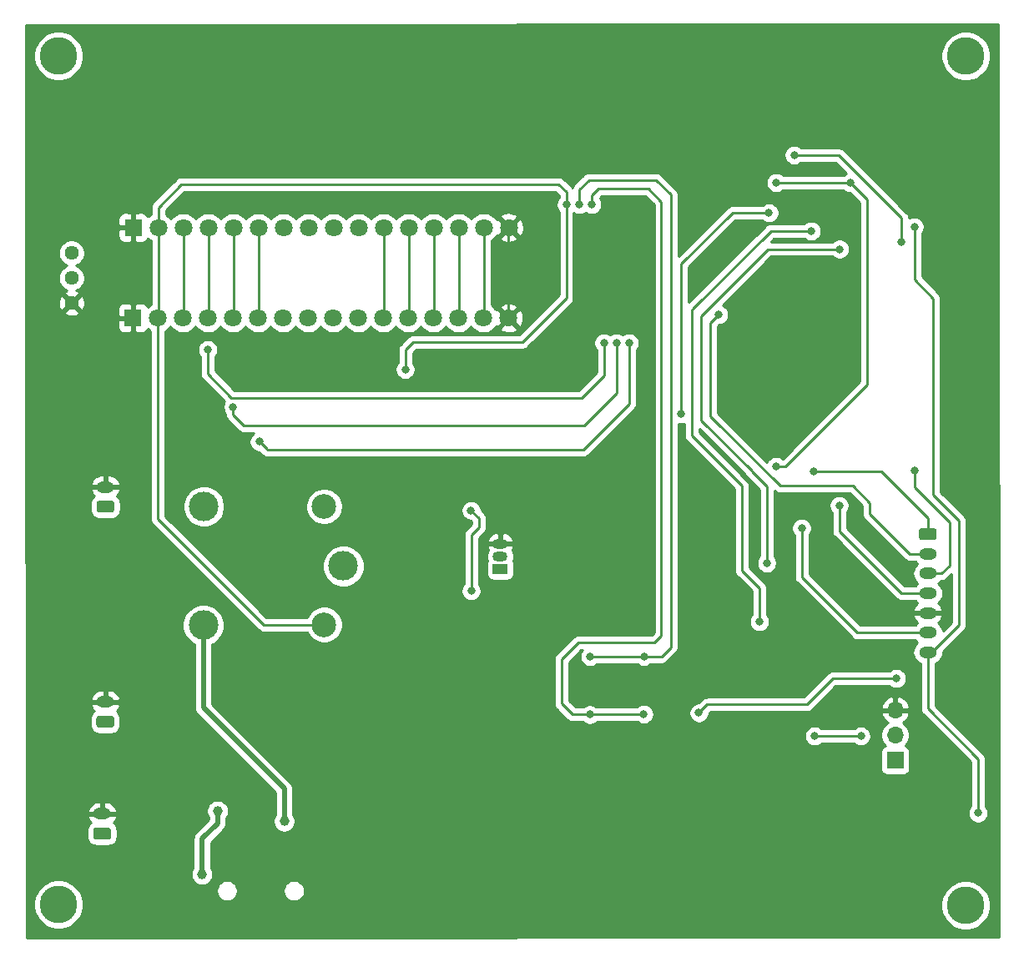
<source format=gbr>
%TF.GenerationSoftware,KiCad,Pcbnew,(5.1.10)-1*%
%TF.CreationDate,2022-05-26T21:18:39-05:00*%
%TF.ProjectId,SE,53452e6b-6963-4616-945f-706362585858,rev?*%
%TF.SameCoordinates,Original*%
%TF.FileFunction,Copper,L2,Bot*%
%TF.FilePolarity,Positive*%
%FSLAX46Y46*%
G04 Gerber Fmt 4.6, Leading zero omitted, Abs format (unit mm)*
G04 Created by KiCad (PCBNEW (5.1.10)-1) date 2022-05-26 21:18:39*
%MOMM*%
%LPD*%
G01*
G04 APERTURE LIST*
%TA.AperFunction,ComponentPad*%
%ADD10C,3.800000*%
%TD*%
%TA.AperFunction,ComponentPad*%
%ADD11C,1.800000*%
%TD*%
%TA.AperFunction,ComponentPad*%
%ADD12R,1.800000X1.800000*%
%TD*%
%TA.AperFunction,ComponentPad*%
%ADD13C,1.440000*%
%TD*%
%TA.AperFunction,ComponentPad*%
%ADD14R,1.500000X1.050000*%
%TD*%
%TA.AperFunction,ComponentPad*%
%ADD15O,1.500000X1.050000*%
%TD*%
%TA.AperFunction,ComponentPad*%
%ADD16C,3.000000*%
%TD*%
%TA.AperFunction,ComponentPad*%
%ADD17C,2.500000*%
%TD*%
%TA.AperFunction,ComponentPad*%
%ADD18O,1.800000X1.200000*%
%TD*%
%TA.AperFunction,ComponentPad*%
%ADD19O,1.700000X1.700000*%
%TD*%
%TA.AperFunction,ComponentPad*%
%ADD20R,1.700000X1.700000*%
%TD*%
%TA.AperFunction,ViaPad*%
%ADD21C,0.800000*%
%TD*%
%TA.AperFunction,ViaPad*%
%ADD22C,1.000000*%
%TD*%
%TA.AperFunction,Conductor*%
%ADD23C,0.250000*%
%TD*%
%TA.AperFunction,Conductor*%
%ADD24C,0.525491*%
%TD*%
%TA.AperFunction,Conductor*%
%ADD25C,0.254000*%
%TD*%
%TA.AperFunction,Conductor*%
%ADD26C,0.100000*%
%TD*%
G04 APERTURE END LIST*
D10*
%TO.P,REF\u002A\u002A,1*%
%TO.N,N/C*%
X115650000Y-147870000D03*
%TD*%
%TO.P,REF\u002A\u002A,1*%
%TO.N,N/C*%
X207670000Y-147950000D03*
%TD*%
%TO.P,REF\u002A\u002A,1*%
%TO.N,N/C*%
X207690000Y-61760000D03*
%TD*%
%TO.P,REF\u002A\u002A,1*%
%TO.N,N/C*%
X115650000Y-61750000D03*
%TD*%
D11*
%TO.P,U2,16*%
%TO.N,GND*%
X161290000Y-88340000D03*
%TO.P,U2,15*%
%TO.N,Net-(R8-Pad2)*%
X158750000Y-88340000D03*
%TO.P,U2,14*%
%TO.N,Net-(U2-Pad14)*%
X156210000Y-88340000D03*
%TO.P,U2,13*%
%TO.N,Net-(U2-Pad13)*%
X153670000Y-88340000D03*
%TO.P,U2,12*%
%TO.N,Net-(U2-Pad12)*%
X151130000Y-88340000D03*
%TO.P,U2,11*%
%TO.N,Net-(U2-Pad11)*%
X148590000Y-88340000D03*
%TO.P,U2,10*%
%TO.N,Net-(U2-Pad10)*%
X146050000Y-88340000D03*
%TO.P,U2,9*%
%TO.N,Net-(U2-Pad9)*%
X143510000Y-88340000D03*
%TO.P,U2,8*%
%TO.N,Net-(U2-Pad8)*%
X140970000Y-88340000D03*
%TO.P,U2,7*%
%TO.N,Net-(U2-Pad7)*%
X138430000Y-88340000D03*
%TO.P,U2,6*%
%TO.N,Net-(U2-Pad6)*%
X135890000Y-88340000D03*
%TO.P,U2,5*%
%TO.N,Net-(U2-Pad5)*%
X133350000Y-88340000D03*
%TO.P,U2,4*%
%TO.N,Net-(U2-Pad4)*%
X130810000Y-88340000D03*
%TO.P,U2,3*%
%TO.N,Net-(RV1-Pad2)*%
X128270000Y-88340000D03*
%TO.P,U2,2*%
%TO.N,+5V*%
X125730000Y-88340000D03*
D12*
%TO.P,U2,1*%
%TO.N,GND*%
X123190000Y-88340000D03*
%TD*%
D11*
%TO.P,U3,16*%
%TO.N,GND*%
X161310000Y-79160000D03*
%TO.P,U3,15*%
%TO.N,Net-(R8-Pad2)*%
X158770000Y-79160000D03*
%TO.P,U3,14*%
%TO.N,Net-(U2-Pad14)*%
X156230000Y-79160000D03*
%TO.P,U3,13*%
%TO.N,Net-(U2-Pad13)*%
X153690000Y-79160000D03*
%TO.P,U3,12*%
%TO.N,Net-(U2-Pad12)*%
X151150000Y-79160000D03*
%TO.P,U3,11*%
%TO.N,Net-(U2-Pad11)*%
X148610000Y-79160000D03*
%TO.P,U3,10*%
%TO.N,Net-(U3-Pad10)*%
X146070000Y-79160000D03*
%TO.P,U3,9*%
%TO.N,Net-(U3-Pad9)*%
X143530000Y-79160000D03*
%TO.P,U3,8*%
%TO.N,Net-(U3-Pad8)*%
X140990000Y-79160000D03*
%TO.P,U3,7*%
%TO.N,Net-(U3-Pad7)*%
X138450000Y-79160000D03*
%TO.P,U3,6*%
%TO.N,Net-(U2-Pad6)*%
X135910000Y-79160000D03*
%TO.P,U3,5*%
%TO.N,Net-(U2-Pad5)*%
X133370000Y-79160000D03*
%TO.P,U3,4*%
%TO.N,Net-(U2-Pad4)*%
X130830000Y-79160000D03*
%TO.P,U3,3*%
%TO.N,Net-(RV1-Pad2)*%
X128290000Y-79160000D03*
%TO.P,U3,2*%
%TO.N,+5V*%
X125750000Y-79160000D03*
D12*
%TO.P,U3,1*%
%TO.N,GND*%
X123210000Y-79160000D03*
%TD*%
D13*
%TO.P,RV1,3*%
%TO.N,GND*%
X116960000Y-86820000D03*
%TO.P,RV1,2*%
%TO.N,Net-(RV1-Pad2)*%
X116960000Y-84280000D03*
%TO.P,RV1,1*%
%TO.N,+5V*%
X116960000Y-81740000D03*
%TD*%
D14*
%TO.P,Q4,1*%
%TO.N,Net-(D4-Pad1)*%
X160460000Y-113800000D03*
D15*
%TO.P,Q4,3*%
%TO.N,GND*%
X160460000Y-111260000D03*
%TO.P,Q4,2*%
%TO.N,Net-(Q4-Pad2)*%
X160460000Y-112530000D03*
%TD*%
D16*
%TO.P,K1,1*%
%TO.N,Net-(J5-Pad1)*%
X144530000Y-113520000D03*
D17*
%TO.P,K1,5*%
%TO.N,+5V*%
X142580000Y-119470000D03*
D16*
%TO.P,K1,4*%
%TO.N,+12V*%
X130330000Y-119520000D03*
%TO.P,K1,3*%
%TO.N,Net-(K1-Pad3)*%
X130380000Y-107470000D03*
D17*
%TO.P,K1,2*%
%TO.N,Net-(D4-Pad1)*%
X142580000Y-107470000D03*
%TD*%
D18*
%TO.P,J5,2*%
%TO.N,GND*%
X120400000Y-105490000D03*
%TO.P,J5,1*%
%TO.N,Net-(J5-Pad1)*%
%TA.AperFunction,ComponentPad*%
G36*
G01*
X121050001Y-108090000D02*
X119749999Y-108090000D01*
G75*
G02*
X119500000Y-107840001I0J249999D01*
G01*
X119500000Y-107139999D01*
G75*
G02*
X119749999Y-106890000I249999J0D01*
G01*
X121050001Y-106890000D01*
G75*
G02*
X121300000Y-107139999I0J-249999D01*
G01*
X121300000Y-107840001D01*
G75*
G02*
X121050001Y-108090000I-249999J0D01*
G01*
G37*
%TD.AperFunction*%
%TD*%
%TO.P,J4,2*%
%TO.N,GND*%
X120070000Y-138660000D03*
%TO.P,J4,1*%
%TO.N,Vbat*%
%TA.AperFunction,ComponentPad*%
G36*
G01*
X120720001Y-141260000D02*
X119419999Y-141260000D01*
G75*
G02*
X119170000Y-141010001I0J249999D01*
G01*
X119170000Y-140309999D01*
G75*
G02*
X119419999Y-140060000I249999J0D01*
G01*
X120720001Y-140060000D01*
G75*
G02*
X120970000Y-140309999I0J-249999D01*
G01*
X120970000Y-141010001D01*
G75*
G02*
X120720001Y-141260000I-249999J0D01*
G01*
G37*
%TD.AperFunction*%
%TD*%
%TO.P,J3,2*%
%TO.N,GND*%
X120380000Y-127310000D03*
%TO.P,J3,1*%
%TO.N,Net-(F1-Pad1)*%
%TA.AperFunction,ComponentPad*%
G36*
G01*
X121030001Y-129910000D02*
X119729999Y-129910000D01*
G75*
G02*
X119480000Y-129660001I0J249999D01*
G01*
X119480000Y-128959999D01*
G75*
G02*
X119729999Y-128710000I249999J0D01*
G01*
X121030001Y-128710000D01*
G75*
G02*
X121280000Y-128959999I0J-249999D01*
G01*
X121280000Y-129660001D01*
G75*
G02*
X121030001Y-129910000I-249999J0D01*
G01*
G37*
%TD.AperFunction*%
%TD*%
%TO.P,J2,7*%
%TO.N,+3V3*%
X203820000Y-122270000D03*
%TO.P,J2,6*%
%TO.N,Net-(J2-Pad6)*%
X203820000Y-120270000D03*
%TO.P,J2,5*%
%TO.N,GND*%
X203820000Y-118270000D03*
%TO.P,J2,4*%
%TO.N,Net-(J2-Pad4)*%
X203820000Y-116270000D03*
%TO.P,J2,3*%
%TO.N,Net-(J2-Pad3)*%
X203820000Y-114270000D03*
%TO.P,J2,2*%
%TO.N,Net-(J2-Pad2)*%
X203820000Y-112270000D03*
%TO.P,J2,1*%
%TO.N,Net-(J2-Pad1)*%
%TA.AperFunction,ComponentPad*%
G36*
G01*
X203169999Y-109670000D02*
X204470001Y-109670000D01*
G75*
G02*
X204720000Y-109919999I0J-249999D01*
G01*
X204720000Y-110620001D01*
G75*
G02*
X204470001Y-110870000I-249999J0D01*
G01*
X203169999Y-110870000D01*
G75*
G02*
X202920000Y-110620001I0J249999D01*
G01*
X202920000Y-109919999D01*
G75*
G02*
X203169999Y-109670000I249999J0D01*
G01*
G37*
%TD.AperFunction*%
%TD*%
D19*
%TO.P,J1,3*%
%TO.N,GND*%
X200520000Y-128140000D03*
%TO.P,J1,2*%
%TO.N,Net-(J1-Pad2)*%
X200520000Y-130680000D03*
D20*
%TO.P,J1,1*%
%TO.N,Net-(J1-Pad1)*%
X200520000Y-133220000D03*
%TD*%
D21*
%TO.N,Net-(C1-Pad1)*%
X190270000Y-71810000D03*
X201180000Y-80670000D03*
%TO.N,+3V3*%
X202465000Y-79085000D03*
X208930000Y-138570000D03*
%TO.N,Net-(C3-Pad2)*%
X188450000Y-74600000D03*
X195940000Y-74640000D03*
X188440000Y-103420000D03*
D22*
%TO.N,+12V*%
X138540000Y-139420000D03*
D21*
%TO.N,+5V*%
X150820000Y-93570000D03*
X167150000Y-76840000D03*
%TO.N,Net-(D4-Pad2)*%
X157490000Y-107870000D03*
X157500000Y-116040000D03*
D22*
%TO.N,Net-(D6-Pad2)*%
X131770000Y-138370000D03*
X130190000Y-144800000D03*
D21*
%TO.N,Net-(J1-Pad2)*%
X197050000Y-130770000D03*
X192350000Y-130770000D03*
%TO.N,Net-(Q1-Pad3)*%
X169540000Y-128590000D03*
X175020000Y-128530000D03*
X169730000Y-76830000D03*
%TO.N,SCL*%
X200650000Y-124930000D03*
X180610000Y-128410000D03*
%TO.N,Net-(Q2-Pad3)*%
X169570000Y-122690000D03*
X175040000Y-122690000D03*
X168480000Y-76840000D03*
%TO.N,Net-(R11-Pad2)*%
X194880000Y-81350000D03*
X187490000Y-113210000D03*
%TO.N,Net-(R12-Pad2)*%
X186730000Y-119160000D03*
X192020000Y-79510000D03*
%TO.N,Crelay*%
X187720000Y-77670000D03*
X178830000Y-98090000D03*
%TO.N,Net-(U2-Pad6)*%
X136000000Y-100890000D03*
X173530000Y-90890000D03*
%TO.N,Net-(U2-Pad5)*%
X133350000Y-97370000D03*
X172240000Y-90870000D03*
%TO.N,Net-(U2-Pad4)*%
X130770000Y-91560000D03*
X170970000Y-90870000D03*
%TO.N,Net-(J2-Pad6)*%
X191035000Y-109665000D03*
%TO.N,Net-(J2-Pad4)*%
X194845000Y-107365000D03*
%TO.N,Net-(J2-Pad3)*%
X202480000Y-103830000D03*
%TO.N,Net-(J2-Pad2)*%
X182610000Y-88000000D03*
%TO.N,Net-(J2-Pad1)*%
X192290000Y-103900000D03*
%TD*%
D23*
%TO.N,GND*%
X123210000Y-88320000D02*
X123190000Y-88340000D01*
X123210000Y-79160000D02*
X123210000Y-88320000D01*
X161290000Y-79180000D02*
X161310000Y-79160000D01*
X161290000Y-88340000D02*
X161290000Y-79180000D01*
%TO.N,Net-(C1-Pad1)*%
X190270000Y-71810000D02*
X194790000Y-71810000D01*
X201180000Y-78200000D02*
X201180000Y-80670000D01*
X194790000Y-71810000D02*
X201180000Y-78200000D01*
%TO.N,+3V3*%
X202465000Y-79085000D02*
X202465000Y-84445000D01*
X202465000Y-84445000D02*
X204370000Y-86350000D01*
X204370000Y-86350000D02*
X204370000Y-106320000D01*
X204370000Y-106320000D02*
X206970000Y-108920000D01*
X206970000Y-108920000D02*
X206970000Y-119520000D01*
X204220000Y-122270000D02*
X203820000Y-122270000D01*
X206970000Y-119520000D02*
X204220000Y-122270000D01*
X203820000Y-122270000D02*
X203820000Y-127980000D01*
X208930000Y-133090000D02*
X208930000Y-138570000D01*
X203820000Y-127980000D02*
X208930000Y-133090000D01*
%TO.N,Net-(C3-Pad2)*%
X188440000Y-103420000D02*
X189340000Y-103420000D01*
X189340000Y-103420000D02*
X197650000Y-95110000D01*
X197650000Y-76350000D02*
X195940000Y-74640000D01*
X197650000Y-95110000D02*
X197650000Y-76350000D01*
X188490000Y-74640000D02*
X188450000Y-74600000D01*
X195940000Y-74640000D02*
X188490000Y-74640000D01*
D24*
%TO.N,+12V*%
X138540000Y-139420000D02*
X138540000Y-136120000D01*
X130330000Y-127910000D02*
X130330000Y-119520000D01*
X138540000Y-136120000D02*
X130330000Y-127910000D01*
D23*
%TO.N,+5V*%
X125750000Y-88320000D02*
X125730000Y-88340000D01*
X125750000Y-79160000D02*
X125750000Y-88320000D01*
X125730000Y-93930000D02*
X125730000Y-88340000D01*
X142580000Y-119470000D02*
X136430000Y-119470000D01*
X125730000Y-108770000D02*
X125730000Y-93930000D01*
X136430000Y-119470000D02*
X125730000Y-108770000D01*
X125750000Y-79160000D02*
X125750000Y-77120000D01*
X125750000Y-77120000D02*
X128110000Y-74760000D01*
X128110000Y-74760000D02*
X166350000Y-74760000D01*
X167150000Y-75560000D02*
X167150000Y-76840000D01*
X166350000Y-74760000D02*
X167150000Y-75560000D01*
X167150000Y-76840000D02*
X167150000Y-86320000D01*
X167150000Y-86320000D02*
X162680000Y-90790000D01*
X162680000Y-90790000D02*
X151600000Y-90790000D01*
X150820000Y-91570000D02*
X150820000Y-93570000D01*
X151600000Y-90790000D02*
X150820000Y-91570000D01*
%TO.N,Net-(D4-Pad2)*%
X157500000Y-116040000D02*
X157500000Y-110380000D01*
X157500000Y-110380000D02*
X158280000Y-109600000D01*
X158280000Y-108660000D02*
X157490000Y-107870000D01*
X158280000Y-109600000D02*
X158280000Y-108660000D01*
D24*
%TO.N,Net-(D6-Pad2)*%
X131770000Y-138370000D02*
X131770000Y-139610000D01*
X130190000Y-141190000D02*
X130190000Y-144800000D01*
X131770000Y-139610000D02*
X130190000Y-141190000D01*
D23*
%TO.N,Net-(J1-Pad2)*%
X197050000Y-130770000D02*
X192350000Y-130770000D01*
%TO.N,Net-(Q1-Pad3)*%
X169600000Y-128530000D02*
X169540000Y-128590000D01*
X175020000Y-128530000D02*
X169600000Y-128530000D01*
X169730000Y-76830000D02*
X169730000Y-75910000D01*
X169730000Y-75910000D02*
X170400000Y-75240000D01*
X170400000Y-75240000D02*
X175500000Y-75240000D01*
X175500000Y-75240000D02*
X176800000Y-76540000D01*
X176800000Y-76540000D02*
X176800000Y-120590000D01*
X176800000Y-120590000D02*
X176110000Y-121280000D01*
X176110000Y-121280000D02*
X168340000Y-121280000D01*
X168340000Y-121280000D02*
X166660000Y-122960000D01*
X166660000Y-122960000D02*
X166660000Y-127470000D01*
X167780000Y-128590000D02*
X169540000Y-128590000D01*
X166660000Y-127470000D02*
X167780000Y-128590000D01*
%TO.N,SCL*%
X180610000Y-128410000D02*
X181450000Y-127570000D01*
X181450000Y-127570000D02*
X191540000Y-127570000D01*
X194180000Y-124930000D02*
X200650000Y-124930000D01*
X191540000Y-127570000D02*
X194180000Y-124930000D01*
%TO.N,Net-(Q2-Pad3)*%
X175040000Y-122690000D02*
X169570000Y-122690000D01*
X176810000Y-122690000D02*
X175040000Y-122690000D01*
X177750000Y-121750000D02*
X176810000Y-122690000D01*
X176250000Y-74340000D02*
X177750000Y-75840000D01*
X169440000Y-74340000D02*
X176250000Y-74340000D01*
X168480000Y-75300000D02*
X169440000Y-74340000D01*
X177750000Y-75840000D02*
X177750000Y-121750000D01*
X168480000Y-76840000D02*
X168480000Y-75300000D01*
%TO.N,Net-(R8-Pad2)*%
X158770000Y-88320000D02*
X158750000Y-88340000D01*
X158770000Y-79160000D02*
X158770000Y-88320000D01*
%TO.N,Net-(R11-Pad2)*%
X187490000Y-105440000D02*
X187490000Y-113210000D01*
X185950000Y-103900000D02*
X187490000Y-105440000D01*
X180850000Y-98750000D02*
X185950000Y-103850000D01*
X185950000Y-103850000D02*
X185950000Y-103900000D01*
X180850000Y-88130000D02*
X180850000Y-98750000D01*
X187630000Y-81350000D02*
X180850000Y-88130000D01*
X194880000Y-81350000D02*
X187630000Y-81350000D01*
%TO.N,Net-(R12-Pad2)*%
X179870000Y-87550000D02*
X180010000Y-87410000D01*
X179870000Y-100270000D02*
X179870000Y-87550000D01*
X184970000Y-114020000D02*
X184970000Y-105370000D01*
X185010000Y-114020000D02*
X184970000Y-114020000D01*
X186730000Y-115740000D02*
X185010000Y-114020000D01*
X184970000Y-105370000D02*
X179870000Y-100270000D01*
X186730000Y-119160000D02*
X186730000Y-115740000D01*
X180010000Y-87410000D02*
X187915000Y-79505000D01*
X187920000Y-79510000D02*
X187915000Y-79505000D01*
X192020000Y-79510000D02*
X187920000Y-79510000D01*
%TO.N,Crelay*%
X178830000Y-98090000D02*
X178830000Y-98090000D01*
X184010000Y-77670000D02*
X187720000Y-77670000D01*
X178830000Y-82850000D02*
X184010000Y-77670000D01*
X178830000Y-98090000D02*
X178830000Y-82850000D01*
%TO.N,Net-(RV1-Pad2)*%
X128210000Y-79240000D02*
X128290000Y-79160000D01*
X128290000Y-88320000D02*
X128270000Y-88340000D01*
X128290000Y-79160000D02*
X128290000Y-88320000D01*
%TO.N,Net-(U2-Pad14)*%
X156230000Y-88320000D02*
X156210000Y-88340000D01*
X156230000Y-79160000D02*
X156230000Y-88320000D01*
%TO.N,Net-(U2-Pad13)*%
X153690000Y-88320000D02*
X153670000Y-88340000D01*
X153690000Y-79160000D02*
X153690000Y-88320000D01*
%TO.N,Net-(U2-Pad12)*%
X151150000Y-88320000D02*
X151130000Y-88340000D01*
X151150000Y-79160000D02*
X151150000Y-88320000D01*
%TO.N,Net-(U2-Pad11)*%
X148610000Y-88320000D02*
X148590000Y-88340000D01*
X148610000Y-79160000D02*
X148610000Y-88320000D01*
%TO.N,Net-(U2-Pad6)*%
X135910000Y-88320000D02*
X135890000Y-88340000D01*
X135910000Y-79160000D02*
X135910000Y-88320000D01*
X173530000Y-90890000D02*
X173530000Y-97060000D01*
X173530000Y-97060000D02*
X168900000Y-101690000D01*
X168900000Y-101690000D02*
X136760000Y-101690000D01*
X136760000Y-101650000D02*
X136760000Y-101690000D01*
X136000000Y-100890000D02*
X136760000Y-101650000D01*
%TO.N,Net-(U2-Pad5)*%
X133370000Y-88320000D02*
X133350000Y-88340000D01*
X133370000Y-79160000D02*
X133370000Y-88320000D01*
X172240000Y-90870000D02*
X172240000Y-95940000D01*
X172240000Y-95940000D02*
X168950000Y-99230000D01*
X168950000Y-99230000D02*
X134400000Y-99230000D01*
X133350000Y-98180000D02*
X134400000Y-99230000D01*
X133350000Y-97370000D02*
X133350000Y-98180000D01*
%TO.N,Net-(U2-Pad4)*%
X130830000Y-88320000D02*
X130810000Y-88340000D01*
X130830000Y-79160000D02*
X130830000Y-88320000D01*
X170970000Y-90870000D02*
X170970000Y-94170000D01*
X170970000Y-94170000D02*
X168720000Y-96420000D01*
X168720000Y-96420000D02*
X133190000Y-96420000D01*
X130770000Y-94000000D02*
X130770000Y-91560000D01*
X133190000Y-96420000D02*
X130770000Y-94000000D01*
%TO.N,Net-(J2-Pad6)*%
X203820000Y-120270000D02*
X196670000Y-120270000D01*
X191035000Y-114635000D02*
X191035000Y-109665000D01*
X196670000Y-120270000D02*
X191035000Y-114635000D01*
%TO.N,Net-(J2-Pad4)*%
X203820000Y-116270000D02*
X201130000Y-116270000D01*
X194845000Y-109985000D02*
X194845000Y-107365000D01*
X201130000Y-116270000D02*
X194845000Y-109985000D01*
%TO.N,Net-(J2-Pad3)*%
X202480000Y-103830000D02*
X202480000Y-105560000D01*
X202480000Y-105560000D02*
X206020000Y-109100000D01*
X205200000Y-114270000D02*
X203820000Y-114270000D01*
X206020000Y-113450000D02*
X205200000Y-114270000D01*
X206020000Y-109100000D02*
X206020000Y-113450000D01*
%TO.N,Net-(J2-Pad2)*%
X182610000Y-88000000D02*
X181740000Y-88870000D01*
X203820000Y-112270000D02*
X201950000Y-112270000D01*
X201950000Y-112270000D02*
X197920000Y-108240000D01*
X197920000Y-108240000D02*
X197920000Y-107110000D01*
X197920000Y-107110000D02*
X196200000Y-105390000D01*
X196200000Y-105390000D02*
X188880000Y-105390000D01*
X188880000Y-105390000D02*
X181960000Y-98470000D01*
X181740000Y-88870000D02*
X181740000Y-98290000D01*
X181780000Y-98290000D02*
X181960000Y-98470000D01*
%TO.N,Net-(J2-Pad1)*%
X203820000Y-110270000D02*
X203820000Y-108640000D01*
X199080000Y-103900000D02*
X192290000Y-103900000D01*
X203820000Y-108640000D02*
X199080000Y-103900000D01*
%TD*%
D25*
%TO.N,GND*%
X211034491Y-151165549D02*
X112414198Y-151244453D01*
X112409959Y-147620324D01*
X113115000Y-147620324D01*
X113115000Y-148119676D01*
X113212418Y-148609432D01*
X113403512Y-149070773D01*
X113680937Y-149485968D01*
X114034032Y-149839063D01*
X114449227Y-150116488D01*
X114910568Y-150307582D01*
X115400324Y-150405000D01*
X115899676Y-150405000D01*
X116389432Y-150307582D01*
X116850773Y-150116488D01*
X117265968Y-149839063D01*
X117619063Y-149485968D01*
X117896488Y-149070773D01*
X118087582Y-148609432D01*
X118185000Y-148119676D01*
X118185000Y-147700324D01*
X205135000Y-147700324D01*
X205135000Y-148199676D01*
X205232418Y-148689432D01*
X205423512Y-149150773D01*
X205700937Y-149565968D01*
X206054032Y-149919063D01*
X206469227Y-150196488D01*
X206930568Y-150387582D01*
X207420324Y-150485000D01*
X207919676Y-150485000D01*
X208409432Y-150387582D01*
X208870773Y-150196488D01*
X209285968Y-149919063D01*
X209639063Y-149565968D01*
X209916488Y-149150773D01*
X210107582Y-148689432D01*
X210205000Y-148199676D01*
X210205000Y-147700324D01*
X210107582Y-147210568D01*
X209916488Y-146749227D01*
X209639063Y-146334032D01*
X209285968Y-145980937D01*
X208870773Y-145703512D01*
X208409432Y-145512418D01*
X207919676Y-145415000D01*
X207420324Y-145415000D01*
X206930568Y-145512418D01*
X206469227Y-145703512D01*
X206054032Y-145980937D01*
X205700937Y-146334032D01*
X205423512Y-146749227D01*
X205232418Y-147210568D01*
X205135000Y-147700324D01*
X118185000Y-147700324D01*
X118185000Y-147620324D01*
X118087582Y-147130568D01*
X117896488Y-146669227D01*
X117691965Y-146363137D01*
X131645000Y-146363137D01*
X131645000Y-146576863D01*
X131686696Y-146786483D01*
X131768485Y-146983940D01*
X131887225Y-147161647D01*
X132038353Y-147312775D01*
X132216060Y-147431515D01*
X132413517Y-147513304D01*
X132623137Y-147555000D01*
X132836863Y-147555000D01*
X133046483Y-147513304D01*
X133243940Y-147431515D01*
X133421647Y-147312775D01*
X133572775Y-147161647D01*
X133691515Y-146983940D01*
X133773304Y-146786483D01*
X133815000Y-146576863D01*
X133815000Y-146363137D01*
X138445000Y-146363137D01*
X138445000Y-146576863D01*
X138486696Y-146786483D01*
X138568485Y-146983940D01*
X138687225Y-147161647D01*
X138838353Y-147312775D01*
X139016060Y-147431515D01*
X139213517Y-147513304D01*
X139423137Y-147555000D01*
X139636863Y-147555000D01*
X139846483Y-147513304D01*
X140043940Y-147431515D01*
X140221647Y-147312775D01*
X140372775Y-147161647D01*
X140491515Y-146983940D01*
X140573304Y-146786483D01*
X140615000Y-146576863D01*
X140615000Y-146363137D01*
X140573304Y-146153517D01*
X140491515Y-145956060D01*
X140372775Y-145778353D01*
X140221647Y-145627225D01*
X140043940Y-145508485D01*
X139846483Y-145426696D01*
X139636863Y-145385000D01*
X139423137Y-145385000D01*
X139213517Y-145426696D01*
X139016060Y-145508485D01*
X138838353Y-145627225D01*
X138687225Y-145778353D01*
X138568485Y-145956060D01*
X138486696Y-146153517D01*
X138445000Y-146363137D01*
X133815000Y-146363137D01*
X133773304Y-146153517D01*
X133691515Y-145956060D01*
X133572775Y-145778353D01*
X133421647Y-145627225D01*
X133243940Y-145508485D01*
X133046483Y-145426696D01*
X132836863Y-145385000D01*
X132623137Y-145385000D01*
X132413517Y-145426696D01*
X132216060Y-145508485D01*
X132038353Y-145627225D01*
X131887225Y-145778353D01*
X131768485Y-145956060D01*
X131686696Y-146153517D01*
X131645000Y-146363137D01*
X117691965Y-146363137D01*
X117619063Y-146254032D01*
X117265968Y-145900937D01*
X116850773Y-145623512D01*
X116389432Y-145432418D01*
X115899676Y-145335000D01*
X115400324Y-145335000D01*
X114910568Y-145432418D01*
X114449227Y-145623512D01*
X114034032Y-145900937D01*
X113680937Y-146254032D01*
X113403512Y-146669227D01*
X113212418Y-147130568D01*
X113115000Y-147620324D01*
X112409959Y-147620324D01*
X112406530Y-144688212D01*
X129055000Y-144688212D01*
X129055000Y-144911788D01*
X129098617Y-145131067D01*
X129184176Y-145337624D01*
X129308388Y-145523520D01*
X129466480Y-145681612D01*
X129652376Y-145805824D01*
X129858933Y-145891383D01*
X130078212Y-145935000D01*
X130301788Y-145935000D01*
X130521067Y-145891383D01*
X130727624Y-145805824D01*
X130913520Y-145681612D01*
X131071612Y-145523520D01*
X131195824Y-145337624D01*
X131281383Y-145131067D01*
X131325000Y-144911788D01*
X131325000Y-144688212D01*
X131281383Y-144468933D01*
X131195824Y-144262376D01*
X131087745Y-144100625D01*
X131087745Y-141561857D01*
X132373617Y-140275986D01*
X132407873Y-140247873D01*
X132520059Y-140111173D01*
X132603421Y-139955214D01*
X132654755Y-139785989D01*
X132667745Y-139654096D01*
X132667745Y-139654095D01*
X132672088Y-139610001D01*
X132667745Y-139565907D01*
X132667745Y-139069375D01*
X132775824Y-138907624D01*
X132861383Y-138701067D01*
X132905000Y-138481788D01*
X132905000Y-138258212D01*
X132861383Y-138038933D01*
X132775824Y-137832376D01*
X132651612Y-137646480D01*
X132493520Y-137488388D01*
X132307624Y-137364176D01*
X132101067Y-137278617D01*
X131881788Y-137235000D01*
X131658212Y-137235000D01*
X131438933Y-137278617D01*
X131232376Y-137364176D01*
X131046480Y-137488388D01*
X130888388Y-137646480D01*
X130764176Y-137832376D01*
X130678617Y-138038933D01*
X130635000Y-138258212D01*
X130635000Y-138481788D01*
X130678617Y-138701067D01*
X130764176Y-138907624D01*
X130872256Y-139069376D01*
X130872256Y-139238141D01*
X129586388Y-140524010D01*
X129552127Y-140552127D01*
X129472373Y-140649309D01*
X129439941Y-140688827D01*
X129395384Y-140772189D01*
X129356579Y-140844787D01*
X129305245Y-141014012D01*
X129292255Y-141145904D01*
X129287912Y-141190000D01*
X129292255Y-141234094D01*
X129292256Y-144100623D01*
X129184176Y-144262376D01*
X129098617Y-144468933D01*
X129055000Y-144688212D01*
X112406530Y-144688212D01*
X112401409Y-140309999D01*
X118531928Y-140309999D01*
X118531928Y-141010001D01*
X118548992Y-141183255D01*
X118599528Y-141349851D01*
X118681595Y-141503387D01*
X118792038Y-141637962D01*
X118926613Y-141748405D01*
X119080149Y-141830472D01*
X119246745Y-141881008D01*
X119419999Y-141898072D01*
X120720001Y-141898072D01*
X120893255Y-141881008D01*
X121059851Y-141830472D01*
X121213387Y-141748405D01*
X121347962Y-141637962D01*
X121458405Y-141503387D01*
X121540472Y-141349851D01*
X121591008Y-141183255D01*
X121608072Y-141010001D01*
X121608072Y-140309999D01*
X121591008Y-140136745D01*
X121540472Y-139970149D01*
X121458405Y-139816613D01*
X121347962Y-139682038D01*
X121213387Y-139571595D01*
X121208594Y-139569033D01*
X121333078Y-139443474D01*
X121467421Y-139240533D01*
X121559591Y-139015282D01*
X121563462Y-138977609D01*
X121438731Y-138787000D01*
X120197000Y-138787000D01*
X120197000Y-138807000D01*
X119943000Y-138807000D01*
X119943000Y-138787000D01*
X118701269Y-138787000D01*
X118576538Y-138977609D01*
X118580409Y-139015282D01*
X118672579Y-139240533D01*
X118806922Y-139443474D01*
X118931406Y-139569033D01*
X118926613Y-139571595D01*
X118792038Y-139682038D01*
X118681595Y-139816613D01*
X118599528Y-139970149D01*
X118548992Y-140136745D01*
X118531928Y-140309999D01*
X112401409Y-140309999D01*
X112399108Y-138342391D01*
X118576538Y-138342391D01*
X118701269Y-138533000D01*
X119943000Y-138533000D01*
X119943000Y-137425000D01*
X120197000Y-137425000D01*
X120197000Y-138533000D01*
X121438731Y-138533000D01*
X121563462Y-138342391D01*
X121559591Y-138304718D01*
X121467421Y-138079467D01*
X121333078Y-137876526D01*
X121161725Y-137703693D01*
X120959946Y-137567610D01*
X120735496Y-137473507D01*
X120497000Y-137425000D01*
X120197000Y-137425000D01*
X119943000Y-137425000D01*
X119643000Y-137425000D01*
X119404504Y-137473507D01*
X119180054Y-137567610D01*
X118978275Y-137703693D01*
X118806922Y-137876526D01*
X118672579Y-138079467D01*
X118580409Y-138304718D01*
X118576538Y-138342391D01*
X112399108Y-138342391D01*
X112388134Y-128959999D01*
X118841928Y-128959999D01*
X118841928Y-129660001D01*
X118858992Y-129833255D01*
X118909528Y-129999851D01*
X118991595Y-130153387D01*
X119102038Y-130287962D01*
X119236613Y-130398405D01*
X119390149Y-130480472D01*
X119556745Y-130531008D01*
X119729999Y-130548072D01*
X121030001Y-130548072D01*
X121203255Y-130531008D01*
X121369851Y-130480472D01*
X121523387Y-130398405D01*
X121657962Y-130287962D01*
X121768405Y-130153387D01*
X121850472Y-129999851D01*
X121901008Y-129833255D01*
X121918072Y-129660001D01*
X121918072Y-128959999D01*
X121901008Y-128786745D01*
X121850472Y-128620149D01*
X121768405Y-128466613D01*
X121657962Y-128332038D01*
X121523387Y-128221595D01*
X121518594Y-128219033D01*
X121643078Y-128093474D01*
X121777421Y-127890533D01*
X121869591Y-127665282D01*
X121873462Y-127627609D01*
X121748731Y-127437000D01*
X120507000Y-127437000D01*
X120507000Y-127457000D01*
X120253000Y-127457000D01*
X120253000Y-127437000D01*
X119011269Y-127437000D01*
X118886538Y-127627609D01*
X118890409Y-127665282D01*
X118982579Y-127890533D01*
X119116922Y-128093474D01*
X119241406Y-128219033D01*
X119236613Y-128221595D01*
X119102038Y-128332038D01*
X118991595Y-128466613D01*
X118909528Y-128620149D01*
X118858992Y-128786745D01*
X118841928Y-128959999D01*
X112388134Y-128959999D01*
X112385833Y-126992391D01*
X118886538Y-126992391D01*
X119011269Y-127183000D01*
X120253000Y-127183000D01*
X120253000Y-126075000D01*
X120507000Y-126075000D01*
X120507000Y-127183000D01*
X121748731Y-127183000D01*
X121873462Y-126992391D01*
X121869591Y-126954718D01*
X121777421Y-126729467D01*
X121643078Y-126526526D01*
X121471725Y-126353693D01*
X121269946Y-126217610D01*
X121045496Y-126123507D01*
X120807000Y-126075000D01*
X120507000Y-126075000D01*
X120253000Y-126075000D01*
X119953000Y-126075000D01*
X119714504Y-126123507D01*
X119490054Y-126217610D01*
X119288275Y-126353693D01*
X119116922Y-126526526D01*
X118982579Y-126729467D01*
X118890409Y-126954718D01*
X118886538Y-126992391D01*
X112385833Y-126992391D01*
X112376847Y-119309721D01*
X128195000Y-119309721D01*
X128195000Y-119730279D01*
X128277047Y-120142756D01*
X128437988Y-120531302D01*
X128671637Y-120880983D01*
X128969017Y-121178363D01*
X129318698Y-121412012D01*
X129432256Y-121459049D01*
X129432255Y-127865906D01*
X129427912Y-127910000D01*
X129432255Y-127954093D01*
X129432255Y-127954095D01*
X129445245Y-128085988D01*
X129496579Y-128255213D01*
X129514159Y-128288102D01*
X129579941Y-128411173D01*
X129604431Y-128441014D01*
X129692127Y-128547873D01*
X129726388Y-128575990D01*
X137642256Y-136491859D01*
X137642255Y-138720624D01*
X137534176Y-138882376D01*
X137448617Y-139088933D01*
X137405000Y-139308212D01*
X137405000Y-139531788D01*
X137448617Y-139751067D01*
X137534176Y-139957624D01*
X137658388Y-140143520D01*
X137816480Y-140301612D01*
X138002376Y-140425824D01*
X138208933Y-140511383D01*
X138428212Y-140555000D01*
X138651788Y-140555000D01*
X138871067Y-140511383D01*
X139077624Y-140425824D01*
X139263520Y-140301612D01*
X139421612Y-140143520D01*
X139545824Y-139957624D01*
X139631383Y-139751067D01*
X139675000Y-139531788D01*
X139675000Y-139308212D01*
X139631383Y-139088933D01*
X139545824Y-138882376D01*
X139437745Y-138720625D01*
X139437745Y-136164093D01*
X139442088Y-136119999D01*
X139437745Y-136075904D01*
X139424755Y-135944011D01*
X139373421Y-135774786D01*
X139334616Y-135702188D01*
X139290059Y-135618826D01*
X139249274Y-135569130D01*
X139177873Y-135482127D01*
X139143617Y-135454014D01*
X136059603Y-132370000D01*
X199031928Y-132370000D01*
X199031928Y-134070000D01*
X199044188Y-134194482D01*
X199080498Y-134314180D01*
X199139463Y-134424494D01*
X199218815Y-134521185D01*
X199315506Y-134600537D01*
X199425820Y-134659502D01*
X199545518Y-134695812D01*
X199670000Y-134708072D01*
X201370000Y-134708072D01*
X201494482Y-134695812D01*
X201614180Y-134659502D01*
X201724494Y-134600537D01*
X201821185Y-134521185D01*
X201900537Y-134424494D01*
X201959502Y-134314180D01*
X201995812Y-134194482D01*
X202008072Y-134070000D01*
X202008072Y-132370000D01*
X201995812Y-132245518D01*
X201959502Y-132125820D01*
X201900537Y-132015506D01*
X201821185Y-131918815D01*
X201724494Y-131839463D01*
X201614180Y-131780498D01*
X201541620Y-131758487D01*
X201673475Y-131626632D01*
X201835990Y-131383411D01*
X201947932Y-131113158D01*
X202005000Y-130826260D01*
X202005000Y-130533740D01*
X201947932Y-130246842D01*
X201835990Y-129976589D01*
X201673475Y-129733368D01*
X201466632Y-129526525D01*
X201284466Y-129404805D01*
X201401355Y-129335178D01*
X201617588Y-129140269D01*
X201791641Y-128906920D01*
X201916825Y-128644099D01*
X201961476Y-128496890D01*
X201840155Y-128267000D01*
X200647000Y-128267000D01*
X200647000Y-128287000D01*
X200393000Y-128287000D01*
X200393000Y-128267000D01*
X199199845Y-128267000D01*
X199078524Y-128496890D01*
X199123175Y-128644099D01*
X199248359Y-128906920D01*
X199422412Y-129140269D01*
X199638645Y-129335178D01*
X199755534Y-129404805D01*
X199573368Y-129526525D01*
X199366525Y-129733368D01*
X199204010Y-129976589D01*
X199092068Y-130246842D01*
X199035000Y-130533740D01*
X199035000Y-130826260D01*
X199092068Y-131113158D01*
X199204010Y-131383411D01*
X199366525Y-131626632D01*
X199498380Y-131758487D01*
X199425820Y-131780498D01*
X199315506Y-131839463D01*
X199218815Y-131918815D01*
X199139463Y-132015506D01*
X199080498Y-132125820D01*
X199044188Y-132245518D01*
X199031928Y-132370000D01*
X136059603Y-132370000D01*
X134357664Y-130668061D01*
X191315000Y-130668061D01*
X191315000Y-130871939D01*
X191354774Y-131071898D01*
X191432795Y-131260256D01*
X191546063Y-131429774D01*
X191690226Y-131573937D01*
X191859744Y-131687205D01*
X192048102Y-131765226D01*
X192248061Y-131805000D01*
X192451939Y-131805000D01*
X192651898Y-131765226D01*
X192840256Y-131687205D01*
X193009774Y-131573937D01*
X193053711Y-131530000D01*
X196346289Y-131530000D01*
X196390226Y-131573937D01*
X196559744Y-131687205D01*
X196748102Y-131765226D01*
X196948061Y-131805000D01*
X197151939Y-131805000D01*
X197351898Y-131765226D01*
X197540256Y-131687205D01*
X197709774Y-131573937D01*
X197853937Y-131429774D01*
X197967205Y-131260256D01*
X198045226Y-131071898D01*
X198085000Y-130871939D01*
X198085000Y-130668061D01*
X198045226Y-130468102D01*
X197967205Y-130279744D01*
X197853937Y-130110226D01*
X197709774Y-129966063D01*
X197540256Y-129852795D01*
X197351898Y-129774774D01*
X197151939Y-129735000D01*
X196948061Y-129735000D01*
X196748102Y-129774774D01*
X196559744Y-129852795D01*
X196390226Y-129966063D01*
X196346289Y-130010000D01*
X193053711Y-130010000D01*
X193009774Y-129966063D01*
X192840256Y-129852795D01*
X192651898Y-129774774D01*
X192451939Y-129735000D01*
X192248061Y-129735000D01*
X192048102Y-129774774D01*
X191859744Y-129852795D01*
X191690226Y-129966063D01*
X191546063Y-130110226D01*
X191432795Y-130279744D01*
X191354774Y-130468102D01*
X191315000Y-130668061D01*
X134357664Y-130668061D01*
X131227745Y-127538143D01*
X131227745Y-121459049D01*
X131341302Y-121412012D01*
X131690983Y-121178363D01*
X131988363Y-120880983D01*
X132222012Y-120531302D01*
X132382953Y-120142756D01*
X132465000Y-119730279D01*
X132465000Y-119309721D01*
X132382953Y-118897244D01*
X132222012Y-118508698D01*
X131988363Y-118159017D01*
X131690983Y-117861637D01*
X131341302Y-117627988D01*
X130952756Y-117467047D01*
X130540279Y-117385000D01*
X130119721Y-117385000D01*
X129707244Y-117467047D01*
X129318698Y-117627988D01*
X128969017Y-117861637D01*
X128671637Y-118159017D01*
X128437988Y-118508698D01*
X128277047Y-118897244D01*
X128195000Y-119309721D01*
X112376847Y-119309721D01*
X112362611Y-107139999D01*
X118861928Y-107139999D01*
X118861928Y-107840001D01*
X118878992Y-108013255D01*
X118929528Y-108179851D01*
X119011595Y-108333387D01*
X119122038Y-108467962D01*
X119256613Y-108578405D01*
X119410149Y-108660472D01*
X119576745Y-108711008D01*
X119749999Y-108728072D01*
X121050001Y-108728072D01*
X121223255Y-108711008D01*
X121389851Y-108660472D01*
X121543387Y-108578405D01*
X121677962Y-108467962D01*
X121788405Y-108333387D01*
X121870472Y-108179851D01*
X121921008Y-108013255D01*
X121938072Y-107840001D01*
X121938072Y-107139999D01*
X121921008Y-106966745D01*
X121870472Y-106800149D01*
X121788405Y-106646613D01*
X121677962Y-106512038D01*
X121543387Y-106401595D01*
X121538594Y-106399033D01*
X121663078Y-106273474D01*
X121797421Y-106070533D01*
X121889591Y-105845282D01*
X121893462Y-105807609D01*
X121768731Y-105617000D01*
X120527000Y-105617000D01*
X120527000Y-105637000D01*
X120273000Y-105637000D01*
X120273000Y-105617000D01*
X119031269Y-105617000D01*
X118906538Y-105807609D01*
X118910409Y-105845282D01*
X119002579Y-106070533D01*
X119136922Y-106273474D01*
X119261406Y-106399033D01*
X119256613Y-106401595D01*
X119122038Y-106512038D01*
X119011595Y-106646613D01*
X118929528Y-106800149D01*
X118878992Y-106966745D01*
X118861928Y-107139999D01*
X112362611Y-107139999D01*
X112360310Y-105172391D01*
X118906538Y-105172391D01*
X119031269Y-105363000D01*
X120273000Y-105363000D01*
X120273000Y-104255000D01*
X120527000Y-104255000D01*
X120527000Y-105363000D01*
X121768731Y-105363000D01*
X121893462Y-105172391D01*
X121889591Y-105134718D01*
X121797421Y-104909467D01*
X121663078Y-104706526D01*
X121491725Y-104533693D01*
X121289946Y-104397610D01*
X121065496Y-104303507D01*
X120827000Y-104255000D01*
X120527000Y-104255000D01*
X120273000Y-104255000D01*
X119973000Y-104255000D01*
X119734504Y-104303507D01*
X119510054Y-104397610D01*
X119308275Y-104533693D01*
X119136922Y-104706526D01*
X119002579Y-104909467D01*
X118910409Y-105134718D01*
X118906538Y-105172391D01*
X112360310Y-105172391D01*
X112341673Y-89240000D01*
X121651928Y-89240000D01*
X121664188Y-89364482D01*
X121700498Y-89484180D01*
X121759463Y-89594494D01*
X121838815Y-89691185D01*
X121935506Y-89770537D01*
X122045820Y-89829502D01*
X122165518Y-89865812D01*
X122290000Y-89878072D01*
X122904250Y-89875000D01*
X123063000Y-89716250D01*
X123063000Y-88467000D01*
X121813750Y-88467000D01*
X121655000Y-88625750D01*
X121651928Y-89240000D01*
X112341673Y-89240000D01*
X112339936Y-87755560D01*
X116204045Y-87755560D01*
X116265932Y-87991368D01*
X116507790Y-88104266D01*
X116767027Y-88167811D01*
X117033680Y-88179561D01*
X117297501Y-88139063D01*
X117548353Y-88047875D01*
X117654068Y-87991368D01*
X117715955Y-87755560D01*
X116960000Y-86999605D01*
X116204045Y-87755560D01*
X112339936Y-87755560D01*
X112338927Y-86893680D01*
X115600439Y-86893680D01*
X115640937Y-87157501D01*
X115732125Y-87408353D01*
X115788632Y-87514068D01*
X116024440Y-87575955D01*
X116780395Y-86820000D01*
X117139605Y-86820000D01*
X117895560Y-87575955D01*
X118131368Y-87514068D01*
X118165942Y-87440000D01*
X121651928Y-87440000D01*
X121655000Y-88054250D01*
X121813750Y-88213000D01*
X123063000Y-88213000D01*
X123063000Y-86963750D01*
X123317000Y-86963750D01*
X123317000Y-88213000D01*
X123337000Y-88213000D01*
X123337000Y-88467000D01*
X123317000Y-88467000D01*
X123317000Y-89716250D01*
X123475750Y-89875000D01*
X124090000Y-89878072D01*
X124214482Y-89865812D01*
X124334180Y-89829502D01*
X124444494Y-89770537D01*
X124541185Y-89691185D01*
X124620537Y-89594494D01*
X124679502Y-89484180D01*
X124685056Y-89465873D01*
X124751495Y-89532312D01*
X124970001Y-89678313D01*
X124970000Y-93967332D01*
X124970001Y-93967342D01*
X124970000Y-108732678D01*
X124966324Y-108770000D01*
X124970000Y-108807322D01*
X124970000Y-108807332D01*
X124980997Y-108918985D01*
X125020434Y-109048992D01*
X125024454Y-109062246D01*
X125095026Y-109194276D01*
X125109774Y-109212246D01*
X125189999Y-109310001D01*
X125219003Y-109333804D01*
X135866201Y-119981003D01*
X135889999Y-120010001D01*
X135918997Y-120033799D01*
X136005723Y-120104974D01*
X136119379Y-120165725D01*
X136137753Y-120175546D01*
X136281014Y-120219003D01*
X136392667Y-120230000D01*
X136392676Y-120230000D01*
X136429999Y-120233676D01*
X136467322Y-120230000D01*
X140854493Y-120230000D01*
X140909534Y-120362882D01*
X141115825Y-120671618D01*
X141378382Y-120934175D01*
X141687118Y-121140466D01*
X142030166Y-121282561D01*
X142394344Y-121355000D01*
X142765656Y-121355000D01*
X143129834Y-121282561D01*
X143472882Y-121140466D01*
X143781618Y-120934175D01*
X144044175Y-120671618D01*
X144250466Y-120362882D01*
X144392561Y-120019834D01*
X144465000Y-119655656D01*
X144465000Y-119284344D01*
X144392561Y-118920166D01*
X144250466Y-118577118D01*
X144044175Y-118268382D01*
X143781618Y-118005825D01*
X143472882Y-117799534D01*
X143129834Y-117657439D01*
X142765656Y-117585000D01*
X142394344Y-117585000D01*
X142030166Y-117657439D01*
X141687118Y-117799534D01*
X141378382Y-118005825D01*
X141115825Y-118268382D01*
X140909534Y-118577118D01*
X140854493Y-118710000D01*
X136744802Y-118710000D01*
X131344523Y-113309721D01*
X142395000Y-113309721D01*
X142395000Y-113730279D01*
X142477047Y-114142756D01*
X142637988Y-114531302D01*
X142871637Y-114880983D01*
X143169017Y-115178363D01*
X143518698Y-115412012D01*
X143907244Y-115572953D01*
X144319721Y-115655000D01*
X144740279Y-115655000D01*
X145152756Y-115572953D01*
X145541302Y-115412012D01*
X145890983Y-115178363D01*
X146188363Y-114880983D01*
X146422012Y-114531302D01*
X146582953Y-114142756D01*
X146665000Y-113730279D01*
X146665000Y-113309721D01*
X146582953Y-112897244D01*
X146422012Y-112508698D01*
X146188363Y-112159017D01*
X145890983Y-111861637D01*
X145541302Y-111627988D01*
X145152756Y-111467047D01*
X144740279Y-111385000D01*
X144319721Y-111385000D01*
X143907244Y-111467047D01*
X143518698Y-111627988D01*
X143169017Y-111861637D01*
X142871637Y-112159017D01*
X142637988Y-112508698D01*
X142477047Y-112897244D01*
X142395000Y-113309721D01*
X131344523Y-113309721D01*
X126490000Y-108455199D01*
X126490000Y-107259721D01*
X128245000Y-107259721D01*
X128245000Y-107680279D01*
X128327047Y-108092756D01*
X128487988Y-108481302D01*
X128721637Y-108830983D01*
X129019017Y-109128363D01*
X129368698Y-109362012D01*
X129757244Y-109522953D01*
X130169721Y-109605000D01*
X130590279Y-109605000D01*
X131002756Y-109522953D01*
X131391302Y-109362012D01*
X131740983Y-109128363D01*
X132038363Y-108830983D01*
X132272012Y-108481302D01*
X132432953Y-108092756D01*
X132515000Y-107680279D01*
X132515000Y-107284344D01*
X140695000Y-107284344D01*
X140695000Y-107655656D01*
X140767439Y-108019834D01*
X140909534Y-108362882D01*
X141115825Y-108671618D01*
X141378382Y-108934175D01*
X141687118Y-109140466D01*
X142030166Y-109282561D01*
X142394344Y-109355000D01*
X142765656Y-109355000D01*
X143129834Y-109282561D01*
X143472882Y-109140466D01*
X143781618Y-108934175D01*
X144044175Y-108671618D01*
X144250466Y-108362882D01*
X144392561Y-108019834D01*
X144442641Y-107768061D01*
X156455000Y-107768061D01*
X156455000Y-107971939D01*
X156494774Y-108171898D01*
X156572795Y-108360256D01*
X156686063Y-108529774D01*
X156830226Y-108673937D01*
X156999744Y-108787205D01*
X157188102Y-108865226D01*
X157388061Y-108905000D01*
X157450198Y-108905000D01*
X157520001Y-108974802D01*
X157520000Y-109285198D01*
X156988998Y-109816201D01*
X156960000Y-109839999D01*
X156936202Y-109868997D01*
X156936201Y-109868998D01*
X156865026Y-109955724D01*
X156794454Y-110087754D01*
X156764180Y-110187558D01*
X156750998Y-110231014D01*
X156746444Y-110277247D01*
X156736324Y-110380000D01*
X156740001Y-110417332D01*
X156740000Y-115336289D01*
X156696063Y-115380226D01*
X156582795Y-115549744D01*
X156504774Y-115738102D01*
X156465000Y-115938061D01*
X156465000Y-116141939D01*
X156504774Y-116341898D01*
X156582795Y-116530256D01*
X156696063Y-116699774D01*
X156840226Y-116843937D01*
X157009744Y-116957205D01*
X157198102Y-117035226D01*
X157398061Y-117075000D01*
X157601939Y-117075000D01*
X157801898Y-117035226D01*
X157990256Y-116957205D01*
X158159774Y-116843937D01*
X158303937Y-116699774D01*
X158417205Y-116530256D01*
X158495226Y-116341898D01*
X158535000Y-116141939D01*
X158535000Y-115938061D01*
X158495226Y-115738102D01*
X158417205Y-115549744D01*
X158303937Y-115380226D01*
X158260000Y-115336289D01*
X158260000Y-112530000D01*
X159069388Y-112530000D01*
X159091785Y-112757400D01*
X159155093Y-112966098D01*
X159120498Y-113030820D01*
X159084188Y-113150518D01*
X159071928Y-113275000D01*
X159071928Y-114325000D01*
X159084188Y-114449482D01*
X159120498Y-114569180D01*
X159179463Y-114679494D01*
X159258815Y-114776185D01*
X159355506Y-114855537D01*
X159465820Y-114914502D01*
X159585518Y-114950812D01*
X159710000Y-114963072D01*
X161210000Y-114963072D01*
X161334482Y-114950812D01*
X161454180Y-114914502D01*
X161564494Y-114855537D01*
X161661185Y-114776185D01*
X161740537Y-114679494D01*
X161799502Y-114569180D01*
X161835812Y-114449482D01*
X161848072Y-114325000D01*
X161848072Y-113275000D01*
X161835812Y-113150518D01*
X161799502Y-113030820D01*
X161764907Y-112966098D01*
X161828215Y-112757400D01*
X161850612Y-112530000D01*
X161828215Y-112302600D01*
X161761885Y-112083940D01*
X161661071Y-111895331D01*
X161702275Y-111836882D01*
X161795272Y-111627337D01*
X161803964Y-111565810D01*
X161678163Y-111387000D01*
X160913109Y-111387000D01*
X160912400Y-111386785D01*
X160741979Y-111370000D01*
X160178021Y-111370000D01*
X160007600Y-111386785D01*
X160006891Y-111387000D01*
X159241837Y-111387000D01*
X159116036Y-111565810D01*
X159124728Y-111627337D01*
X159217725Y-111836882D01*
X159258929Y-111895331D01*
X159158115Y-112083940D01*
X159091785Y-112302600D01*
X159069388Y-112530000D01*
X158260000Y-112530000D01*
X158260000Y-110954190D01*
X159116036Y-110954190D01*
X159241837Y-111133000D01*
X160333000Y-111133000D01*
X160333000Y-110253402D01*
X160587000Y-110253402D01*
X160587000Y-111133000D01*
X161678163Y-111133000D01*
X161803964Y-110954190D01*
X161795272Y-110892663D01*
X161702275Y-110683118D01*
X161570184Y-110495742D01*
X161404076Y-110337736D01*
X161210334Y-110215172D01*
X160996404Y-110132761D01*
X160770507Y-110093669D01*
X160587000Y-110253402D01*
X160333000Y-110253402D01*
X160149493Y-110093669D01*
X159923596Y-110132761D01*
X159709666Y-110215172D01*
X159515924Y-110337736D01*
X159349816Y-110495742D01*
X159217725Y-110683118D01*
X159124728Y-110892663D01*
X159116036Y-110954190D01*
X158260000Y-110954190D01*
X158260000Y-110694801D01*
X158791004Y-110163798D01*
X158820001Y-110140001D01*
X158914974Y-110024276D01*
X158985546Y-109892247D01*
X159029003Y-109748986D01*
X159040000Y-109637333D01*
X159040000Y-109637332D01*
X159043677Y-109600000D01*
X159040000Y-109562667D01*
X159040000Y-108697325D01*
X159043676Y-108660000D01*
X159040000Y-108622675D01*
X159040000Y-108622667D01*
X159029003Y-108511014D01*
X158985546Y-108367753D01*
X158914974Y-108235724D01*
X158820001Y-108119999D01*
X158791002Y-108096201D01*
X158525000Y-107830198D01*
X158525000Y-107768061D01*
X158485226Y-107568102D01*
X158407205Y-107379744D01*
X158293937Y-107210226D01*
X158149774Y-107066063D01*
X157980256Y-106952795D01*
X157791898Y-106874774D01*
X157591939Y-106835000D01*
X157388061Y-106835000D01*
X157188102Y-106874774D01*
X156999744Y-106952795D01*
X156830226Y-107066063D01*
X156686063Y-107210226D01*
X156572795Y-107379744D01*
X156494774Y-107568102D01*
X156455000Y-107768061D01*
X144442641Y-107768061D01*
X144465000Y-107655656D01*
X144465000Y-107284344D01*
X144392561Y-106920166D01*
X144250466Y-106577118D01*
X144044175Y-106268382D01*
X143781618Y-106005825D01*
X143472882Y-105799534D01*
X143129834Y-105657439D01*
X142765656Y-105585000D01*
X142394344Y-105585000D01*
X142030166Y-105657439D01*
X141687118Y-105799534D01*
X141378382Y-106005825D01*
X141115825Y-106268382D01*
X140909534Y-106577118D01*
X140767439Y-106920166D01*
X140695000Y-107284344D01*
X132515000Y-107284344D01*
X132515000Y-107259721D01*
X132432953Y-106847244D01*
X132272012Y-106458698D01*
X132038363Y-106109017D01*
X131740983Y-105811637D01*
X131391302Y-105577988D01*
X131002756Y-105417047D01*
X130590279Y-105335000D01*
X130169721Y-105335000D01*
X129757244Y-105417047D01*
X129368698Y-105577988D01*
X129019017Y-105811637D01*
X128721637Y-106109017D01*
X128487988Y-106458698D01*
X128327047Y-106847244D01*
X128245000Y-107259721D01*
X126490000Y-107259721D01*
X126490000Y-91458061D01*
X129735000Y-91458061D01*
X129735000Y-91661939D01*
X129774774Y-91861898D01*
X129852795Y-92050256D01*
X129966063Y-92219774D01*
X130010001Y-92263712D01*
X130010000Y-93962677D01*
X130006324Y-94000000D01*
X130010000Y-94037322D01*
X130010000Y-94037332D01*
X130020997Y-94148985D01*
X130045504Y-94229774D01*
X130064454Y-94292246D01*
X130135026Y-94424276D01*
X130172552Y-94470001D01*
X130229999Y-94540001D01*
X130259003Y-94563804D01*
X132489731Y-96794533D01*
X132432795Y-96879744D01*
X132354774Y-97068102D01*
X132315000Y-97268061D01*
X132315000Y-97471939D01*
X132354774Y-97671898D01*
X132432795Y-97860256D01*
X132546063Y-98029774D01*
X132590000Y-98073711D01*
X132590000Y-98142678D01*
X132586324Y-98180000D01*
X132590000Y-98217322D01*
X132590000Y-98217333D01*
X132596883Y-98287205D01*
X132600998Y-98328985D01*
X132644454Y-98472246D01*
X132715026Y-98604276D01*
X132785378Y-98689999D01*
X132810000Y-98720001D01*
X132838998Y-98743799D01*
X133836201Y-99741003D01*
X133859999Y-99770001D01*
X133975724Y-99864974D01*
X134107753Y-99935546D01*
X134251014Y-99979003D01*
X134362667Y-99990000D01*
X134362676Y-99990000D01*
X134399999Y-99993676D01*
X134437322Y-99990000D01*
X135483995Y-99990000D01*
X135340226Y-100086063D01*
X135196063Y-100230226D01*
X135082795Y-100399744D01*
X135004774Y-100588102D01*
X134965000Y-100788061D01*
X134965000Y-100991939D01*
X135004774Y-101191898D01*
X135082795Y-101380256D01*
X135196063Y-101549774D01*
X135340226Y-101693937D01*
X135509744Y-101807205D01*
X135698102Y-101885226D01*
X135898061Y-101925000D01*
X135960198Y-101925000D01*
X136096952Y-102061754D01*
X136125026Y-102114276D01*
X136219999Y-102230001D01*
X136335724Y-102324974D01*
X136467753Y-102395546D01*
X136611014Y-102439003D01*
X136722667Y-102450000D01*
X136760000Y-102453677D01*
X136797333Y-102450000D01*
X168862678Y-102450000D01*
X168900000Y-102453676D01*
X168937322Y-102450000D01*
X168937333Y-102450000D01*
X169048986Y-102439003D01*
X169192247Y-102395546D01*
X169324276Y-102324974D01*
X169440001Y-102230001D01*
X169463804Y-102200997D01*
X174041003Y-97623799D01*
X174070001Y-97600001D01*
X174164974Y-97484276D01*
X174235546Y-97352247D01*
X174279003Y-97208986D01*
X174290000Y-97097333D01*
X174290000Y-97097325D01*
X174293676Y-97060000D01*
X174290000Y-97022675D01*
X174290000Y-91593711D01*
X174333937Y-91549774D01*
X174447205Y-91380256D01*
X174525226Y-91191898D01*
X174565000Y-90991939D01*
X174565000Y-90788061D01*
X174525226Y-90588102D01*
X174447205Y-90399744D01*
X174333937Y-90230226D01*
X174189774Y-90086063D01*
X174020256Y-89972795D01*
X173831898Y-89894774D01*
X173631939Y-89855000D01*
X173428061Y-89855000D01*
X173228102Y-89894774D01*
X173039744Y-89972795D01*
X172899928Y-90066217D01*
X172899774Y-90066063D01*
X172730256Y-89952795D01*
X172541898Y-89874774D01*
X172341939Y-89835000D01*
X172138061Y-89835000D01*
X171938102Y-89874774D01*
X171749744Y-89952795D01*
X171605000Y-90049510D01*
X171460256Y-89952795D01*
X171271898Y-89874774D01*
X171071939Y-89835000D01*
X170868061Y-89835000D01*
X170668102Y-89874774D01*
X170479744Y-89952795D01*
X170310226Y-90066063D01*
X170166063Y-90210226D01*
X170052795Y-90379744D01*
X169974774Y-90568102D01*
X169935000Y-90768061D01*
X169935000Y-90971939D01*
X169974774Y-91171898D01*
X170052795Y-91360256D01*
X170166063Y-91529774D01*
X170210000Y-91573711D01*
X170210001Y-93855197D01*
X168405199Y-95660000D01*
X133504802Y-95660000D01*
X131530000Y-93685199D01*
X131530000Y-92263711D01*
X131573937Y-92219774D01*
X131687205Y-92050256D01*
X131765226Y-91861898D01*
X131805000Y-91661939D01*
X131805000Y-91458061D01*
X131765226Y-91258102D01*
X131687205Y-91069744D01*
X131573937Y-90900226D01*
X131429774Y-90756063D01*
X131260256Y-90642795D01*
X131071898Y-90564774D01*
X130871939Y-90525000D01*
X130668061Y-90525000D01*
X130468102Y-90564774D01*
X130279744Y-90642795D01*
X130110226Y-90756063D01*
X129966063Y-90900226D01*
X129852795Y-91069744D01*
X129774774Y-91258102D01*
X129735000Y-91458061D01*
X126490000Y-91458061D01*
X126490000Y-89678313D01*
X126708505Y-89532312D01*
X126922312Y-89318505D01*
X127000000Y-89202237D01*
X127077688Y-89318505D01*
X127291495Y-89532312D01*
X127542905Y-89700299D01*
X127822257Y-89816011D01*
X128118816Y-89875000D01*
X128421184Y-89875000D01*
X128717743Y-89816011D01*
X128997095Y-89700299D01*
X129248505Y-89532312D01*
X129462312Y-89318505D01*
X129540000Y-89202237D01*
X129617688Y-89318505D01*
X129831495Y-89532312D01*
X130082905Y-89700299D01*
X130362257Y-89816011D01*
X130658816Y-89875000D01*
X130961184Y-89875000D01*
X131257743Y-89816011D01*
X131537095Y-89700299D01*
X131788505Y-89532312D01*
X132002312Y-89318505D01*
X132080000Y-89202237D01*
X132157688Y-89318505D01*
X132371495Y-89532312D01*
X132622905Y-89700299D01*
X132902257Y-89816011D01*
X133198816Y-89875000D01*
X133501184Y-89875000D01*
X133797743Y-89816011D01*
X134077095Y-89700299D01*
X134328505Y-89532312D01*
X134542312Y-89318505D01*
X134620000Y-89202237D01*
X134697688Y-89318505D01*
X134911495Y-89532312D01*
X135162905Y-89700299D01*
X135442257Y-89816011D01*
X135738816Y-89875000D01*
X136041184Y-89875000D01*
X136337743Y-89816011D01*
X136617095Y-89700299D01*
X136868505Y-89532312D01*
X137082312Y-89318505D01*
X137160000Y-89202237D01*
X137237688Y-89318505D01*
X137451495Y-89532312D01*
X137702905Y-89700299D01*
X137982257Y-89816011D01*
X138278816Y-89875000D01*
X138581184Y-89875000D01*
X138877743Y-89816011D01*
X139157095Y-89700299D01*
X139408505Y-89532312D01*
X139622312Y-89318505D01*
X139700000Y-89202237D01*
X139777688Y-89318505D01*
X139991495Y-89532312D01*
X140242905Y-89700299D01*
X140522257Y-89816011D01*
X140818816Y-89875000D01*
X141121184Y-89875000D01*
X141417743Y-89816011D01*
X141697095Y-89700299D01*
X141948505Y-89532312D01*
X142162312Y-89318505D01*
X142240000Y-89202237D01*
X142317688Y-89318505D01*
X142531495Y-89532312D01*
X142782905Y-89700299D01*
X143062257Y-89816011D01*
X143358816Y-89875000D01*
X143661184Y-89875000D01*
X143957743Y-89816011D01*
X144237095Y-89700299D01*
X144488505Y-89532312D01*
X144702312Y-89318505D01*
X144780000Y-89202237D01*
X144857688Y-89318505D01*
X145071495Y-89532312D01*
X145322905Y-89700299D01*
X145602257Y-89816011D01*
X145898816Y-89875000D01*
X146201184Y-89875000D01*
X146497743Y-89816011D01*
X146777095Y-89700299D01*
X147028505Y-89532312D01*
X147242312Y-89318505D01*
X147320000Y-89202237D01*
X147397688Y-89318505D01*
X147611495Y-89532312D01*
X147862905Y-89700299D01*
X148142257Y-89816011D01*
X148438816Y-89875000D01*
X148741184Y-89875000D01*
X149037743Y-89816011D01*
X149317095Y-89700299D01*
X149568505Y-89532312D01*
X149782312Y-89318505D01*
X149860000Y-89202237D01*
X149937688Y-89318505D01*
X150151495Y-89532312D01*
X150402905Y-89700299D01*
X150682257Y-89816011D01*
X150978816Y-89875000D01*
X151281184Y-89875000D01*
X151577743Y-89816011D01*
X151857095Y-89700299D01*
X152108505Y-89532312D01*
X152322312Y-89318505D01*
X152400000Y-89202237D01*
X152477688Y-89318505D01*
X152691495Y-89532312D01*
X152942905Y-89700299D01*
X153222257Y-89816011D01*
X153518816Y-89875000D01*
X153821184Y-89875000D01*
X154117743Y-89816011D01*
X154397095Y-89700299D01*
X154648505Y-89532312D01*
X154862312Y-89318505D01*
X154940000Y-89202237D01*
X155017688Y-89318505D01*
X155231495Y-89532312D01*
X155482905Y-89700299D01*
X155762257Y-89816011D01*
X156058816Y-89875000D01*
X156361184Y-89875000D01*
X156657743Y-89816011D01*
X156937095Y-89700299D01*
X157188505Y-89532312D01*
X157402312Y-89318505D01*
X157480000Y-89202237D01*
X157557688Y-89318505D01*
X157771495Y-89532312D01*
X158022905Y-89700299D01*
X158302257Y-89816011D01*
X158598816Y-89875000D01*
X158901184Y-89875000D01*
X159197743Y-89816011D01*
X159477095Y-89700299D01*
X159728505Y-89532312D01*
X159856737Y-89404080D01*
X160405525Y-89404080D01*
X160489208Y-89658261D01*
X160761775Y-89789158D01*
X161054642Y-89864365D01*
X161356553Y-89880991D01*
X161655907Y-89838397D01*
X161941199Y-89738222D01*
X162090792Y-89658261D01*
X162174475Y-89404080D01*
X161290000Y-88519605D01*
X160405525Y-89404080D01*
X159856737Y-89404080D01*
X159942312Y-89318505D01*
X160044951Y-89164895D01*
X160225920Y-89224475D01*
X161110395Y-88340000D01*
X161469605Y-88340000D01*
X162354080Y-89224475D01*
X162608261Y-89140792D01*
X162739158Y-88868225D01*
X162814365Y-88575358D01*
X162830991Y-88273447D01*
X162788397Y-87974093D01*
X162688222Y-87688801D01*
X162608261Y-87539208D01*
X162354080Y-87455525D01*
X161469605Y-88340000D01*
X161110395Y-88340000D01*
X160225920Y-87455525D01*
X160044951Y-87515105D01*
X159942312Y-87361495D01*
X159856737Y-87275920D01*
X160405525Y-87275920D01*
X161290000Y-88160395D01*
X162174475Y-87275920D01*
X162090792Y-87021739D01*
X161818225Y-86890842D01*
X161525358Y-86815635D01*
X161223447Y-86799009D01*
X160924093Y-86841603D01*
X160638801Y-86941778D01*
X160489208Y-87021739D01*
X160405525Y-87275920D01*
X159856737Y-87275920D01*
X159728505Y-87147688D01*
X159530000Y-87015051D01*
X159530000Y-80498313D01*
X159748505Y-80352312D01*
X159876737Y-80224080D01*
X160425525Y-80224080D01*
X160509208Y-80478261D01*
X160781775Y-80609158D01*
X161074642Y-80684365D01*
X161376553Y-80700991D01*
X161675907Y-80658397D01*
X161961199Y-80558222D01*
X162110792Y-80478261D01*
X162194475Y-80224080D01*
X161310000Y-79339605D01*
X160425525Y-80224080D01*
X159876737Y-80224080D01*
X159962312Y-80138505D01*
X160064951Y-79984895D01*
X160245920Y-80044475D01*
X161130395Y-79160000D01*
X161489605Y-79160000D01*
X162374080Y-80044475D01*
X162628261Y-79960792D01*
X162759158Y-79688225D01*
X162834365Y-79395358D01*
X162850991Y-79093447D01*
X162808397Y-78794093D01*
X162708222Y-78508801D01*
X162628261Y-78359208D01*
X162374080Y-78275525D01*
X161489605Y-79160000D01*
X161130395Y-79160000D01*
X160245920Y-78275525D01*
X160064951Y-78335105D01*
X159962312Y-78181495D01*
X159876737Y-78095920D01*
X160425525Y-78095920D01*
X161310000Y-78980395D01*
X162194475Y-78095920D01*
X162110792Y-77841739D01*
X161838225Y-77710842D01*
X161545358Y-77635635D01*
X161243447Y-77619009D01*
X160944093Y-77661603D01*
X160658801Y-77761778D01*
X160509208Y-77841739D01*
X160425525Y-78095920D01*
X159876737Y-78095920D01*
X159748505Y-77967688D01*
X159497095Y-77799701D01*
X159217743Y-77683989D01*
X158921184Y-77625000D01*
X158618816Y-77625000D01*
X158322257Y-77683989D01*
X158042905Y-77799701D01*
X157791495Y-77967688D01*
X157577688Y-78181495D01*
X157500000Y-78297763D01*
X157422312Y-78181495D01*
X157208505Y-77967688D01*
X156957095Y-77799701D01*
X156677743Y-77683989D01*
X156381184Y-77625000D01*
X156078816Y-77625000D01*
X155782257Y-77683989D01*
X155502905Y-77799701D01*
X155251495Y-77967688D01*
X155037688Y-78181495D01*
X154960000Y-78297763D01*
X154882312Y-78181495D01*
X154668505Y-77967688D01*
X154417095Y-77799701D01*
X154137743Y-77683989D01*
X153841184Y-77625000D01*
X153538816Y-77625000D01*
X153242257Y-77683989D01*
X152962905Y-77799701D01*
X152711495Y-77967688D01*
X152497688Y-78181495D01*
X152420000Y-78297763D01*
X152342312Y-78181495D01*
X152128505Y-77967688D01*
X151877095Y-77799701D01*
X151597743Y-77683989D01*
X151301184Y-77625000D01*
X150998816Y-77625000D01*
X150702257Y-77683989D01*
X150422905Y-77799701D01*
X150171495Y-77967688D01*
X149957688Y-78181495D01*
X149880000Y-78297763D01*
X149802312Y-78181495D01*
X149588505Y-77967688D01*
X149337095Y-77799701D01*
X149057743Y-77683989D01*
X148761184Y-77625000D01*
X148458816Y-77625000D01*
X148162257Y-77683989D01*
X147882905Y-77799701D01*
X147631495Y-77967688D01*
X147417688Y-78181495D01*
X147340000Y-78297763D01*
X147262312Y-78181495D01*
X147048505Y-77967688D01*
X146797095Y-77799701D01*
X146517743Y-77683989D01*
X146221184Y-77625000D01*
X145918816Y-77625000D01*
X145622257Y-77683989D01*
X145342905Y-77799701D01*
X145091495Y-77967688D01*
X144877688Y-78181495D01*
X144800000Y-78297763D01*
X144722312Y-78181495D01*
X144508505Y-77967688D01*
X144257095Y-77799701D01*
X143977743Y-77683989D01*
X143681184Y-77625000D01*
X143378816Y-77625000D01*
X143082257Y-77683989D01*
X142802905Y-77799701D01*
X142551495Y-77967688D01*
X142337688Y-78181495D01*
X142260000Y-78297763D01*
X142182312Y-78181495D01*
X141968505Y-77967688D01*
X141717095Y-77799701D01*
X141437743Y-77683989D01*
X141141184Y-77625000D01*
X140838816Y-77625000D01*
X140542257Y-77683989D01*
X140262905Y-77799701D01*
X140011495Y-77967688D01*
X139797688Y-78181495D01*
X139720000Y-78297763D01*
X139642312Y-78181495D01*
X139428505Y-77967688D01*
X139177095Y-77799701D01*
X138897743Y-77683989D01*
X138601184Y-77625000D01*
X138298816Y-77625000D01*
X138002257Y-77683989D01*
X137722905Y-77799701D01*
X137471495Y-77967688D01*
X137257688Y-78181495D01*
X137180000Y-78297763D01*
X137102312Y-78181495D01*
X136888505Y-77967688D01*
X136637095Y-77799701D01*
X136357743Y-77683989D01*
X136061184Y-77625000D01*
X135758816Y-77625000D01*
X135462257Y-77683989D01*
X135182905Y-77799701D01*
X134931495Y-77967688D01*
X134717688Y-78181495D01*
X134640000Y-78297763D01*
X134562312Y-78181495D01*
X134348505Y-77967688D01*
X134097095Y-77799701D01*
X133817743Y-77683989D01*
X133521184Y-77625000D01*
X133218816Y-77625000D01*
X132922257Y-77683989D01*
X132642905Y-77799701D01*
X132391495Y-77967688D01*
X132177688Y-78181495D01*
X132100000Y-78297763D01*
X132022312Y-78181495D01*
X131808505Y-77967688D01*
X131557095Y-77799701D01*
X131277743Y-77683989D01*
X130981184Y-77625000D01*
X130678816Y-77625000D01*
X130382257Y-77683989D01*
X130102905Y-77799701D01*
X129851495Y-77967688D01*
X129637688Y-78181495D01*
X129560000Y-78297763D01*
X129482312Y-78181495D01*
X129268505Y-77967688D01*
X129017095Y-77799701D01*
X128737743Y-77683989D01*
X128441184Y-77625000D01*
X128138816Y-77625000D01*
X127842257Y-77683989D01*
X127562905Y-77799701D01*
X127311495Y-77967688D01*
X127097688Y-78181495D01*
X127020000Y-78297763D01*
X126942312Y-78181495D01*
X126728505Y-77967688D01*
X126510000Y-77821687D01*
X126510000Y-77434801D01*
X128424802Y-75520000D01*
X166035199Y-75520000D01*
X166390000Y-75874802D01*
X166390000Y-76136289D01*
X166346063Y-76180226D01*
X166232795Y-76349744D01*
X166154774Y-76538102D01*
X166115000Y-76738061D01*
X166115000Y-76941939D01*
X166154774Y-77141898D01*
X166232795Y-77330256D01*
X166346063Y-77499774D01*
X166390000Y-77543711D01*
X166390001Y-86005197D01*
X162365199Y-90030000D01*
X151637333Y-90030000D01*
X151600000Y-90026323D01*
X151562667Y-90030000D01*
X151451014Y-90040997D01*
X151307753Y-90084454D01*
X151175724Y-90155026D01*
X151059999Y-90249999D01*
X151036201Y-90278998D01*
X150309002Y-91006197D01*
X150279999Y-91029999D01*
X150237121Y-91082247D01*
X150185026Y-91145724D01*
X150148384Y-91214276D01*
X150114454Y-91277754D01*
X150070997Y-91421015D01*
X150060000Y-91532668D01*
X150060000Y-91532678D01*
X150056324Y-91570000D01*
X150060000Y-91607323D01*
X150060001Y-92866288D01*
X150016063Y-92910226D01*
X149902795Y-93079744D01*
X149824774Y-93268102D01*
X149785000Y-93468061D01*
X149785000Y-93671939D01*
X149824774Y-93871898D01*
X149902795Y-94060256D01*
X150016063Y-94229774D01*
X150160226Y-94373937D01*
X150329744Y-94487205D01*
X150518102Y-94565226D01*
X150718061Y-94605000D01*
X150921939Y-94605000D01*
X151121898Y-94565226D01*
X151310256Y-94487205D01*
X151479774Y-94373937D01*
X151623937Y-94229774D01*
X151737205Y-94060256D01*
X151815226Y-93871898D01*
X151855000Y-93671939D01*
X151855000Y-93468061D01*
X151815226Y-93268102D01*
X151737205Y-93079744D01*
X151623937Y-92910226D01*
X151580000Y-92866289D01*
X151580000Y-91884801D01*
X151914802Y-91550000D01*
X162642678Y-91550000D01*
X162680000Y-91553676D01*
X162717322Y-91550000D01*
X162717333Y-91550000D01*
X162828986Y-91539003D01*
X162972247Y-91495546D01*
X163104276Y-91424974D01*
X163220001Y-91330001D01*
X163243804Y-91300997D01*
X167661003Y-86883799D01*
X167690001Y-86860001D01*
X167784974Y-86744276D01*
X167855546Y-86612247D01*
X167899003Y-86468986D01*
X167910000Y-86357333D01*
X167913677Y-86320000D01*
X167910000Y-86282667D01*
X167910000Y-77703922D01*
X167989744Y-77757205D01*
X168178102Y-77835226D01*
X168378061Y-77875000D01*
X168581939Y-77875000D01*
X168781898Y-77835226D01*
X168970256Y-77757205D01*
X169112483Y-77662172D01*
X169239744Y-77747205D01*
X169428102Y-77825226D01*
X169628061Y-77865000D01*
X169831939Y-77865000D01*
X170031898Y-77825226D01*
X170220256Y-77747205D01*
X170389774Y-77633937D01*
X170533937Y-77489774D01*
X170647205Y-77320256D01*
X170725226Y-77131898D01*
X170765000Y-76931939D01*
X170765000Y-76728061D01*
X170725226Y-76528102D01*
X170647205Y-76339744D01*
X170538198Y-76176603D01*
X170714802Y-76000000D01*
X175185199Y-76000000D01*
X176040000Y-76854802D01*
X176040001Y-120275197D01*
X175795199Y-120520000D01*
X168377325Y-120520000D01*
X168340000Y-120516324D01*
X168302675Y-120520000D01*
X168302667Y-120520000D01*
X168191014Y-120530997D01*
X168047753Y-120574454D01*
X167915724Y-120645026D01*
X167799999Y-120739999D01*
X167776201Y-120768997D01*
X166149003Y-122396196D01*
X166119999Y-122419999D01*
X166090827Y-122455546D01*
X166025026Y-122535724D01*
X166022198Y-122541015D01*
X165954454Y-122667754D01*
X165910997Y-122811015D01*
X165900000Y-122922668D01*
X165900000Y-122922678D01*
X165896324Y-122960000D01*
X165900000Y-122997323D01*
X165900001Y-127432668D01*
X165896324Y-127470000D01*
X165910998Y-127618985D01*
X165954454Y-127762246D01*
X166025026Y-127894276D01*
X166054530Y-127930226D01*
X166120000Y-128010001D01*
X166148998Y-128033799D01*
X167216201Y-129101003D01*
X167239999Y-129130001D01*
X167355724Y-129224974D01*
X167487753Y-129295546D01*
X167631014Y-129339003D01*
X167742667Y-129350000D01*
X167742676Y-129350000D01*
X167779999Y-129353676D01*
X167817322Y-129350000D01*
X168836289Y-129350000D01*
X168880226Y-129393937D01*
X169049744Y-129507205D01*
X169238102Y-129585226D01*
X169438061Y-129625000D01*
X169641939Y-129625000D01*
X169841898Y-129585226D01*
X170030256Y-129507205D01*
X170199774Y-129393937D01*
X170303711Y-129290000D01*
X174316289Y-129290000D01*
X174360226Y-129333937D01*
X174529744Y-129447205D01*
X174718102Y-129525226D01*
X174918061Y-129565000D01*
X175121939Y-129565000D01*
X175321898Y-129525226D01*
X175510256Y-129447205D01*
X175679774Y-129333937D01*
X175823937Y-129189774D01*
X175937205Y-129020256D01*
X176015226Y-128831898D01*
X176055000Y-128631939D01*
X176055000Y-128428061D01*
X176031131Y-128308061D01*
X179575000Y-128308061D01*
X179575000Y-128511939D01*
X179614774Y-128711898D01*
X179692795Y-128900256D01*
X179806063Y-129069774D01*
X179950226Y-129213937D01*
X180119744Y-129327205D01*
X180308102Y-129405226D01*
X180508061Y-129445000D01*
X180711939Y-129445000D01*
X180911898Y-129405226D01*
X181100256Y-129327205D01*
X181269774Y-129213937D01*
X181413937Y-129069774D01*
X181527205Y-128900256D01*
X181605226Y-128711898D01*
X181645000Y-128511939D01*
X181645000Y-128449802D01*
X181764802Y-128330000D01*
X191502678Y-128330000D01*
X191540000Y-128333676D01*
X191577322Y-128330000D01*
X191577333Y-128330000D01*
X191688986Y-128319003D01*
X191832247Y-128275546D01*
X191964276Y-128204974D01*
X192080001Y-128110001D01*
X192103804Y-128080997D01*
X192401691Y-127783110D01*
X199078524Y-127783110D01*
X199199845Y-128013000D01*
X200393000Y-128013000D01*
X200393000Y-126819186D01*
X200647000Y-126819186D01*
X200647000Y-128013000D01*
X201840155Y-128013000D01*
X201961476Y-127783110D01*
X201916825Y-127635901D01*
X201791641Y-127373080D01*
X201617588Y-127139731D01*
X201401355Y-126944822D01*
X201151252Y-126795843D01*
X200876891Y-126698519D01*
X200647000Y-126819186D01*
X200393000Y-126819186D01*
X200163109Y-126698519D01*
X199888748Y-126795843D01*
X199638645Y-126944822D01*
X199422412Y-127139731D01*
X199248359Y-127373080D01*
X199123175Y-127635901D01*
X199078524Y-127783110D01*
X192401691Y-127783110D01*
X194494802Y-125690000D01*
X199946289Y-125690000D01*
X199990226Y-125733937D01*
X200159744Y-125847205D01*
X200348102Y-125925226D01*
X200548061Y-125965000D01*
X200751939Y-125965000D01*
X200951898Y-125925226D01*
X201140256Y-125847205D01*
X201309774Y-125733937D01*
X201453937Y-125589774D01*
X201567205Y-125420256D01*
X201645226Y-125231898D01*
X201685000Y-125031939D01*
X201685000Y-124828061D01*
X201645226Y-124628102D01*
X201567205Y-124439744D01*
X201453937Y-124270226D01*
X201309774Y-124126063D01*
X201140256Y-124012795D01*
X200951898Y-123934774D01*
X200751939Y-123895000D01*
X200548061Y-123895000D01*
X200348102Y-123934774D01*
X200159744Y-124012795D01*
X199990226Y-124126063D01*
X199946289Y-124170000D01*
X194217323Y-124170000D01*
X194180000Y-124166324D01*
X194142677Y-124170000D01*
X194142667Y-124170000D01*
X194031014Y-124180997D01*
X193887753Y-124224454D01*
X193755724Y-124295026D01*
X193639999Y-124389999D01*
X193616201Y-124418997D01*
X191225199Y-126810000D01*
X181487322Y-126810000D01*
X181449999Y-126806324D01*
X181412676Y-126810000D01*
X181412667Y-126810000D01*
X181301014Y-126820997D01*
X181157753Y-126864454D01*
X181025724Y-126935026D01*
X181025722Y-126935027D01*
X181025723Y-126935027D01*
X180938996Y-127006201D01*
X180938992Y-127006205D01*
X180909999Y-127029999D01*
X180886205Y-127058992D01*
X180570198Y-127375000D01*
X180508061Y-127375000D01*
X180308102Y-127414774D01*
X180119744Y-127492795D01*
X179950226Y-127606063D01*
X179806063Y-127750226D01*
X179692795Y-127919744D01*
X179614774Y-128108102D01*
X179575000Y-128308061D01*
X176031131Y-128308061D01*
X176015226Y-128228102D01*
X175937205Y-128039744D01*
X175823937Y-127870226D01*
X175679774Y-127726063D01*
X175510256Y-127612795D01*
X175321898Y-127534774D01*
X175121939Y-127495000D01*
X174918061Y-127495000D01*
X174718102Y-127534774D01*
X174529744Y-127612795D01*
X174360226Y-127726063D01*
X174316289Y-127770000D01*
X170175734Y-127770000D01*
X170030256Y-127672795D01*
X169841898Y-127594774D01*
X169641939Y-127555000D01*
X169438061Y-127555000D01*
X169238102Y-127594774D01*
X169049744Y-127672795D01*
X168880226Y-127786063D01*
X168836289Y-127830000D01*
X168094802Y-127830000D01*
X167420000Y-127155199D01*
X167420000Y-123274801D01*
X168654802Y-122040000D01*
X168759532Y-122040000D01*
X168652795Y-122199744D01*
X168574774Y-122388102D01*
X168535000Y-122588061D01*
X168535000Y-122791939D01*
X168574774Y-122991898D01*
X168652795Y-123180256D01*
X168766063Y-123349774D01*
X168910226Y-123493937D01*
X169079744Y-123607205D01*
X169268102Y-123685226D01*
X169468061Y-123725000D01*
X169671939Y-123725000D01*
X169871898Y-123685226D01*
X170060256Y-123607205D01*
X170229774Y-123493937D01*
X170273711Y-123450000D01*
X174336289Y-123450000D01*
X174380226Y-123493937D01*
X174549744Y-123607205D01*
X174738102Y-123685226D01*
X174938061Y-123725000D01*
X175141939Y-123725000D01*
X175341898Y-123685226D01*
X175530256Y-123607205D01*
X175699774Y-123493937D01*
X175743711Y-123450000D01*
X176772678Y-123450000D01*
X176810000Y-123453676D01*
X176847322Y-123450000D01*
X176847333Y-123450000D01*
X176958986Y-123439003D01*
X177102247Y-123395546D01*
X177234276Y-123324974D01*
X177350001Y-123230001D01*
X177373804Y-123200998D01*
X178261003Y-122313799D01*
X178290001Y-122290001D01*
X178384974Y-122174276D01*
X178455546Y-122042247D01*
X178499003Y-121898986D01*
X178510000Y-121787333D01*
X178510000Y-121787325D01*
X178513676Y-121750000D01*
X178510000Y-121712675D01*
X178510000Y-99077728D01*
X178528102Y-99085226D01*
X178728061Y-99125000D01*
X178931939Y-99125000D01*
X179110000Y-99089582D01*
X179110000Y-100232678D01*
X179106324Y-100270000D01*
X179110000Y-100307322D01*
X179110000Y-100307332D01*
X179120997Y-100418985D01*
X179164454Y-100562246D01*
X179235026Y-100694276D01*
X179273384Y-100741015D01*
X179329999Y-100810001D01*
X179359003Y-100833804D01*
X184210001Y-105684803D01*
X184210000Y-113982667D01*
X184206323Y-114020000D01*
X184220997Y-114168986D01*
X184264454Y-114312247D01*
X184335026Y-114444276D01*
X184429999Y-114560001D01*
X184545724Y-114654974D01*
X184598248Y-114683049D01*
X185970001Y-116054803D01*
X185970000Y-118456289D01*
X185926063Y-118500226D01*
X185812795Y-118669744D01*
X185734774Y-118858102D01*
X185695000Y-119058061D01*
X185695000Y-119261939D01*
X185734774Y-119461898D01*
X185812795Y-119650256D01*
X185926063Y-119819774D01*
X186070226Y-119963937D01*
X186239744Y-120077205D01*
X186428102Y-120155226D01*
X186628061Y-120195000D01*
X186831939Y-120195000D01*
X187031898Y-120155226D01*
X187220256Y-120077205D01*
X187389774Y-119963937D01*
X187533937Y-119819774D01*
X187647205Y-119650256D01*
X187725226Y-119461898D01*
X187765000Y-119261939D01*
X187765000Y-119058061D01*
X187725226Y-118858102D01*
X187647205Y-118669744D01*
X187533937Y-118500226D01*
X187490000Y-118456289D01*
X187490000Y-115777322D01*
X187493676Y-115739999D01*
X187490000Y-115702676D01*
X187490000Y-115702667D01*
X187479003Y-115591014D01*
X187435546Y-115447753D01*
X187364974Y-115315724D01*
X187270001Y-115199999D01*
X187241003Y-115176201D01*
X185730000Y-113665199D01*
X185730000Y-105407322D01*
X185733676Y-105369999D01*
X185730000Y-105332676D01*
X185730000Y-105332667D01*
X185719003Y-105221014D01*
X185675546Y-105077753D01*
X185604974Y-104945724D01*
X185510001Y-104829999D01*
X185481003Y-104806201D01*
X180630000Y-99955199D01*
X180630000Y-99604801D01*
X185275469Y-104250271D01*
X185315026Y-104324276D01*
X185409999Y-104440001D01*
X185439001Y-104463802D01*
X186730000Y-105754802D01*
X186730001Y-112506288D01*
X186686063Y-112550226D01*
X186572795Y-112719744D01*
X186494774Y-112908102D01*
X186455000Y-113108061D01*
X186455000Y-113311939D01*
X186494774Y-113511898D01*
X186572795Y-113700256D01*
X186686063Y-113869774D01*
X186830226Y-114013937D01*
X186999744Y-114127205D01*
X187188102Y-114205226D01*
X187388061Y-114245000D01*
X187591939Y-114245000D01*
X187791898Y-114205226D01*
X187980256Y-114127205D01*
X188149774Y-114013937D01*
X188293937Y-113869774D01*
X188407205Y-113700256D01*
X188485226Y-113511898D01*
X188525000Y-113311939D01*
X188525000Y-113108061D01*
X188485226Y-112908102D01*
X188407205Y-112719744D01*
X188293937Y-112550226D01*
X188250000Y-112506289D01*
X188250000Y-105834802D01*
X188316200Y-105901002D01*
X188339999Y-105930001D01*
X188455724Y-106024974D01*
X188587753Y-106095546D01*
X188731014Y-106139003D01*
X188842667Y-106150000D01*
X188842677Y-106150000D01*
X188880000Y-106153676D01*
X188917323Y-106150000D01*
X195885199Y-106150000D01*
X197160001Y-107424803D01*
X197160000Y-108202677D01*
X197156324Y-108240000D01*
X197160000Y-108277322D01*
X197160000Y-108277332D01*
X197170997Y-108388985D01*
X197213704Y-108529774D01*
X197214454Y-108532246D01*
X197285026Y-108664276D01*
X197323378Y-108711008D01*
X197379999Y-108780001D01*
X197409003Y-108803804D01*
X201386201Y-112781003D01*
X201409999Y-112810001D01*
X201525724Y-112904974D01*
X201657753Y-112975546D01*
X201801014Y-113019003D01*
X201912667Y-113030000D01*
X201912675Y-113030000D01*
X201950000Y-113033676D01*
X201987325Y-113030000D01*
X202546067Y-113030000D01*
X202642498Y-113147502D01*
X202791762Y-113270000D01*
X202642498Y-113392498D01*
X202488167Y-113580551D01*
X202373489Y-113795099D01*
X202302870Y-114027898D01*
X202279025Y-114270000D01*
X202302870Y-114512102D01*
X202373489Y-114744901D01*
X202488167Y-114959449D01*
X202642498Y-115147502D01*
X202791762Y-115270000D01*
X202642498Y-115392498D01*
X202546067Y-115510000D01*
X201444802Y-115510000D01*
X195605000Y-109670199D01*
X195605000Y-108068711D01*
X195648937Y-108024774D01*
X195762205Y-107855256D01*
X195840226Y-107666898D01*
X195880000Y-107466939D01*
X195880000Y-107263061D01*
X195840226Y-107063102D01*
X195762205Y-106874744D01*
X195648937Y-106705226D01*
X195504774Y-106561063D01*
X195335256Y-106447795D01*
X195146898Y-106369774D01*
X194946939Y-106330000D01*
X194743061Y-106330000D01*
X194543102Y-106369774D01*
X194354744Y-106447795D01*
X194185226Y-106561063D01*
X194041063Y-106705226D01*
X193927795Y-106874744D01*
X193849774Y-107063102D01*
X193810000Y-107263061D01*
X193810000Y-107466939D01*
X193849774Y-107666898D01*
X193927795Y-107855256D01*
X194041063Y-108024774D01*
X194085001Y-108068712D01*
X194085000Y-109947677D01*
X194081324Y-109985000D01*
X194085000Y-110022322D01*
X194085000Y-110022332D01*
X194095997Y-110133985D01*
X194126631Y-110234974D01*
X194139454Y-110277246D01*
X194210026Y-110409276D01*
X194249871Y-110457826D01*
X194304999Y-110525001D01*
X194334003Y-110548804D01*
X200566201Y-116781003D01*
X200589999Y-116810001D01*
X200705724Y-116904974D01*
X200837753Y-116975546D01*
X200981014Y-117019003D01*
X201092667Y-117030000D01*
X201092676Y-117030000D01*
X201129999Y-117033676D01*
X201167322Y-117030000D01*
X202546067Y-117030000D01*
X202642498Y-117147502D01*
X202792348Y-117270481D01*
X202728275Y-117313693D01*
X202556922Y-117486526D01*
X202422579Y-117689467D01*
X202330409Y-117914718D01*
X202326538Y-117952391D01*
X202451269Y-118143000D01*
X203693000Y-118143000D01*
X203693000Y-118123000D01*
X203947000Y-118123000D01*
X203947000Y-118143000D01*
X205188731Y-118143000D01*
X205313462Y-117952391D01*
X205309591Y-117914718D01*
X205217421Y-117689467D01*
X205083078Y-117486526D01*
X204911725Y-117313693D01*
X204847652Y-117270481D01*
X204997502Y-117147502D01*
X205151833Y-116959449D01*
X205266511Y-116744901D01*
X205337130Y-116512102D01*
X205360975Y-116270000D01*
X205337130Y-116027898D01*
X205266511Y-115795099D01*
X205151833Y-115580551D01*
X204997502Y-115392498D01*
X204848238Y-115270000D01*
X204997502Y-115147502D01*
X205093933Y-115030000D01*
X205162678Y-115030000D01*
X205200000Y-115033676D01*
X205237322Y-115030000D01*
X205237333Y-115030000D01*
X205348986Y-115019003D01*
X205492247Y-114975546D01*
X205624276Y-114904974D01*
X205740001Y-114810001D01*
X205763803Y-114780998D01*
X206210001Y-114334801D01*
X206210001Y-119205197D01*
X205341628Y-120073570D01*
X205337130Y-120027898D01*
X205266511Y-119795099D01*
X205151833Y-119580551D01*
X204997502Y-119392498D01*
X204847652Y-119269519D01*
X204911725Y-119226307D01*
X205083078Y-119053474D01*
X205217421Y-118850533D01*
X205309591Y-118625282D01*
X205313462Y-118587609D01*
X205188731Y-118397000D01*
X203947000Y-118397000D01*
X203947000Y-118417000D01*
X203693000Y-118417000D01*
X203693000Y-118397000D01*
X202451269Y-118397000D01*
X202326538Y-118587609D01*
X202330409Y-118625282D01*
X202422579Y-118850533D01*
X202556922Y-119053474D01*
X202728275Y-119226307D01*
X202792348Y-119269519D01*
X202642498Y-119392498D01*
X202546067Y-119510000D01*
X196984803Y-119510000D01*
X191795000Y-114320199D01*
X191795000Y-110368711D01*
X191838937Y-110324774D01*
X191952205Y-110155256D01*
X192030226Y-109966898D01*
X192070000Y-109766939D01*
X192070000Y-109563061D01*
X192030226Y-109363102D01*
X191952205Y-109174744D01*
X191838937Y-109005226D01*
X191694774Y-108861063D01*
X191525256Y-108747795D01*
X191336898Y-108669774D01*
X191136939Y-108630000D01*
X190933061Y-108630000D01*
X190733102Y-108669774D01*
X190544744Y-108747795D01*
X190375226Y-108861063D01*
X190231063Y-109005226D01*
X190117795Y-109174744D01*
X190039774Y-109363102D01*
X190000000Y-109563061D01*
X190000000Y-109766939D01*
X190039774Y-109966898D01*
X190117795Y-110155256D01*
X190231063Y-110324774D01*
X190275001Y-110368712D01*
X190275000Y-114597677D01*
X190271324Y-114635000D01*
X190275000Y-114672322D01*
X190275000Y-114672332D01*
X190285997Y-114783985D01*
X190301108Y-114833799D01*
X190329454Y-114927246D01*
X190400026Y-115059276D01*
X190439871Y-115107826D01*
X190494999Y-115175001D01*
X190524003Y-115198804D01*
X196106205Y-120781008D01*
X196129999Y-120810001D01*
X196158992Y-120833795D01*
X196158996Y-120833799D01*
X196216491Y-120880983D01*
X196245724Y-120904974D01*
X196377753Y-120975546D01*
X196521014Y-121019003D01*
X196632667Y-121030000D01*
X196632676Y-121030000D01*
X196669999Y-121033676D01*
X196707322Y-121030000D01*
X202546067Y-121030000D01*
X202642498Y-121147502D01*
X202791762Y-121270000D01*
X202642498Y-121392498D01*
X202488167Y-121580551D01*
X202373489Y-121795099D01*
X202302870Y-122027898D01*
X202279025Y-122270000D01*
X202302870Y-122512102D01*
X202373489Y-122744901D01*
X202488167Y-122959449D01*
X202642498Y-123147502D01*
X202830551Y-123301833D01*
X203045099Y-123416511D01*
X203060000Y-123421031D01*
X203060001Y-127942668D01*
X203056324Y-127980000D01*
X203060001Y-128017333D01*
X203066075Y-128078997D01*
X203070998Y-128128985D01*
X203114454Y-128272246D01*
X203185026Y-128404276D01*
X203256201Y-128491002D01*
X203280000Y-128520001D01*
X203308998Y-128543799D01*
X208170000Y-133404802D01*
X208170001Y-137866288D01*
X208126063Y-137910226D01*
X208012795Y-138079744D01*
X207934774Y-138268102D01*
X207895000Y-138468061D01*
X207895000Y-138671939D01*
X207934774Y-138871898D01*
X208012795Y-139060256D01*
X208126063Y-139229774D01*
X208270226Y-139373937D01*
X208439744Y-139487205D01*
X208628102Y-139565226D01*
X208828061Y-139605000D01*
X209031939Y-139605000D01*
X209231898Y-139565226D01*
X209420256Y-139487205D01*
X209589774Y-139373937D01*
X209733937Y-139229774D01*
X209847205Y-139060256D01*
X209925226Y-138871898D01*
X209965000Y-138671939D01*
X209965000Y-138468061D01*
X209925226Y-138268102D01*
X209847205Y-138079744D01*
X209733937Y-137910226D01*
X209690000Y-137866289D01*
X209690000Y-133127322D01*
X209693676Y-133089999D01*
X209690000Y-133052676D01*
X209690000Y-133052667D01*
X209679003Y-132941014D01*
X209635546Y-132797753D01*
X209564974Y-132665724D01*
X209470001Y-132549999D01*
X209441004Y-132526202D01*
X204580000Y-127665199D01*
X204580000Y-123421031D01*
X204594901Y-123416511D01*
X204809449Y-123301833D01*
X204997502Y-123147502D01*
X205151833Y-122959449D01*
X205266511Y-122744901D01*
X205337130Y-122512102D01*
X205360975Y-122270000D01*
X205355042Y-122209759D01*
X207481003Y-120083799D01*
X207510001Y-120060001D01*
X207604974Y-119944276D01*
X207675546Y-119812247D01*
X207719003Y-119668986D01*
X207730000Y-119557333D01*
X207730000Y-119557324D01*
X207733676Y-119520001D01*
X207730000Y-119482678D01*
X207730000Y-108957322D01*
X207733676Y-108919999D01*
X207730000Y-108882676D01*
X207730000Y-108882667D01*
X207719003Y-108771014D01*
X207675546Y-108627753D01*
X207604974Y-108495724D01*
X207510001Y-108379999D01*
X207481004Y-108356202D01*
X205130000Y-106005199D01*
X205130000Y-86387323D01*
X205133676Y-86350000D01*
X205130000Y-86312677D01*
X205130000Y-86312667D01*
X205119003Y-86201014D01*
X205075546Y-86057753D01*
X205004974Y-85925724D01*
X204910001Y-85809999D01*
X204881004Y-85786202D01*
X203225000Y-84130199D01*
X203225000Y-79788711D01*
X203268937Y-79744774D01*
X203382205Y-79575256D01*
X203460226Y-79386898D01*
X203500000Y-79186939D01*
X203500000Y-78983061D01*
X203460226Y-78783102D01*
X203382205Y-78594744D01*
X203268937Y-78425226D01*
X203124774Y-78281063D01*
X202955256Y-78167795D01*
X202766898Y-78089774D01*
X202566939Y-78050000D01*
X202363061Y-78050000D01*
X202163102Y-78089774D01*
X201974744Y-78167795D01*
X201942618Y-78189261D01*
X201940000Y-78162675D01*
X201940000Y-78162667D01*
X201929003Y-78051014D01*
X201885546Y-77907753D01*
X201814974Y-77775724D01*
X201720001Y-77659999D01*
X201691004Y-77636202D01*
X195353804Y-71299003D01*
X195330001Y-71269999D01*
X195214276Y-71175026D01*
X195082247Y-71104454D01*
X194938986Y-71060997D01*
X194827333Y-71050000D01*
X194827322Y-71050000D01*
X194790000Y-71046324D01*
X194752678Y-71050000D01*
X190973711Y-71050000D01*
X190929774Y-71006063D01*
X190760256Y-70892795D01*
X190571898Y-70814774D01*
X190371939Y-70775000D01*
X190168061Y-70775000D01*
X189968102Y-70814774D01*
X189779744Y-70892795D01*
X189610226Y-71006063D01*
X189466063Y-71150226D01*
X189352795Y-71319744D01*
X189274774Y-71508102D01*
X189235000Y-71708061D01*
X189235000Y-71911939D01*
X189274774Y-72111898D01*
X189352795Y-72300256D01*
X189466063Y-72469774D01*
X189610226Y-72613937D01*
X189779744Y-72727205D01*
X189968102Y-72805226D01*
X190168061Y-72845000D01*
X190371939Y-72845000D01*
X190571898Y-72805226D01*
X190760256Y-72727205D01*
X190929774Y-72613937D01*
X190973711Y-72570000D01*
X194475199Y-72570000D01*
X195575785Y-73670587D01*
X195449744Y-73722795D01*
X195280226Y-73836063D01*
X195236289Y-73880000D01*
X189193711Y-73880000D01*
X189109774Y-73796063D01*
X188940256Y-73682795D01*
X188751898Y-73604774D01*
X188551939Y-73565000D01*
X188348061Y-73565000D01*
X188148102Y-73604774D01*
X187959744Y-73682795D01*
X187790226Y-73796063D01*
X187646063Y-73940226D01*
X187532795Y-74109744D01*
X187454774Y-74298102D01*
X187415000Y-74498061D01*
X187415000Y-74701939D01*
X187454774Y-74901898D01*
X187532795Y-75090256D01*
X187646063Y-75259774D01*
X187790226Y-75403937D01*
X187959744Y-75517205D01*
X188148102Y-75595226D01*
X188348061Y-75635000D01*
X188551939Y-75635000D01*
X188751898Y-75595226D01*
X188940256Y-75517205D01*
X189109774Y-75403937D01*
X189113711Y-75400000D01*
X195236289Y-75400000D01*
X195280226Y-75443937D01*
X195449744Y-75557205D01*
X195638102Y-75635226D01*
X195838061Y-75675000D01*
X195900199Y-75675000D01*
X196890001Y-76664803D01*
X196890000Y-94795198D01*
X189081408Y-102603791D01*
X188930256Y-102502795D01*
X188741898Y-102424774D01*
X188541939Y-102385000D01*
X188338061Y-102385000D01*
X188138102Y-102424774D01*
X187949744Y-102502795D01*
X187780226Y-102616063D01*
X187636063Y-102760226D01*
X187522795Y-102929744D01*
X187514521Y-102949719D01*
X182523804Y-97959003D01*
X182523799Y-97958997D01*
X182500000Y-97935198D01*
X182500000Y-89184801D01*
X182649801Y-89035000D01*
X182711939Y-89035000D01*
X182911898Y-88995226D01*
X183100256Y-88917205D01*
X183269774Y-88803937D01*
X183413937Y-88659774D01*
X183527205Y-88490256D01*
X183605226Y-88301898D01*
X183645000Y-88101939D01*
X183645000Y-87898061D01*
X183605226Y-87698102D01*
X183527205Y-87509744D01*
X183413937Y-87340226D01*
X183269774Y-87196063D01*
X183100256Y-87082795D01*
X183009570Y-87045231D01*
X187944802Y-82110000D01*
X194176289Y-82110000D01*
X194220226Y-82153937D01*
X194389744Y-82267205D01*
X194578102Y-82345226D01*
X194778061Y-82385000D01*
X194981939Y-82385000D01*
X195181898Y-82345226D01*
X195370256Y-82267205D01*
X195539774Y-82153937D01*
X195683937Y-82009774D01*
X195797205Y-81840256D01*
X195875226Y-81651898D01*
X195915000Y-81451939D01*
X195915000Y-81248061D01*
X195875226Y-81048102D01*
X195797205Y-80859744D01*
X195683937Y-80690226D01*
X195539774Y-80546063D01*
X195370256Y-80432795D01*
X195181898Y-80354774D01*
X194981939Y-80315000D01*
X194778061Y-80315000D01*
X194578102Y-80354774D01*
X194389744Y-80432795D01*
X194220226Y-80546063D01*
X194176289Y-80590000D01*
X187904802Y-80590000D01*
X188224802Y-80270000D01*
X191316289Y-80270000D01*
X191360226Y-80313937D01*
X191529744Y-80427205D01*
X191718102Y-80505226D01*
X191918061Y-80545000D01*
X192121939Y-80545000D01*
X192321898Y-80505226D01*
X192510256Y-80427205D01*
X192679774Y-80313937D01*
X192823937Y-80169774D01*
X192937205Y-80000256D01*
X193015226Y-79811898D01*
X193055000Y-79611939D01*
X193055000Y-79408061D01*
X193015226Y-79208102D01*
X192937205Y-79019744D01*
X192823937Y-78850226D01*
X192679774Y-78706063D01*
X192510256Y-78592795D01*
X192321898Y-78514774D01*
X192121939Y-78475000D01*
X191918061Y-78475000D01*
X191718102Y-78514774D01*
X191529744Y-78592795D01*
X191360226Y-78706063D01*
X191316289Y-78750000D01*
X188003087Y-78750000D01*
X187915000Y-78741324D01*
X187914999Y-78741324D01*
X187766013Y-78755998D01*
X187622753Y-78799454D01*
X187592315Y-78815724D01*
X187490724Y-78870026D01*
X187374999Y-78964999D01*
X187351201Y-78993997D01*
X179590000Y-86755199D01*
X179590000Y-83164801D01*
X184324802Y-78430000D01*
X187016289Y-78430000D01*
X187060226Y-78473937D01*
X187229744Y-78587205D01*
X187418102Y-78665226D01*
X187618061Y-78705000D01*
X187821939Y-78705000D01*
X188021898Y-78665226D01*
X188210256Y-78587205D01*
X188379774Y-78473937D01*
X188523937Y-78329774D01*
X188637205Y-78160256D01*
X188715226Y-77971898D01*
X188755000Y-77771939D01*
X188755000Y-77568061D01*
X188715226Y-77368102D01*
X188637205Y-77179744D01*
X188523937Y-77010226D01*
X188379774Y-76866063D01*
X188210256Y-76752795D01*
X188021898Y-76674774D01*
X187821939Y-76635000D01*
X187618061Y-76635000D01*
X187418102Y-76674774D01*
X187229744Y-76752795D01*
X187060226Y-76866063D01*
X187016289Y-76910000D01*
X184047322Y-76910000D01*
X184009999Y-76906324D01*
X183972676Y-76910000D01*
X183972667Y-76910000D01*
X183861014Y-76920997D01*
X183717753Y-76964454D01*
X183585724Y-77035026D01*
X183469999Y-77129999D01*
X183446201Y-77158997D01*
X178510000Y-82095199D01*
X178510000Y-75877322D01*
X178513676Y-75839999D01*
X178510000Y-75802676D01*
X178510000Y-75802667D01*
X178499003Y-75691014D01*
X178455546Y-75547753D01*
X178384974Y-75415724D01*
X178290001Y-75299999D01*
X178261004Y-75276202D01*
X176813804Y-73829003D01*
X176790001Y-73799999D01*
X176674276Y-73705026D01*
X176542247Y-73634454D01*
X176398986Y-73590997D01*
X176287333Y-73580000D01*
X176287322Y-73580000D01*
X176250000Y-73576324D01*
X176212678Y-73580000D01*
X169477322Y-73580000D01*
X169439999Y-73576324D01*
X169402677Y-73580000D01*
X169402667Y-73580000D01*
X169291014Y-73590997D01*
X169147753Y-73634454D01*
X169015723Y-73705026D01*
X168994072Y-73722795D01*
X168899999Y-73799999D01*
X168876201Y-73828997D01*
X167968998Y-74736201D01*
X167940000Y-74759999D01*
X167916202Y-74788997D01*
X167916201Y-74788998D01*
X167845026Y-74875724D01*
X167774454Y-75007754D01*
X167749428Y-75090256D01*
X167748951Y-75091830D01*
X167690001Y-75019999D01*
X167661004Y-74996202D01*
X166913803Y-74249002D01*
X166890001Y-74219999D01*
X166774276Y-74125026D01*
X166642247Y-74054454D01*
X166498986Y-74010997D01*
X166387333Y-74000000D01*
X166387322Y-74000000D01*
X166350000Y-73996324D01*
X166312678Y-74000000D01*
X128147322Y-74000000D01*
X128109999Y-73996324D01*
X128072677Y-74000000D01*
X128072667Y-74000000D01*
X127961014Y-74010997D01*
X127817753Y-74054454D01*
X127685723Y-74125026D01*
X127623948Y-74175724D01*
X127569999Y-74219999D01*
X127546201Y-74248997D01*
X125238998Y-76556201D01*
X125210000Y-76579999D01*
X125186202Y-76608997D01*
X125186201Y-76608998D01*
X125115026Y-76695724D01*
X125044454Y-76827754D01*
X125000998Y-76971015D01*
X124986324Y-77120000D01*
X124990001Y-77157332D01*
X124990001Y-77821687D01*
X124771495Y-77967688D01*
X124705056Y-78034127D01*
X124699502Y-78015820D01*
X124640537Y-77905506D01*
X124561185Y-77808815D01*
X124464494Y-77729463D01*
X124354180Y-77670498D01*
X124234482Y-77634188D01*
X124110000Y-77621928D01*
X123495750Y-77625000D01*
X123337000Y-77783750D01*
X123337000Y-79033000D01*
X123357000Y-79033000D01*
X123357000Y-79287000D01*
X123337000Y-79287000D01*
X123337000Y-80536250D01*
X123495750Y-80695000D01*
X124110000Y-80698072D01*
X124234482Y-80685812D01*
X124354180Y-80649502D01*
X124464494Y-80590537D01*
X124561185Y-80511185D01*
X124640537Y-80414494D01*
X124699502Y-80304180D01*
X124705056Y-80285873D01*
X124771495Y-80352312D01*
X124990000Y-80498313D01*
X124990001Y-86988323D01*
X124751495Y-87147688D01*
X124685056Y-87214127D01*
X124679502Y-87195820D01*
X124620537Y-87085506D01*
X124541185Y-86988815D01*
X124444494Y-86909463D01*
X124334180Y-86850498D01*
X124214482Y-86814188D01*
X124090000Y-86801928D01*
X123475750Y-86805000D01*
X123317000Y-86963750D01*
X123063000Y-86963750D01*
X122904250Y-86805000D01*
X122290000Y-86801928D01*
X122165518Y-86814188D01*
X122045820Y-86850498D01*
X121935506Y-86909463D01*
X121838815Y-86988815D01*
X121759463Y-87085506D01*
X121700498Y-87195820D01*
X121664188Y-87315518D01*
X121651928Y-87440000D01*
X118165942Y-87440000D01*
X118244266Y-87272210D01*
X118307811Y-87012973D01*
X118319561Y-86746320D01*
X118279063Y-86482499D01*
X118187875Y-86231647D01*
X118131368Y-86125932D01*
X117895560Y-86064045D01*
X117139605Y-86820000D01*
X116780395Y-86820000D01*
X116024440Y-86064045D01*
X115788632Y-86125932D01*
X115675734Y-86367790D01*
X115612189Y-86627027D01*
X115600439Y-86893680D01*
X112338927Y-86893680D01*
X112332743Y-81606544D01*
X115605000Y-81606544D01*
X115605000Y-81873456D01*
X115657072Y-82135239D01*
X115759215Y-82381833D01*
X115907503Y-82603762D01*
X116096238Y-82792497D01*
X116318167Y-82940785D01*
X116485266Y-83010000D01*
X116318167Y-83079215D01*
X116096238Y-83227503D01*
X115907503Y-83416238D01*
X115759215Y-83638167D01*
X115657072Y-83884761D01*
X115605000Y-84146544D01*
X115605000Y-84413456D01*
X115657072Y-84675239D01*
X115759215Y-84921833D01*
X115907503Y-85143762D01*
X116096238Y-85332497D01*
X116318167Y-85480785D01*
X116486324Y-85550438D01*
X116371647Y-85592125D01*
X116265932Y-85648632D01*
X116204045Y-85884440D01*
X116960000Y-86640395D01*
X117715955Y-85884440D01*
X117654068Y-85648632D01*
X117438993Y-85548236D01*
X117601833Y-85480785D01*
X117823762Y-85332497D01*
X118012497Y-85143762D01*
X118160785Y-84921833D01*
X118262928Y-84675239D01*
X118315000Y-84413456D01*
X118315000Y-84146544D01*
X118262928Y-83884761D01*
X118160785Y-83638167D01*
X118012497Y-83416238D01*
X117823762Y-83227503D01*
X117601833Y-83079215D01*
X117434734Y-83010000D01*
X117601833Y-82940785D01*
X117823762Y-82792497D01*
X118012497Y-82603762D01*
X118160785Y-82381833D01*
X118262928Y-82135239D01*
X118315000Y-81873456D01*
X118315000Y-81606544D01*
X118262928Y-81344761D01*
X118160785Y-81098167D01*
X118012497Y-80876238D01*
X117823762Y-80687503D01*
X117601833Y-80539215D01*
X117355239Y-80437072D01*
X117093456Y-80385000D01*
X116826544Y-80385000D01*
X116564761Y-80437072D01*
X116318167Y-80539215D01*
X116096238Y-80687503D01*
X115907503Y-80876238D01*
X115759215Y-81098167D01*
X115657072Y-81344761D01*
X115605000Y-81606544D01*
X112332743Y-81606544D01*
X112330934Y-80060000D01*
X121671928Y-80060000D01*
X121684188Y-80184482D01*
X121720498Y-80304180D01*
X121779463Y-80414494D01*
X121858815Y-80511185D01*
X121955506Y-80590537D01*
X122065820Y-80649502D01*
X122185518Y-80685812D01*
X122310000Y-80698072D01*
X122924250Y-80695000D01*
X123083000Y-80536250D01*
X123083000Y-79287000D01*
X121833750Y-79287000D01*
X121675000Y-79445750D01*
X121671928Y-80060000D01*
X112330934Y-80060000D01*
X112328829Y-78260000D01*
X121671928Y-78260000D01*
X121675000Y-78874250D01*
X121833750Y-79033000D01*
X123083000Y-79033000D01*
X123083000Y-77783750D01*
X122924250Y-77625000D01*
X122310000Y-77621928D01*
X122185518Y-77634188D01*
X122065820Y-77670498D01*
X121955506Y-77729463D01*
X121858815Y-77808815D01*
X121779463Y-77905506D01*
X121720498Y-78015820D01*
X121684188Y-78135518D01*
X121671928Y-78260000D01*
X112328829Y-78260000D01*
X112309224Y-61500324D01*
X113115000Y-61500324D01*
X113115000Y-61999676D01*
X113212418Y-62489432D01*
X113403512Y-62950773D01*
X113680937Y-63365968D01*
X114034032Y-63719063D01*
X114449227Y-63996488D01*
X114910568Y-64187582D01*
X115400324Y-64285000D01*
X115899676Y-64285000D01*
X116389432Y-64187582D01*
X116850773Y-63996488D01*
X117265968Y-63719063D01*
X117619063Y-63365968D01*
X117896488Y-62950773D01*
X118087582Y-62489432D01*
X118185000Y-61999676D01*
X118185000Y-61510324D01*
X205155000Y-61510324D01*
X205155000Y-62009676D01*
X205252418Y-62499432D01*
X205443512Y-62960773D01*
X205720937Y-63375968D01*
X206074032Y-63729063D01*
X206489227Y-64006488D01*
X206950568Y-64197582D01*
X207440324Y-64295000D01*
X207939676Y-64295000D01*
X208429432Y-64197582D01*
X208890773Y-64006488D01*
X209305968Y-63729063D01*
X209659063Y-63375968D01*
X209936488Y-62960773D01*
X210127582Y-62499432D01*
X210225000Y-62009676D01*
X210225000Y-61510324D01*
X210127582Y-61020568D01*
X209936488Y-60559227D01*
X209659063Y-60144032D01*
X209305968Y-59790937D01*
X208890773Y-59513512D01*
X208429432Y-59322418D01*
X207939676Y-59225000D01*
X207440324Y-59225000D01*
X206950568Y-59322418D01*
X206489227Y-59513512D01*
X206074032Y-59790937D01*
X205720937Y-60144032D01*
X205443512Y-60559227D01*
X205252418Y-61020568D01*
X205155000Y-61510324D01*
X118185000Y-61510324D01*
X118185000Y-61500324D01*
X118087582Y-61010568D01*
X117896488Y-60549227D01*
X117619063Y-60134032D01*
X117265968Y-59780937D01*
X116850773Y-59503512D01*
X116389432Y-59312418D01*
X115899676Y-59215000D01*
X115400324Y-59215000D01*
X114910568Y-59312418D01*
X114449227Y-59503512D01*
X114034032Y-59780937D01*
X113680937Y-60134032D01*
X113403512Y-60549227D01*
X113212418Y-61010568D01*
X113115000Y-61500324D01*
X112309224Y-61500324D01*
X112305801Y-58574589D01*
X210965511Y-58515410D01*
X211034491Y-151165549D01*
%TA.AperFunction,Conductor*%
D26*
G36*
X211034491Y-151165549D02*
G01*
X112414198Y-151244453D01*
X112409959Y-147620324D01*
X113115000Y-147620324D01*
X113115000Y-148119676D01*
X113212418Y-148609432D01*
X113403512Y-149070773D01*
X113680937Y-149485968D01*
X114034032Y-149839063D01*
X114449227Y-150116488D01*
X114910568Y-150307582D01*
X115400324Y-150405000D01*
X115899676Y-150405000D01*
X116389432Y-150307582D01*
X116850773Y-150116488D01*
X117265968Y-149839063D01*
X117619063Y-149485968D01*
X117896488Y-149070773D01*
X118087582Y-148609432D01*
X118185000Y-148119676D01*
X118185000Y-147700324D01*
X205135000Y-147700324D01*
X205135000Y-148199676D01*
X205232418Y-148689432D01*
X205423512Y-149150773D01*
X205700937Y-149565968D01*
X206054032Y-149919063D01*
X206469227Y-150196488D01*
X206930568Y-150387582D01*
X207420324Y-150485000D01*
X207919676Y-150485000D01*
X208409432Y-150387582D01*
X208870773Y-150196488D01*
X209285968Y-149919063D01*
X209639063Y-149565968D01*
X209916488Y-149150773D01*
X210107582Y-148689432D01*
X210205000Y-148199676D01*
X210205000Y-147700324D01*
X210107582Y-147210568D01*
X209916488Y-146749227D01*
X209639063Y-146334032D01*
X209285968Y-145980937D01*
X208870773Y-145703512D01*
X208409432Y-145512418D01*
X207919676Y-145415000D01*
X207420324Y-145415000D01*
X206930568Y-145512418D01*
X206469227Y-145703512D01*
X206054032Y-145980937D01*
X205700937Y-146334032D01*
X205423512Y-146749227D01*
X205232418Y-147210568D01*
X205135000Y-147700324D01*
X118185000Y-147700324D01*
X118185000Y-147620324D01*
X118087582Y-147130568D01*
X117896488Y-146669227D01*
X117691965Y-146363137D01*
X131645000Y-146363137D01*
X131645000Y-146576863D01*
X131686696Y-146786483D01*
X131768485Y-146983940D01*
X131887225Y-147161647D01*
X132038353Y-147312775D01*
X132216060Y-147431515D01*
X132413517Y-147513304D01*
X132623137Y-147555000D01*
X132836863Y-147555000D01*
X133046483Y-147513304D01*
X133243940Y-147431515D01*
X133421647Y-147312775D01*
X133572775Y-147161647D01*
X133691515Y-146983940D01*
X133773304Y-146786483D01*
X133815000Y-146576863D01*
X133815000Y-146363137D01*
X138445000Y-146363137D01*
X138445000Y-146576863D01*
X138486696Y-146786483D01*
X138568485Y-146983940D01*
X138687225Y-147161647D01*
X138838353Y-147312775D01*
X139016060Y-147431515D01*
X139213517Y-147513304D01*
X139423137Y-147555000D01*
X139636863Y-147555000D01*
X139846483Y-147513304D01*
X140043940Y-147431515D01*
X140221647Y-147312775D01*
X140372775Y-147161647D01*
X140491515Y-146983940D01*
X140573304Y-146786483D01*
X140615000Y-146576863D01*
X140615000Y-146363137D01*
X140573304Y-146153517D01*
X140491515Y-145956060D01*
X140372775Y-145778353D01*
X140221647Y-145627225D01*
X140043940Y-145508485D01*
X139846483Y-145426696D01*
X139636863Y-145385000D01*
X139423137Y-145385000D01*
X139213517Y-145426696D01*
X139016060Y-145508485D01*
X138838353Y-145627225D01*
X138687225Y-145778353D01*
X138568485Y-145956060D01*
X138486696Y-146153517D01*
X138445000Y-146363137D01*
X133815000Y-146363137D01*
X133773304Y-146153517D01*
X133691515Y-145956060D01*
X133572775Y-145778353D01*
X133421647Y-145627225D01*
X133243940Y-145508485D01*
X133046483Y-145426696D01*
X132836863Y-145385000D01*
X132623137Y-145385000D01*
X132413517Y-145426696D01*
X132216060Y-145508485D01*
X132038353Y-145627225D01*
X131887225Y-145778353D01*
X131768485Y-145956060D01*
X131686696Y-146153517D01*
X131645000Y-146363137D01*
X117691965Y-146363137D01*
X117619063Y-146254032D01*
X117265968Y-145900937D01*
X116850773Y-145623512D01*
X116389432Y-145432418D01*
X115899676Y-145335000D01*
X115400324Y-145335000D01*
X114910568Y-145432418D01*
X114449227Y-145623512D01*
X114034032Y-145900937D01*
X113680937Y-146254032D01*
X113403512Y-146669227D01*
X113212418Y-147130568D01*
X113115000Y-147620324D01*
X112409959Y-147620324D01*
X112406530Y-144688212D01*
X129055000Y-144688212D01*
X129055000Y-144911788D01*
X129098617Y-145131067D01*
X129184176Y-145337624D01*
X129308388Y-145523520D01*
X129466480Y-145681612D01*
X129652376Y-145805824D01*
X129858933Y-145891383D01*
X130078212Y-145935000D01*
X130301788Y-145935000D01*
X130521067Y-145891383D01*
X130727624Y-145805824D01*
X130913520Y-145681612D01*
X131071612Y-145523520D01*
X131195824Y-145337624D01*
X131281383Y-145131067D01*
X131325000Y-144911788D01*
X131325000Y-144688212D01*
X131281383Y-144468933D01*
X131195824Y-144262376D01*
X131087745Y-144100625D01*
X131087745Y-141561857D01*
X132373617Y-140275986D01*
X132407873Y-140247873D01*
X132520059Y-140111173D01*
X132603421Y-139955214D01*
X132654755Y-139785989D01*
X132667745Y-139654096D01*
X132667745Y-139654095D01*
X132672088Y-139610001D01*
X132667745Y-139565907D01*
X132667745Y-139069375D01*
X132775824Y-138907624D01*
X132861383Y-138701067D01*
X132905000Y-138481788D01*
X132905000Y-138258212D01*
X132861383Y-138038933D01*
X132775824Y-137832376D01*
X132651612Y-137646480D01*
X132493520Y-137488388D01*
X132307624Y-137364176D01*
X132101067Y-137278617D01*
X131881788Y-137235000D01*
X131658212Y-137235000D01*
X131438933Y-137278617D01*
X131232376Y-137364176D01*
X131046480Y-137488388D01*
X130888388Y-137646480D01*
X130764176Y-137832376D01*
X130678617Y-138038933D01*
X130635000Y-138258212D01*
X130635000Y-138481788D01*
X130678617Y-138701067D01*
X130764176Y-138907624D01*
X130872256Y-139069376D01*
X130872256Y-139238141D01*
X129586388Y-140524010D01*
X129552127Y-140552127D01*
X129472373Y-140649309D01*
X129439941Y-140688827D01*
X129395384Y-140772189D01*
X129356579Y-140844787D01*
X129305245Y-141014012D01*
X129292255Y-141145904D01*
X129287912Y-141190000D01*
X129292255Y-141234094D01*
X129292256Y-144100623D01*
X129184176Y-144262376D01*
X129098617Y-144468933D01*
X129055000Y-144688212D01*
X112406530Y-144688212D01*
X112401409Y-140309999D01*
X118531928Y-140309999D01*
X118531928Y-141010001D01*
X118548992Y-141183255D01*
X118599528Y-141349851D01*
X118681595Y-141503387D01*
X118792038Y-141637962D01*
X118926613Y-141748405D01*
X119080149Y-141830472D01*
X119246745Y-141881008D01*
X119419999Y-141898072D01*
X120720001Y-141898072D01*
X120893255Y-141881008D01*
X121059851Y-141830472D01*
X121213387Y-141748405D01*
X121347962Y-141637962D01*
X121458405Y-141503387D01*
X121540472Y-141349851D01*
X121591008Y-141183255D01*
X121608072Y-141010001D01*
X121608072Y-140309999D01*
X121591008Y-140136745D01*
X121540472Y-139970149D01*
X121458405Y-139816613D01*
X121347962Y-139682038D01*
X121213387Y-139571595D01*
X121208594Y-139569033D01*
X121333078Y-139443474D01*
X121467421Y-139240533D01*
X121559591Y-139015282D01*
X121563462Y-138977609D01*
X121438731Y-138787000D01*
X120197000Y-138787000D01*
X120197000Y-138807000D01*
X119943000Y-138807000D01*
X119943000Y-138787000D01*
X118701269Y-138787000D01*
X118576538Y-138977609D01*
X118580409Y-139015282D01*
X118672579Y-139240533D01*
X118806922Y-139443474D01*
X118931406Y-139569033D01*
X118926613Y-139571595D01*
X118792038Y-139682038D01*
X118681595Y-139816613D01*
X118599528Y-139970149D01*
X118548992Y-140136745D01*
X118531928Y-140309999D01*
X112401409Y-140309999D01*
X112399108Y-138342391D01*
X118576538Y-138342391D01*
X118701269Y-138533000D01*
X119943000Y-138533000D01*
X119943000Y-137425000D01*
X120197000Y-137425000D01*
X120197000Y-138533000D01*
X121438731Y-138533000D01*
X121563462Y-138342391D01*
X121559591Y-138304718D01*
X121467421Y-138079467D01*
X121333078Y-137876526D01*
X121161725Y-137703693D01*
X120959946Y-137567610D01*
X120735496Y-137473507D01*
X120497000Y-137425000D01*
X120197000Y-137425000D01*
X119943000Y-137425000D01*
X119643000Y-137425000D01*
X119404504Y-137473507D01*
X119180054Y-137567610D01*
X118978275Y-137703693D01*
X118806922Y-137876526D01*
X118672579Y-138079467D01*
X118580409Y-138304718D01*
X118576538Y-138342391D01*
X112399108Y-138342391D01*
X112388134Y-128959999D01*
X118841928Y-128959999D01*
X118841928Y-129660001D01*
X118858992Y-129833255D01*
X118909528Y-129999851D01*
X118991595Y-130153387D01*
X119102038Y-130287962D01*
X119236613Y-130398405D01*
X119390149Y-130480472D01*
X119556745Y-130531008D01*
X119729999Y-130548072D01*
X121030001Y-130548072D01*
X121203255Y-130531008D01*
X121369851Y-130480472D01*
X121523387Y-130398405D01*
X121657962Y-130287962D01*
X121768405Y-130153387D01*
X121850472Y-129999851D01*
X121901008Y-129833255D01*
X121918072Y-129660001D01*
X121918072Y-128959999D01*
X121901008Y-128786745D01*
X121850472Y-128620149D01*
X121768405Y-128466613D01*
X121657962Y-128332038D01*
X121523387Y-128221595D01*
X121518594Y-128219033D01*
X121643078Y-128093474D01*
X121777421Y-127890533D01*
X121869591Y-127665282D01*
X121873462Y-127627609D01*
X121748731Y-127437000D01*
X120507000Y-127437000D01*
X120507000Y-127457000D01*
X120253000Y-127457000D01*
X120253000Y-127437000D01*
X119011269Y-127437000D01*
X118886538Y-127627609D01*
X118890409Y-127665282D01*
X118982579Y-127890533D01*
X119116922Y-128093474D01*
X119241406Y-128219033D01*
X119236613Y-128221595D01*
X119102038Y-128332038D01*
X118991595Y-128466613D01*
X118909528Y-128620149D01*
X118858992Y-128786745D01*
X118841928Y-128959999D01*
X112388134Y-128959999D01*
X112385833Y-126992391D01*
X118886538Y-126992391D01*
X119011269Y-127183000D01*
X120253000Y-127183000D01*
X120253000Y-126075000D01*
X120507000Y-126075000D01*
X120507000Y-127183000D01*
X121748731Y-127183000D01*
X121873462Y-126992391D01*
X121869591Y-126954718D01*
X121777421Y-126729467D01*
X121643078Y-126526526D01*
X121471725Y-126353693D01*
X121269946Y-126217610D01*
X121045496Y-126123507D01*
X120807000Y-126075000D01*
X120507000Y-126075000D01*
X120253000Y-126075000D01*
X119953000Y-126075000D01*
X119714504Y-126123507D01*
X119490054Y-126217610D01*
X119288275Y-126353693D01*
X119116922Y-126526526D01*
X118982579Y-126729467D01*
X118890409Y-126954718D01*
X118886538Y-126992391D01*
X112385833Y-126992391D01*
X112376847Y-119309721D01*
X128195000Y-119309721D01*
X128195000Y-119730279D01*
X128277047Y-120142756D01*
X128437988Y-120531302D01*
X128671637Y-120880983D01*
X128969017Y-121178363D01*
X129318698Y-121412012D01*
X129432256Y-121459049D01*
X129432255Y-127865906D01*
X129427912Y-127910000D01*
X129432255Y-127954093D01*
X129432255Y-127954095D01*
X129445245Y-128085988D01*
X129496579Y-128255213D01*
X129514159Y-128288102D01*
X129579941Y-128411173D01*
X129604431Y-128441014D01*
X129692127Y-128547873D01*
X129726388Y-128575990D01*
X137642256Y-136491859D01*
X137642255Y-138720624D01*
X137534176Y-138882376D01*
X137448617Y-139088933D01*
X137405000Y-139308212D01*
X137405000Y-139531788D01*
X137448617Y-139751067D01*
X137534176Y-139957624D01*
X137658388Y-140143520D01*
X137816480Y-140301612D01*
X138002376Y-140425824D01*
X138208933Y-140511383D01*
X138428212Y-140555000D01*
X138651788Y-140555000D01*
X138871067Y-140511383D01*
X139077624Y-140425824D01*
X139263520Y-140301612D01*
X139421612Y-140143520D01*
X139545824Y-139957624D01*
X139631383Y-139751067D01*
X139675000Y-139531788D01*
X139675000Y-139308212D01*
X139631383Y-139088933D01*
X139545824Y-138882376D01*
X139437745Y-138720625D01*
X139437745Y-136164093D01*
X139442088Y-136119999D01*
X139437745Y-136075904D01*
X139424755Y-135944011D01*
X139373421Y-135774786D01*
X139334616Y-135702188D01*
X139290059Y-135618826D01*
X139249274Y-135569130D01*
X139177873Y-135482127D01*
X139143617Y-135454014D01*
X136059603Y-132370000D01*
X199031928Y-132370000D01*
X199031928Y-134070000D01*
X199044188Y-134194482D01*
X199080498Y-134314180D01*
X199139463Y-134424494D01*
X199218815Y-134521185D01*
X199315506Y-134600537D01*
X199425820Y-134659502D01*
X199545518Y-134695812D01*
X199670000Y-134708072D01*
X201370000Y-134708072D01*
X201494482Y-134695812D01*
X201614180Y-134659502D01*
X201724494Y-134600537D01*
X201821185Y-134521185D01*
X201900537Y-134424494D01*
X201959502Y-134314180D01*
X201995812Y-134194482D01*
X202008072Y-134070000D01*
X202008072Y-132370000D01*
X201995812Y-132245518D01*
X201959502Y-132125820D01*
X201900537Y-132015506D01*
X201821185Y-131918815D01*
X201724494Y-131839463D01*
X201614180Y-131780498D01*
X201541620Y-131758487D01*
X201673475Y-131626632D01*
X201835990Y-131383411D01*
X201947932Y-131113158D01*
X202005000Y-130826260D01*
X202005000Y-130533740D01*
X201947932Y-130246842D01*
X201835990Y-129976589D01*
X201673475Y-129733368D01*
X201466632Y-129526525D01*
X201284466Y-129404805D01*
X201401355Y-129335178D01*
X201617588Y-129140269D01*
X201791641Y-128906920D01*
X201916825Y-128644099D01*
X201961476Y-128496890D01*
X201840155Y-128267000D01*
X200647000Y-128267000D01*
X200647000Y-128287000D01*
X200393000Y-128287000D01*
X200393000Y-128267000D01*
X199199845Y-128267000D01*
X199078524Y-128496890D01*
X199123175Y-128644099D01*
X199248359Y-128906920D01*
X199422412Y-129140269D01*
X199638645Y-129335178D01*
X199755534Y-129404805D01*
X199573368Y-129526525D01*
X199366525Y-129733368D01*
X199204010Y-129976589D01*
X199092068Y-130246842D01*
X199035000Y-130533740D01*
X199035000Y-130826260D01*
X199092068Y-131113158D01*
X199204010Y-131383411D01*
X199366525Y-131626632D01*
X199498380Y-131758487D01*
X199425820Y-131780498D01*
X199315506Y-131839463D01*
X199218815Y-131918815D01*
X199139463Y-132015506D01*
X199080498Y-132125820D01*
X199044188Y-132245518D01*
X199031928Y-132370000D01*
X136059603Y-132370000D01*
X134357664Y-130668061D01*
X191315000Y-130668061D01*
X191315000Y-130871939D01*
X191354774Y-131071898D01*
X191432795Y-131260256D01*
X191546063Y-131429774D01*
X191690226Y-131573937D01*
X191859744Y-131687205D01*
X192048102Y-131765226D01*
X192248061Y-131805000D01*
X192451939Y-131805000D01*
X192651898Y-131765226D01*
X192840256Y-131687205D01*
X193009774Y-131573937D01*
X193053711Y-131530000D01*
X196346289Y-131530000D01*
X196390226Y-131573937D01*
X196559744Y-131687205D01*
X196748102Y-131765226D01*
X196948061Y-131805000D01*
X197151939Y-131805000D01*
X197351898Y-131765226D01*
X197540256Y-131687205D01*
X197709774Y-131573937D01*
X197853937Y-131429774D01*
X197967205Y-131260256D01*
X198045226Y-131071898D01*
X198085000Y-130871939D01*
X198085000Y-130668061D01*
X198045226Y-130468102D01*
X197967205Y-130279744D01*
X197853937Y-130110226D01*
X197709774Y-129966063D01*
X197540256Y-129852795D01*
X197351898Y-129774774D01*
X197151939Y-129735000D01*
X196948061Y-129735000D01*
X196748102Y-129774774D01*
X196559744Y-129852795D01*
X196390226Y-129966063D01*
X196346289Y-130010000D01*
X193053711Y-130010000D01*
X193009774Y-129966063D01*
X192840256Y-129852795D01*
X192651898Y-129774774D01*
X192451939Y-129735000D01*
X192248061Y-129735000D01*
X192048102Y-129774774D01*
X191859744Y-129852795D01*
X191690226Y-129966063D01*
X191546063Y-130110226D01*
X191432795Y-130279744D01*
X191354774Y-130468102D01*
X191315000Y-130668061D01*
X134357664Y-130668061D01*
X131227745Y-127538143D01*
X131227745Y-121459049D01*
X131341302Y-121412012D01*
X131690983Y-121178363D01*
X131988363Y-120880983D01*
X132222012Y-120531302D01*
X132382953Y-120142756D01*
X132465000Y-119730279D01*
X132465000Y-119309721D01*
X132382953Y-118897244D01*
X132222012Y-118508698D01*
X131988363Y-118159017D01*
X131690983Y-117861637D01*
X131341302Y-117627988D01*
X130952756Y-117467047D01*
X130540279Y-117385000D01*
X130119721Y-117385000D01*
X129707244Y-117467047D01*
X129318698Y-117627988D01*
X128969017Y-117861637D01*
X128671637Y-118159017D01*
X128437988Y-118508698D01*
X128277047Y-118897244D01*
X128195000Y-119309721D01*
X112376847Y-119309721D01*
X112362611Y-107139999D01*
X118861928Y-107139999D01*
X118861928Y-107840001D01*
X118878992Y-108013255D01*
X118929528Y-108179851D01*
X119011595Y-108333387D01*
X119122038Y-108467962D01*
X119256613Y-108578405D01*
X119410149Y-108660472D01*
X119576745Y-108711008D01*
X119749999Y-108728072D01*
X121050001Y-108728072D01*
X121223255Y-108711008D01*
X121389851Y-108660472D01*
X121543387Y-108578405D01*
X121677962Y-108467962D01*
X121788405Y-108333387D01*
X121870472Y-108179851D01*
X121921008Y-108013255D01*
X121938072Y-107840001D01*
X121938072Y-107139999D01*
X121921008Y-106966745D01*
X121870472Y-106800149D01*
X121788405Y-106646613D01*
X121677962Y-106512038D01*
X121543387Y-106401595D01*
X121538594Y-106399033D01*
X121663078Y-106273474D01*
X121797421Y-106070533D01*
X121889591Y-105845282D01*
X121893462Y-105807609D01*
X121768731Y-105617000D01*
X120527000Y-105617000D01*
X120527000Y-105637000D01*
X120273000Y-105637000D01*
X120273000Y-105617000D01*
X119031269Y-105617000D01*
X118906538Y-105807609D01*
X118910409Y-105845282D01*
X119002579Y-106070533D01*
X119136922Y-106273474D01*
X119261406Y-106399033D01*
X119256613Y-106401595D01*
X119122038Y-106512038D01*
X119011595Y-106646613D01*
X118929528Y-106800149D01*
X118878992Y-106966745D01*
X118861928Y-107139999D01*
X112362611Y-107139999D01*
X112360310Y-105172391D01*
X118906538Y-105172391D01*
X119031269Y-105363000D01*
X120273000Y-105363000D01*
X120273000Y-104255000D01*
X120527000Y-104255000D01*
X120527000Y-105363000D01*
X121768731Y-105363000D01*
X121893462Y-105172391D01*
X121889591Y-105134718D01*
X121797421Y-104909467D01*
X121663078Y-104706526D01*
X121491725Y-104533693D01*
X121289946Y-104397610D01*
X121065496Y-104303507D01*
X120827000Y-104255000D01*
X120527000Y-104255000D01*
X120273000Y-104255000D01*
X119973000Y-104255000D01*
X119734504Y-104303507D01*
X119510054Y-104397610D01*
X119308275Y-104533693D01*
X119136922Y-104706526D01*
X119002579Y-104909467D01*
X118910409Y-105134718D01*
X118906538Y-105172391D01*
X112360310Y-105172391D01*
X112341673Y-89240000D01*
X121651928Y-89240000D01*
X121664188Y-89364482D01*
X121700498Y-89484180D01*
X121759463Y-89594494D01*
X121838815Y-89691185D01*
X121935506Y-89770537D01*
X122045820Y-89829502D01*
X122165518Y-89865812D01*
X122290000Y-89878072D01*
X122904250Y-89875000D01*
X123063000Y-89716250D01*
X123063000Y-88467000D01*
X121813750Y-88467000D01*
X121655000Y-88625750D01*
X121651928Y-89240000D01*
X112341673Y-89240000D01*
X112339936Y-87755560D01*
X116204045Y-87755560D01*
X116265932Y-87991368D01*
X116507790Y-88104266D01*
X116767027Y-88167811D01*
X117033680Y-88179561D01*
X117297501Y-88139063D01*
X117548353Y-88047875D01*
X117654068Y-87991368D01*
X117715955Y-87755560D01*
X116960000Y-86999605D01*
X116204045Y-87755560D01*
X112339936Y-87755560D01*
X112338927Y-86893680D01*
X115600439Y-86893680D01*
X115640937Y-87157501D01*
X115732125Y-87408353D01*
X115788632Y-87514068D01*
X116024440Y-87575955D01*
X116780395Y-86820000D01*
X117139605Y-86820000D01*
X117895560Y-87575955D01*
X118131368Y-87514068D01*
X118165942Y-87440000D01*
X121651928Y-87440000D01*
X121655000Y-88054250D01*
X121813750Y-88213000D01*
X123063000Y-88213000D01*
X123063000Y-86963750D01*
X123317000Y-86963750D01*
X123317000Y-88213000D01*
X123337000Y-88213000D01*
X123337000Y-88467000D01*
X123317000Y-88467000D01*
X123317000Y-89716250D01*
X123475750Y-89875000D01*
X124090000Y-89878072D01*
X124214482Y-89865812D01*
X124334180Y-89829502D01*
X124444494Y-89770537D01*
X124541185Y-89691185D01*
X124620537Y-89594494D01*
X124679502Y-89484180D01*
X124685056Y-89465873D01*
X124751495Y-89532312D01*
X124970001Y-89678313D01*
X124970000Y-93967332D01*
X124970001Y-93967342D01*
X124970000Y-108732678D01*
X124966324Y-108770000D01*
X124970000Y-108807322D01*
X124970000Y-108807332D01*
X124980997Y-108918985D01*
X125020434Y-109048992D01*
X125024454Y-109062246D01*
X125095026Y-109194276D01*
X125109774Y-109212246D01*
X125189999Y-109310001D01*
X125219003Y-109333804D01*
X135866201Y-119981003D01*
X135889999Y-120010001D01*
X135918997Y-120033799D01*
X136005723Y-120104974D01*
X136119379Y-120165725D01*
X136137753Y-120175546D01*
X136281014Y-120219003D01*
X136392667Y-120230000D01*
X136392676Y-120230000D01*
X136429999Y-120233676D01*
X136467322Y-120230000D01*
X140854493Y-120230000D01*
X140909534Y-120362882D01*
X141115825Y-120671618D01*
X141378382Y-120934175D01*
X141687118Y-121140466D01*
X142030166Y-121282561D01*
X142394344Y-121355000D01*
X142765656Y-121355000D01*
X143129834Y-121282561D01*
X143472882Y-121140466D01*
X143781618Y-120934175D01*
X144044175Y-120671618D01*
X144250466Y-120362882D01*
X144392561Y-120019834D01*
X144465000Y-119655656D01*
X144465000Y-119284344D01*
X144392561Y-118920166D01*
X144250466Y-118577118D01*
X144044175Y-118268382D01*
X143781618Y-118005825D01*
X143472882Y-117799534D01*
X143129834Y-117657439D01*
X142765656Y-117585000D01*
X142394344Y-117585000D01*
X142030166Y-117657439D01*
X141687118Y-117799534D01*
X141378382Y-118005825D01*
X141115825Y-118268382D01*
X140909534Y-118577118D01*
X140854493Y-118710000D01*
X136744802Y-118710000D01*
X131344523Y-113309721D01*
X142395000Y-113309721D01*
X142395000Y-113730279D01*
X142477047Y-114142756D01*
X142637988Y-114531302D01*
X142871637Y-114880983D01*
X143169017Y-115178363D01*
X143518698Y-115412012D01*
X143907244Y-115572953D01*
X144319721Y-115655000D01*
X144740279Y-115655000D01*
X145152756Y-115572953D01*
X145541302Y-115412012D01*
X145890983Y-115178363D01*
X146188363Y-114880983D01*
X146422012Y-114531302D01*
X146582953Y-114142756D01*
X146665000Y-113730279D01*
X146665000Y-113309721D01*
X146582953Y-112897244D01*
X146422012Y-112508698D01*
X146188363Y-112159017D01*
X145890983Y-111861637D01*
X145541302Y-111627988D01*
X145152756Y-111467047D01*
X144740279Y-111385000D01*
X144319721Y-111385000D01*
X143907244Y-111467047D01*
X143518698Y-111627988D01*
X143169017Y-111861637D01*
X142871637Y-112159017D01*
X142637988Y-112508698D01*
X142477047Y-112897244D01*
X142395000Y-113309721D01*
X131344523Y-113309721D01*
X126490000Y-108455199D01*
X126490000Y-107259721D01*
X128245000Y-107259721D01*
X128245000Y-107680279D01*
X128327047Y-108092756D01*
X128487988Y-108481302D01*
X128721637Y-108830983D01*
X129019017Y-109128363D01*
X129368698Y-109362012D01*
X129757244Y-109522953D01*
X130169721Y-109605000D01*
X130590279Y-109605000D01*
X131002756Y-109522953D01*
X131391302Y-109362012D01*
X131740983Y-109128363D01*
X132038363Y-108830983D01*
X132272012Y-108481302D01*
X132432953Y-108092756D01*
X132515000Y-107680279D01*
X132515000Y-107284344D01*
X140695000Y-107284344D01*
X140695000Y-107655656D01*
X140767439Y-108019834D01*
X140909534Y-108362882D01*
X141115825Y-108671618D01*
X141378382Y-108934175D01*
X141687118Y-109140466D01*
X142030166Y-109282561D01*
X142394344Y-109355000D01*
X142765656Y-109355000D01*
X143129834Y-109282561D01*
X143472882Y-109140466D01*
X143781618Y-108934175D01*
X144044175Y-108671618D01*
X144250466Y-108362882D01*
X144392561Y-108019834D01*
X144442641Y-107768061D01*
X156455000Y-107768061D01*
X156455000Y-107971939D01*
X156494774Y-108171898D01*
X156572795Y-108360256D01*
X156686063Y-108529774D01*
X156830226Y-108673937D01*
X156999744Y-108787205D01*
X157188102Y-108865226D01*
X157388061Y-108905000D01*
X157450198Y-108905000D01*
X157520001Y-108974802D01*
X157520000Y-109285198D01*
X156988998Y-109816201D01*
X156960000Y-109839999D01*
X156936202Y-109868997D01*
X156936201Y-109868998D01*
X156865026Y-109955724D01*
X156794454Y-110087754D01*
X156764180Y-110187558D01*
X156750998Y-110231014D01*
X156746444Y-110277247D01*
X156736324Y-110380000D01*
X156740001Y-110417332D01*
X156740000Y-115336289D01*
X156696063Y-115380226D01*
X156582795Y-115549744D01*
X156504774Y-115738102D01*
X156465000Y-115938061D01*
X156465000Y-116141939D01*
X156504774Y-116341898D01*
X156582795Y-116530256D01*
X156696063Y-116699774D01*
X156840226Y-116843937D01*
X157009744Y-116957205D01*
X157198102Y-117035226D01*
X157398061Y-117075000D01*
X157601939Y-117075000D01*
X157801898Y-117035226D01*
X157990256Y-116957205D01*
X158159774Y-116843937D01*
X158303937Y-116699774D01*
X158417205Y-116530256D01*
X158495226Y-116341898D01*
X158535000Y-116141939D01*
X158535000Y-115938061D01*
X158495226Y-115738102D01*
X158417205Y-115549744D01*
X158303937Y-115380226D01*
X158260000Y-115336289D01*
X158260000Y-112530000D01*
X159069388Y-112530000D01*
X159091785Y-112757400D01*
X159155093Y-112966098D01*
X159120498Y-113030820D01*
X159084188Y-113150518D01*
X159071928Y-113275000D01*
X159071928Y-114325000D01*
X159084188Y-114449482D01*
X159120498Y-114569180D01*
X159179463Y-114679494D01*
X159258815Y-114776185D01*
X159355506Y-114855537D01*
X159465820Y-114914502D01*
X159585518Y-114950812D01*
X159710000Y-114963072D01*
X161210000Y-114963072D01*
X161334482Y-114950812D01*
X161454180Y-114914502D01*
X161564494Y-114855537D01*
X161661185Y-114776185D01*
X161740537Y-114679494D01*
X161799502Y-114569180D01*
X161835812Y-114449482D01*
X161848072Y-114325000D01*
X161848072Y-113275000D01*
X161835812Y-113150518D01*
X161799502Y-113030820D01*
X161764907Y-112966098D01*
X161828215Y-112757400D01*
X161850612Y-112530000D01*
X161828215Y-112302600D01*
X161761885Y-112083940D01*
X161661071Y-111895331D01*
X161702275Y-111836882D01*
X161795272Y-111627337D01*
X161803964Y-111565810D01*
X161678163Y-111387000D01*
X160913109Y-111387000D01*
X160912400Y-111386785D01*
X160741979Y-111370000D01*
X160178021Y-111370000D01*
X160007600Y-111386785D01*
X160006891Y-111387000D01*
X159241837Y-111387000D01*
X159116036Y-111565810D01*
X159124728Y-111627337D01*
X159217725Y-111836882D01*
X159258929Y-111895331D01*
X159158115Y-112083940D01*
X159091785Y-112302600D01*
X159069388Y-112530000D01*
X158260000Y-112530000D01*
X158260000Y-110954190D01*
X159116036Y-110954190D01*
X159241837Y-111133000D01*
X160333000Y-111133000D01*
X160333000Y-110253402D01*
X160587000Y-110253402D01*
X160587000Y-111133000D01*
X161678163Y-111133000D01*
X161803964Y-110954190D01*
X161795272Y-110892663D01*
X161702275Y-110683118D01*
X161570184Y-110495742D01*
X161404076Y-110337736D01*
X161210334Y-110215172D01*
X160996404Y-110132761D01*
X160770507Y-110093669D01*
X160587000Y-110253402D01*
X160333000Y-110253402D01*
X160149493Y-110093669D01*
X159923596Y-110132761D01*
X159709666Y-110215172D01*
X159515924Y-110337736D01*
X159349816Y-110495742D01*
X159217725Y-110683118D01*
X159124728Y-110892663D01*
X159116036Y-110954190D01*
X158260000Y-110954190D01*
X158260000Y-110694801D01*
X158791004Y-110163798D01*
X158820001Y-110140001D01*
X158914974Y-110024276D01*
X158985546Y-109892247D01*
X159029003Y-109748986D01*
X159040000Y-109637333D01*
X159040000Y-109637332D01*
X159043677Y-109600000D01*
X159040000Y-109562667D01*
X159040000Y-108697325D01*
X159043676Y-108660000D01*
X159040000Y-108622675D01*
X159040000Y-108622667D01*
X159029003Y-108511014D01*
X158985546Y-108367753D01*
X158914974Y-108235724D01*
X158820001Y-108119999D01*
X158791002Y-108096201D01*
X158525000Y-107830198D01*
X158525000Y-107768061D01*
X158485226Y-107568102D01*
X158407205Y-107379744D01*
X158293937Y-107210226D01*
X158149774Y-107066063D01*
X157980256Y-106952795D01*
X157791898Y-106874774D01*
X157591939Y-106835000D01*
X157388061Y-106835000D01*
X157188102Y-106874774D01*
X156999744Y-106952795D01*
X156830226Y-107066063D01*
X156686063Y-107210226D01*
X156572795Y-107379744D01*
X156494774Y-107568102D01*
X156455000Y-107768061D01*
X144442641Y-107768061D01*
X144465000Y-107655656D01*
X144465000Y-107284344D01*
X144392561Y-106920166D01*
X144250466Y-106577118D01*
X144044175Y-106268382D01*
X143781618Y-106005825D01*
X143472882Y-105799534D01*
X143129834Y-105657439D01*
X142765656Y-105585000D01*
X142394344Y-105585000D01*
X142030166Y-105657439D01*
X141687118Y-105799534D01*
X141378382Y-106005825D01*
X141115825Y-106268382D01*
X140909534Y-106577118D01*
X140767439Y-106920166D01*
X140695000Y-107284344D01*
X132515000Y-107284344D01*
X132515000Y-107259721D01*
X132432953Y-106847244D01*
X132272012Y-106458698D01*
X132038363Y-106109017D01*
X131740983Y-105811637D01*
X131391302Y-105577988D01*
X131002756Y-105417047D01*
X130590279Y-105335000D01*
X130169721Y-105335000D01*
X129757244Y-105417047D01*
X129368698Y-105577988D01*
X129019017Y-105811637D01*
X128721637Y-106109017D01*
X128487988Y-106458698D01*
X128327047Y-106847244D01*
X128245000Y-107259721D01*
X126490000Y-107259721D01*
X126490000Y-91458061D01*
X129735000Y-91458061D01*
X129735000Y-91661939D01*
X129774774Y-91861898D01*
X129852795Y-92050256D01*
X129966063Y-92219774D01*
X130010001Y-92263712D01*
X130010000Y-93962677D01*
X130006324Y-94000000D01*
X130010000Y-94037322D01*
X130010000Y-94037332D01*
X130020997Y-94148985D01*
X130045504Y-94229774D01*
X130064454Y-94292246D01*
X130135026Y-94424276D01*
X130172552Y-94470001D01*
X130229999Y-94540001D01*
X130259003Y-94563804D01*
X132489731Y-96794533D01*
X132432795Y-96879744D01*
X132354774Y-97068102D01*
X132315000Y-97268061D01*
X132315000Y-97471939D01*
X132354774Y-97671898D01*
X132432795Y-97860256D01*
X132546063Y-98029774D01*
X132590000Y-98073711D01*
X132590000Y-98142678D01*
X132586324Y-98180000D01*
X132590000Y-98217322D01*
X132590000Y-98217333D01*
X132596883Y-98287205D01*
X132600998Y-98328985D01*
X132644454Y-98472246D01*
X132715026Y-98604276D01*
X132785378Y-98689999D01*
X132810000Y-98720001D01*
X132838998Y-98743799D01*
X133836201Y-99741003D01*
X133859999Y-99770001D01*
X133975724Y-99864974D01*
X134107753Y-99935546D01*
X134251014Y-99979003D01*
X134362667Y-99990000D01*
X134362676Y-99990000D01*
X134399999Y-99993676D01*
X134437322Y-99990000D01*
X135483995Y-99990000D01*
X135340226Y-100086063D01*
X135196063Y-100230226D01*
X135082795Y-100399744D01*
X135004774Y-100588102D01*
X134965000Y-100788061D01*
X134965000Y-100991939D01*
X135004774Y-101191898D01*
X135082795Y-101380256D01*
X135196063Y-101549774D01*
X135340226Y-101693937D01*
X135509744Y-101807205D01*
X135698102Y-101885226D01*
X135898061Y-101925000D01*
X135960198Y-101925000D01*
X136096952Y-102061754D01*
X136125026Y-102114276D01*
X136219999Y-102230001D01*
X136335724Y-102324974D01*
X136467753Y-102395546D01*
X136611014Y-102439003D01*
X136722667Y-102450000D01*
X136760000Y-102453677D01*
X136797333Y-102450000D01*
X168862678Y-102450000D01*
X168900000Y-102453676D01*
X168937322Y-102450000D01*
X168937333Y-102450000D01*
X169048986Y-102439003D01*
X169192247Y-102395546D01*
X169324276Y-102324974D01*
X169440001Y-102230001D01*
X169463804Y-102200997D01*
X174041003Y-97623799D01*
X174070001Y-97600001D01*
X174164974Y-97484276D01*
X174235546Y-97352247D01*
X174279003Y-97208986D01*
X174290000Y-97097333D01*
X174290000Y-97097325D01*
X174293676Y-97060000D01*
X174290000Y-97022675D01*
X174290000Y-91593711D01*
X174333937Y-91549774D01*
X174447205Y-91380256D01*
X174525226Y-91191898D01*
X174565000Y-90991939D01*
X174565000Y-90788061D01*
X174525226Y-90588102D01*
X174447205Y-90399744D01*
X174333937Y-90230226D01*
X174189774Y-90086063D01*
X174020256Y-89972795D01*
X173831898Y-89894774D01*
X173631939Y-89855000D01*
X173428061Y-89855000D01*
X173228102Y-89894774D01*
X173039744Y-89972795D01*
X172899928Y-90066217D01*
X172899774Y-90066063D01*
X172730256Y-89952795D01*
X172541898Y-89874774D01*
X172341939Y-89835000D01*
X172138061Y-89835000D01*
X171938102Y-89874774D01*
X171749744Y-89952795D01*
X171605000Y-90049510D01*
X171460256Y-89952795D01*
X171271898Y-89874774D01*
X171071939Y-89835000D01*
X170868061Y-89835000D01*
X170668102Y-89874774D01*
X170479744Y-89952795D01*
X170310226Y-90066063D01*
X170166063Y-90210226D01*
X170052795Y-90379744D01*
X169974774Y-90568102D01*
X169935000Y-90768061D01*
X169935000Y-90971939D01*
X169974774Y-91171898D01*
X170052795Y-91360256D01*
X170166063Y-91529774D01*
X170210000Y-91573711D01*
X170210001Y-93855197D01*
X168405199Y-95660000D01*
X133504802Y-95660000D01*
X131530000Y-93685199D01*
X131530000Y-92263711D01*
X131573937Y-92219774D01*
X131687205Y-92050256D01*
X131765226Y-91861898D01*
X131805000Y-91661939D01*
X131805000Y-91458061D01*
X131765226Y-91258102D01*
X131687205Y-91069744D01*
X131573937Y-90900226D01*
X131429774Y-90756063D01*
X131260256Y-90642795D01*
X131071898Y-90564774D01*
X130871939Y-90525000D01*
X130668061Y-90525000D01*
X130468102Y-90564774D01*
X130279744Y-90642795D01*
X130110226Y-90756063D01*
X129966063Y-90900226D01*
X129852795Y-91069744D01*
X129774774Y-91258102D01*
X129735000Y-91458061D01*
X126490000Y-91458061D01*
X126490000Y-89678313D01*
X126708505Y-89532312D01*
X126922312Y-89318505D01*
X127000000Y-89202237D01*
X127077688Y-89318505D01*
X127291495Y-89532312D01*
X127542905Y-89700299D01*
X127822257Y-89816011D01*
X128118816Y-89875000D01*
X128421184Y-89875000D01*
X128717743Y-89816011D01*
X128997095Y-89700299D01*
X129248505Y-89532312D01*
X129462312Y-89318505D01*
X129540000Y-89202237D01*
X129617688Y-89318505D01*
X129831495Y-89532312D01*
X130082905Y-89700299D01*
X130362257Y-89816011D01*
X130658816Y-89875000D01*
X130961184Y-89875000D01*
X131257743Y-89816011D01*
X131537095Y-89700299D01*
X131788505Y-89532312D01*
X132002312Y-89318505D01*
X132080000Y-89202237D01*
X132157688Y-89318505D01*
X132371495Y-89532312D01*
X132622905Y-89700299D01*
X132902257Y-89816011D01*
X133198816Y-89875000D01*
X133501184Y-89875000D01*
X133797743Y-89816011D01*
X134077095Y-89700299D01*
X134328505Y-89532312D01*
X134542312Y-89318505D01*
X134620000Y-89202237D01*
X134697688Y-89318505D01*
X134911495Y-89532312D01*
X135162905Y-89700299D01*
X135442257Y-89816011D01*
X135738816Y-89875000D01*
X136041184Y-89875000D01*
X136337743Y-89816011D01*
X136617095Y-89700299D01*
X136868505Y-89532312D01*
X137082312Y-89318505D01*
X137160000Y-89202237D01*
X137237688Y-89318505D01*
X137451495Y-89532312D01*
X137702905Y-89700299D01*
X137982257Y-89816011D01*
X138278816Y-89875000D01*
X138581184Y-89875000D01*
X138877743Y-89816011D01*
X139157095Y-89700299D01*
X139408505Y-89532312D01*
X139622312Y-89318505D01*
X139700000Y-89202237D01*
X139777688Y-89318505D01*
X139991495Y-89532312D01*
X140242905Y-89700299D01*
X140522257Y-89816011D01*
X140818816Y-89875000D01*
X141121184Y-89875000D01*
X141417743Y-89816011D01*
X141697095Y-89700299D01*
X141948505Y-89532312D01*
X142162312Y-89318505D01*
X142240000Y-89202237D01*
X142317688Y-89318505D01*
X142531495Y-89532312D01*
X142782905Y-89700299D01*
X143062257Y-89816011D01*
X143358816Y-89875000D01*
X143661184Y-89875000D01*
X143957743Y-89816011D01*
X144237095Y-89700299D01*
X144488505Y-89532312D01*
X144702312Y-89318505D01*
X144780000Y-89202237D01*
X144857688Y-89318505D01*
X145071495Y-89532312D01*
X145322905Y-89700299D01*
X145602257Y-89816011D01*
X145898816Y-89875000D01*
X146201184Y-89875000D01*
X146497743Y-89816011D01*
X146777095Y-89700299D01*
X147028505Y-89532312D01*
X147242312Y-89318505D01*
X147320000Y-89202237D01*
X147397688Y-89318505D01*
X147611495Y-89532312D01*
X147862905Y-89700299D01*
X148142257Y-89816011D01*
X148438816Y-89875000D01*
X148741184Y-89875000D01*
X149037743Y-89816011D01*
X149317095Y-89700299D01*
X149568505Y-89532312D01*
X149782312Y-89318505D01*
X149860000Y-89202237D01*
X149937688Y-89318505D01*
X150151495Y-89532312D01*
X150402905Y-89700299D01*
X150682257Y-89816011D01*
X150978816Y-89875000D01*
X151281184Y-89875000D01*
X151577743Y-89816011D01*
X151857095Y-89700299D01*
X152108505Y-89532312D01*
X152322312Y-89318505D01*
X152400000Y-89202237D01*
X152477688Y-89318505D01*
X152691495Y-89532312D01*
X152942905Y-89700299D01*
X153222257Y-89816011D01*
X153518816Y-89875000D01*
X153821184Y-89875000D01*
X154117743Y-89816011D01*
X154397095Y-89700299D01*
X154648505Y-89532312D01*
X154862312Y-89318505D01*
X154940000Y-89202237D01*
X155017688Y-89318505D01*
X155231495Y-89532312D01*
X155482905Y-89700299D01*
X155762257Y-89816011D01*
X156058816Y-89875000D01*
X156361184Y-89875000D01*
X156657743Y-89816011D01*
X156937095Y-89700299D01*
X157188505Y-89532312D01*
X157402312Y-89318505D01*
X157480000Y-89202237D01*
X157557688Y-89318505D01*
X157771495Y-89532312D01*
X158022905Y-89700299D01*
X158302257Y-89816011D01*
X158598816Y-89875000D01*
X158901184Y-89875000D01*
X159197743Y-89816011D01*
X159477095Y-89700299D01*
X159728505Y-89532312D01*
X159856737Y-89404080D01*
X160405525Y-89404080D01*
X160489208Y-89658261D01*
X160761775Y-89789158D01*
X161054642Y-89864365D01*
X161356553Y-89880991D01*
X161655907Y-89838397D01*
X161941199Y-89738222D01*
X162090792Y-89658261D01*
X162174475Y-89404080D01*
X161290000Y-88519605D01*
X160405525Y-89404080D01*
X159856737Y-89404080D01*
X159942312Y-89318505D01*
X160044951Y-89164895D01*
X160225920Y-89224475D01*
X161110395Y-88340000D01*
X161469605Y-88340000D01*
X162354080Y-89224475D01*
X162608261Y-89140792D01*
X162739158Y-88868225D01*
X162814365Y-88575358D01*
X162830991Y-88273447D01*
X162788397Y-87974093D01*
X162688222Y-87688801D01*
X162608261Y-87539208D01*
X162354080Y-87455525D01*
X161469605Y-88340000D01*
X161110395Y-88340000D01*
X160225920Y-87455525D01*
X160044951Y-87515105D01*
X159942312Y-87361495D01*
X159856737Y-87275920D01*
X160405525Y-87275920D01*
X161290000Y-88160395D01*
X162174475Y-87275920D01*
X162090792Y-87021739D01*
X161818225Y-86890842D01*
X161525358Y-86815635D01*
X161223447Y-86799009D01*
X160924093Y-86841603D01*
X160638801Y-86941778D01*
X160489208Y-87021739D01*
X160405525Y-87275920D01*
X159856737Y-87275920D01*
X159728505Y-87147688D01*
X159530000Y-87015051D01*
X159530000Y-80498313D01*
X159748505Y-80352312D01*
X159876737Y-80224080D01*
X160425525Y-80224080D01*
X160509208Y-80478261D01*
X160781775Y-80609158D01*
X161074642Y-80684365D01*
X161376553Y-80700991D01*
X161675907Y-80658397D01*
X161961199Y-80558222D01*
X162110792Y-80478261D01*
X162194475Y-80224080D01*
X161310000Y-79339605D01*
X160425525Y-80224080D01*
X159876737Y-80224080D01*
X159962312Y-80138505D01*
X160064951Y-79984895D01*
X160245920Y-80044475D01*
X161130395Y-79160000D01*
X161489605Y-79160000D01*
X162374080Y-80044475D01*
X162628261Y-79960792D01*
X162759158Y-79688225D01*
X162834365Y-79395358D01*
X162850991Y-79093447D01*
X162808397Y-78794093D01*
X162708222Y-78508801D01*
X162628261Y-78359208D01*
X162374080Y-78275525D01*
X161489605Y-79160000D01*
X161130395Y-79160000D01*
X160245920Y-78275525D01*
X160064951Y-78335105D01*
X159962312Y-78181495D01*
X159876737Y-78095920D01*
X160425525Y-78095920D01*
X161310000Y-78980395D01*
X162194475Y-78095920D01*
X162110792Y-77841739D01*
X161838225Y-77710842D01*
X161545358Y-77635635D01*
X161243447Y-77619009D01*
X160944093Y-77661603D01*
X160658801Y-77761778D01*
X160509208Y-77841739D01*
X160425525Y-78095920D01*
X159876737Y-78095920D01*
X159748505Y-77967688D01*
X159497095Y-77799701D01*
X159217743Y-77683989D01*
X158921184Y-77625000D01*
X158618816Y-77625000D01*
X158322257Y-77683989D01*
X158042905Y-77799701D01*
X157791495Y-77967688D01*
X157577688Y-78181495D01*
X157500000Y-78297763D01*
X157422312Y-78181495D01*
X157208505Y-77967688D01*
X156957095Y-77799701D01*
X156677743Y-77683989D01*
X156381184Y-77625000D01*
X156078816Y-77625000D01*
X155782257Y-77683989D01*
X155502905Y-77799701D01*
X155251495Y-77967688D01*
X155037688Y-78181495D01*
X154960000Y-78297763D01*
X154882312Y-78181495D01*
X154668505Y-77967688D01*
X154417095Y-77799701D01*
X154137743Y-77683989D01*
X153841184Y-77625000D01*
X153538816Y-77625000D01*
X153242257Y-77683989D01*
X152962905Y-77799701D01*
X152711495Y-77967688D01*
X152497688Y-78181495D01*
X152420000Y-78297763D01*
X152342312Y-78181495D01*
X152128505Y-77967688D01*
X151877095Y-77799701D01*
X151597743Y-77683989D01*
X151301184Y-77625000D01*
X150998816Y-77625000D01*
X150702257Y-77683989D01*
X150422905Y-77799701D01*
X150171495Y-77967688D01*
X149957688Y-78181495D01*
X149880000Y-78297763D01*
X149802312Y-78181495D01*
X149588505Y-77967688D01*
X149337095Y-77799701D01*
X149057743Y-77683989D01*
X148761184Y-77625000D01*
X148458816Y-77625000D01*
X148162257Y-77683989D01*
X147882905Y-77799701D01*
X147631495Y-77967688D01*
X147417688Y-78181495D01*
X147340000Y-78297763D01*
X147262312Y-78181495D01*
X147048505Y-77967688D01*
X146797095Y-77799701D01*
X146517743Y-77683989D01*
X146221184Y-77625000D01*
X145918816Y-77625000D01*
X145622257Y-77683989D01*
X145342905Y-77799701D01*
X145091495Y-77967688D01*
X144877688Y-78181495D01*
X144800000Y-78297763D01*
X144722312Y-78181495D01*
X144508505Y-77967688D01*
X144257095Y-77799701D01*
X143977743Y-77683989D01*
X143681184Y-77625000D01*
X143378816Y-77625000D01*
X143082257Y-77683989D01*
X142802905Y-77799701D01*
X142551495Y-77967688D01*
X142337688Y-78181495D01*
X142260000Y-78297763D01*
X142182312Y-78181495D01*
X141968505Y-77967688D01*
X141717095Y-77799701D01*
X141437743Y-77683989D01*
X141141184Y-77625000D01*
X140838816Y-77625000D01*
X140542257Y-77683989D01*
X140262905Y-77799701D01*
X140011495Y-77967688D01*
X139797688Y-78181495D01*
X139720000Y-78297763D01*
X139642312Y-78181495D01*
X139428505Y-77967688D01*
X139177095Y-77799701D01*
X138897743Y-77683989D01*
X138601184Y-77625000D01*
X138298816Y-77625000D01*
X138002257Y-77683989D01*
X137722905Y-77799701D01*
X137471495Y-77967688D01*
X137257688Y-78181495D01*
X137180000Y-78297763D01*
X137102312Y-78181495D01*
X136888505Y-77967688D01*
X136637095Y-77799701D01*
X136357743Y-77683989D01*
X136061184Y-77625000D01*
X135758816Y-77625000D01*
X135462257Y-77683989D01*
X135182905Y-77799701D01*
X134931495Y-77967688D01*
X134717688Y-78181495D01*
X134640000Y-78297763D01*
X134562312Y-78181495D01*
X134348505Y-77967688D01*
X134097095Y-77799701D01*
X133817743Y-77683989D01*
X133521184Y-77625000D01*
X133218816Y-77625000D01*
X132922257Y-77683989D01*
X132642905Y-77799701D01*
X132391495Y-77967688D01*
X132177688Y-78181495D01*
X132100000Y-78297763D01*
X132022312Y-78181495D01*
X131808505Y-77967688D01*
X131557095Y-77799701D01*
X131277743Y-77683989D01*
X130981184Y-77625000D01*
X130678816Y-77625000D01*
X130382257Y-77683989D01*
X130102905Y-77799701D01*
X129851495Y-77967688D01*
X129637688Y-78181495D01*
X129560000Y-78297763D01*
X129482312Y-78181495D01*
X129268505Y-77967688D01*
X129017095Y-77799701D01*
X128737743Y-77683989D01*
X128441184Y-77625000D01*
X128138816Y-77625000D01*
X127842257Y-77683989D01*
X127562905Y-77799701D01*
X127311495Y-77967688D01*
X127097688Y-78181495D01*
X127020000Y-78297763D01*
X126942312Y-78181495D01*
X126728505Y-77967688D01*
X126510000Y-77821687D01*
X126510000Y-77434801D01*
X128424802Y-75520000D01*
X166035199Y-75520000D01*
X166390000Y-75874802D01*
X166390000Y-76136289D01*
X166346063Y-76180226D01*
X166232795Y-76349744D01*
X166154774Y-76538102D01*
X166115000Y-76738061D01*
X166115000Y-76941939D01*
X166154774Y-77141898D01*
X166232795Y-77330256D01*
X166346063Y-77499774D01*
X166390000Y-77543711D01*
X166390001Y-86005197D01*
X162365199Y-90030000D01*
X151637333Y-90030000D01*
X151600000Y-90026323D01*
X151562667Y-90030000D01*
X151451014Y-90040997D01*
X151307753Y-90084454D01*
X151175724Y-90155026D01*
X151059999Y-90249999D01*
X151036201Y-90278998D01*
X150309002Y-91006197D01*
X150279999Y-91029999D01*
X150237121Y-91082247D01*
X150185026Y-91145724D01*
X150148384Y-91214276D01*
X150114454Y-91277754D01*
X150070997Y-91421015D01*
X150060000Y-91532668D01*
X150060000Y-91532678D01*
X150056324Y-91570000D01*
X150060000Y-91607323D01*
X150060001Y-92866288D01*
X150016063Y-92910226D01*
X149902795Y-93079744D01*
X149824774Y-93268102D01*
X149785000Y-93468061D01*
X149785000Y-93671939D01*
X149824774Y-93871898D01*
X149902795Y-94060256D01*
X150016063Y-94229774D01*
X150160226Y-94373937D01*
X150329744Y-94487205D01*
X150518102Y-94565226D01*
X150718061Y-94605000D01*
X150921939Y-94605000D01*
X151121898Y-94565226D01*
X151310256Y-94487205D01*
X151479774Y-94373937D01*
X151623937Y-94229774D01*
X151737205Y-94060256D01*
X151815226Y-93871898D01*
X151855000Y-93671939D01*
X151855000Y-93468061D01*
X151815226Y-93268102D01*
X151737205Y-93079744D01*
X151623937Y-92910226D01*
X151580000Y-92866289D01*
X151580000Y-91884801D01*
X151914802Y-91550000D01*
X162642678Y-91550000D01*
X162680000Y-91553676D01*
X162717322Y-91550000D01*
X162717333Y-91550000D01*
X162828986Y-91539003D01*
X162972247Y-91495546D01*
X163104276Y-91424974D01*
X163220001Y-91330001D01*
X163243804Y-91300997D01*
X167661003Y-86883799D01*
X167690001Y-86860001D01*
X167784974Y-86744276D01*
X167855546Y-86612247D01*
X167899003Y-86468986D01*
X167910000Y-86357333D01*
X167913677Y-86320000D01*
X167910000Y-86282667D01*
X167910000Y-77703922D01*
X167989744Y-77757205D01*
X168178102Y-77835226D01*
X168378061Y-77875000D01*
X168581939Y-77875000D01*
X168781898Y-77835226D01*
X168970256Y-77757205D01*
X169112483Y-77662172D01*
X169239744Y-77747205D01*
X169428102Y-77825226D01*
X169628061Y-77865000D01*
X169831939Y-77865000D01*
X170031898Y-77825226D01*
X170220256Y-77747205D01*
X170389774Y-77633937D01*
X170533937Y-77489774D01*
X170647205Y-77320256D01*
X170725226Y-77131898D01*
X170765000Y-76931939D01*
X170765000Y-76728061D01*
X170725226Y-76528102D01*
X170647205Y-76339744D01*
X170538198Y-76176603D01*
X170714802Y-76000000D01*
X175185199Y-76000000D01*
X176040000Y-76854802D01*
X176040001Y-120275197D01*
X175795199Y-120520000D01*
X168377325Y-120520000D01*
X168340000Y-120516324D01*
X168302675Y-120520000D01*
X168302667Y-120520000D01*
X168191014Y-120530997D01*
X168047753Y-120574454D01*
X167915724Y-120645026D01*
X167799999Y-120739999D01*
X167776201Y-120768997D01*
X166149003Y-122396196D01*
X166119999Y-122419999D01*
X166090827Y-122455546D01*
X166025026Y-122535724D01*
X166022198Y-122541015D01*
X165954454Y-122667754D01*
X165910997Y-122811015D01*
X165900000Y-122922668D01*
X165900000Y-122922678D01*
X165896324Y-122960000D01*
X165900000Y-122997323D01*
X165900001Y-127432668D01*
X165896324Y-127470000D01*
X165910998Y-127618985D01*
X165954454Y-127762246D01*
X166025026Y-127894276D01*
X166054530Y-127930226D01*
X166120000Y-128010001D01*
X166148998Y-128033799D01*
X167216201Y-129101003D01*
X167239999Y-129130001D01*
X167355724Y-129224974D01*
X167487753Y-129295546D01*
X167631014Y-129339003D01*
X167742667Y-129350000D01*
X167742676Y-129350000D01*
X167779999Y-129353676D01*
X167817322Y-129350000D01*
X168836289Y-129350000D01*
X168880226Y-129393937D01*
X169049744Y-129507205D01*
X169238102Y-129585226D01*
X169438061Y-129625000D01*
X169641939Y-129625000D01*
X169841898Y-129585226D01*
X170030256Y-129507205D01*
X170199774Y-129393937D01*
X170303711Y-129290000D01*
X174316289Y-129290000D01*
X174360226Y-129333937D01*
X174529744Y-129447205D01*
X174718102Y-129525226D01*
X174918061Y-129565000D01*
X175121939Y-129565000D01*
X175321898Y-129525226D01*
X175510256Y-129447205D01*
X175679774Y-129333937D01*
X175823937Y-129189774D01*
X175937205Y-129020256D01*
X176015226Y-128831898D01*
X176055000Y-128631939D01*
X176055000Y-128428061D01*
X176031131Y-128308061D01*
X179575000Y-128308061D01*
X179575000Y-128511939D01*
X179614774Y-128711898D01*
X179692795Y-128900256D01*
X179806063Y-129069774D01*
X179950226Y-129213937D01*
X180119744Y-129327205D01*
X180308102Y-129405226D01*
X180508061Y-129445000D01*
X180711939Y-129445000D01*
X180911898Y-129405226D01*
X181100256Y-129327205D01*
X181269774Y-129213937D01*
X181413937Y-129069774D01*
X181527205Y-128900256D01*
X181605226Y-128711898D01*
X181645000Y-128511939D01*
X181645000Y-128449802D01*
X181764802Y-128330000D01*
X191502678Y-128330000D01*
X191540000Y-128333676D01*
X191577322Y-128330000D01*
X191577333Y-128330000D01*
X191688986Y-128319003D01*
X191832247Y-128275546D01*
X191964276Y-128204974D01*
X192080001Y-128110001D01*
X192103804Y-128080997D01*
X192401691Y-127783110D01*
X199078524Y-127783110D01*
X199199845Y-128013000D01*
X200393000Y-128013000D01*
X200393000Y-126819186D01*
X200647000Y-126819186D01*
X200647000Y-128013000D01*
X201840155Y-128013000D01*
X201961476Y-127783110D01*
X201916825Y-127635901D01*
X201791641Y-127373080D01*
X201617588Y-127139731D01*
X201401355Y-126944822D01*
X201151252Y-126795843D01*
X200876891Y-126698519D01*
X200647000Y-126819186D01*
X200393000Y-126819186D01*
X200163109Y-126698519D01*
X199888748Y-126795843D01*
X199638645Y-126944822D01*
X199422412Y-127139731D01*
X199248359Y-127373080D01*
X199123175Y-127635901D01*
X199078524Y-127783110D01*
X192401691Y-127783110D01*
X194494802Y-125690000D01*
X199946289Y-125690000D01*
X199990226Y-125733937D01*
X200159744Y-125847205D01*
X200348102Y-125925226D01*
X200548061Y-125965000D01*
X200751939Y-125965000D01*
X200951898Y-125925226D01*
X201140256Y-125847205D01*
X201309774Y-125733937D01*
X201453937Y-125589774D01*
X201567205Y-125420256D01*
X201645226Y-125231898D01*
X201685000Y-125031939D01*
X201685000Y-124828061D01*
X201645226Y-124628102D01*
X201567205Y-124439744D01*
X201453937Y-124270226D01*
X201309774Y-124126063D01*
X201140256Y-124012795D01*
X200951898Y-123934774D01*
X200751939Y-123895000D01*
X200548061Y-123895000D01*
X200348102Y-123934774D01*
X200159744Y-124012795D01*
X199990226Y-124126063D01*
X199946289Y-124170000D01*
X194217323Y-124170000D01*
X194180000Y-124166324D01*
X194142677Y-124170000D01*
X194142667Y-124170000D01*
X194031014Y-124180997D01*
X193887753Y-124224454D01*
X193755724Y-124295026D01*
X193639999Y-124389999D01*
X193616201Y-124418997D01*
X191225199Y-126810000D01*
X181487322Y-126810000D01*
X181449999Y-126806324D01*
X181412676Y-126810000D01*
X181412667Y-126810000D01*
X181301014Y-126820997D01*
X181157753Y-126864454D01*
X181025724Y-126935026D01*
X181025722Y-126935027D01*
X181025723Y-126935027D01*
X180938996Y-127006201D01*
X180938992Y-127006205D01*
X180909999Y-127029999D01*
X180886205Y-127058992D01*
X180570198Y-127375000D01*
X180508061Y-127375000D01*
X180308102Y-127414774D01*
X180119744Y-127492795D01*
X179950226Y-127606063D01*
X179806063Y-127750226D01*
X179692795Y-127919744D01*
X179614774Y-128108102D01*
X179575000Y-128308061D01*
X176031131Y-128308061D01*
X176015226Y-128228102D01*
X175937205Y-128039744D01*
X175823937Y-127870226D01*
X175679774Y-127726063D01*
X175510256Y-127612795D01*
X175321898Y-127534774D01*
X175121939Y-127495000D01*
X174918061Y-127495000D01*
X174718102Y-127534774D01*
X174529744Y-127612795D01*
X174360226Y-127726063D01*
X174316289Y-127770000D01*
X170175734Y-127770000D01*
X170030256Y-127672795D01*
X169841898Y-127594774D01*
X169641939Y-127555000D01*
X169438061Y-127555000D01*
X169238102Y-127594774D01*
X169049744Y-127672795D01*
X168880226Y-127786063D01*
X168836289Y-127830000D01*
X168094802Y-127830000D01*
X167420000Y-127155199D01*
X167420000Y-123274801D01*
X168654802Y-122040000D01*
X168759532Y-122040000D01*
X168652795Y-122199744D01*
X168574774Y-122388102D01*
X168535000Y-122588061D01*
X168535000Y-122791939D01*
X168574774Y-122991898D01*
X168652795Y-123180256D01*
X168766063Y-123349774D01*
X168910226Y-123493937D01*
X169079744Y-123607205D01*
X169268102Y-123685226D01*
X169468061Y-123725000D01*
X169671939Y-123725000D01*
X169871898Y-123685226D01*
X170060256Y-123607205D01*
X170229774Y-123493937D01*
X170273711Y-123450000D01*
X174336289Y-123450000D01*
X174380226Y-123493937D01*
X174549744Y-123607205D01*
X174738102Y-123685226D01*
X174938061Y-123725000D01*
X175141939Y-123725000D01*
X175341898Y-123685226D01*
X175530256Y-123607205D01*
X175699774Y-123493937D01*
X175743711Y-123450000D01*
X176772678Y-123450000D01*
X176810000Y-123453676D01*
X176847322Y-123450000D01*
X176847333Y-123450000D01*
X176958986Y-123439003D01*
X177102247Y-123395546D01*
X177234276Y-123324974D01*
X177350001Y-123230001D01*
X177373804Y-123200998D01*
X178261003Y-122313799D01*
X178290001Y-122290001D01*
X178384974Y-122174276D01*
X178455546Y-122042247D01*
X178499003Y-121898986D01*
X178510000Y-121787333D01*
X178510000Y-121787325D01*
X178513676Y-121750000D01*
X178510000Y-121712675D01*
X178510000Y-99077728D01*
X178528102Y-99085226D01*
X178728061Y-99125000D01*
X178931939Y-99125000D01*
X179110000Y-99089582D01*
X179110000Y-100232678D01*
X179106324Y-100270000D01*
X179110000Y-100307322D01*
X179110000Y-100307332D01*
X179120997Y-100418985D01*
X179164454Y-100562246D01*
X179235026Y-100694276D01*
X179273384Y-100741015D01*
X179329999Y-100810001D01*
X179359003Y-100833804D01*
X184210001Y-105684803D01*
X184210000Y-113982667D01*
X184206323Y-114020000D01*
X184220997Y-114168986D01*
X184264454Y-114312247D01*
X184335026Y-114444276D01*
X184429999Y-114560001D01*
X184545724Y-114654974D01*
X184598248Y-114683049D01*
X185970001Y-116054803D01*
X185970000Y-118456289D01*
X185926063Y-118500226D01*
X185812795Y-118669744D01*
X185734774Y-118858102D01*
X185695000Y-119058061D01*
X185695000Y-119261939D01*
X185734774Y-119461898D01*
X185812795Y-119650256D01*
X185926063Y-119819774D01*
X186070226Y-119963937D01*
X186239744Y-120077205D01*
X186428102Y-120155226D01*
X186628061Y-120195000D01*
X186831939Y-120195000D01*
X187031898Y-120155226D01*
X187220256Y-120077205D01*
X187389774Y-119963937D01*
X187533937Y-119819774D01*
X187647205Y-119650256D01*
X187725226Y-119461898D01*
X187765000Y-119261939D01*
X187765000Y-119058061D01*
X187725226Y-118858102D01*
X187647205Y-118669744D01*
X187533937Y-118500226D01*
X187490000Y-118456289D01*
X187490000Y-115777322D01*
X187493676Y-115739999D01*
X187490000Y-115702676D01*
X187490000Y-115702667D01*
X187479003Y-115591014D01*
X187435546Y-115447753D01*
X187364974Y-115315724D01*
X187270001Y-115199999D01*
X187241003Y-115176201D01*
X185730000Y-113665199D01*
X185730000Y-105407322D01*
X185733676Y-105369999D01*
X185730000Y-105332676D01*
X185730000Y-105332667D01*
X185719003Y-105221014D01*
X185675546Y-105077753D01*
X185604974Y-104945724D01*
X185510001Y-104829999D01*
X185481003Y-104806201D01*
X180630000Y-99955199D01*
X180630000Y-99604801D01*
X185275469Y-104250271D01*
X185315026Y-104324276D01*
X185409999Y-104440001D01*
X185439001Y-104463802D01*
X186730000Y-105754802D01*
X186730001Y-112506288D01*
X186686063Y-112550226D01*
X186572795Y-112719744D01*
X186494774Y-112908102D01*
X186455000Y-113108061D01*
X186455000Y-113311939D01*
X186494774Y-113511898D01*
X186572795Y-113700256D01*
X186686063Y-113869774D01*
X186830226Y-114013937D01*
X186999744Y-114127205D01*
X187188102Y-114205226D01*
X187388061Y-114245000D01*
X187591939Y-114245000D01*
X187791898Y-114205226D01*
X187980256Y-114127205D01*
X188149774Y-114013937D01*
X188293937Y-113869774D01*
X188407205Y-113700256D01*
X188485226Y-113511898D01*
X188525000Y-113311939D01*
X188525000Y-113108061D01*
X188485226Y-112908102D01*
X188407205Y-112719744D01*
X188293937Y-112550226D01*
X188250000Y-112506289D01*
X188250000Y-105834802D01*
X188316200Y-105901002D01*
X188339999Y-105930001D01*
X188455724Y-106024974D01*
X188587753Y-106095546D01*
X188731014Y-106139003D01*
X188842667Y-106150000D01*
X188842677Y-106150000D01*
X188880000Y-106153676D01*
X188917323Y-106150000D01*
X195885199Y-106150000D01*
X197160001Y-107424803D01*
X197160000Y-108202677D01*
X197156324Y-108240000D01*
X197160000Y-108277322D01*
X197160000Y-108277332D01*
X197170997Y-108388985D01*
X197213704Y-108529774D01*
X197214454Y-108532246D01*
X197285026Y-108664276D01*
X197323378Y-108711008D01*
X197379999Y-108780001D01*
X197409003Y-108803804D01*
X201386201Y-112781003D01*
X201409999Y-112810001D01*
X201525724Y-112904974D01*
X201657753Y-112975546D01*
X201801014Y-113019003D01*
X201912667Y-113030000D01*
X201912675Y-113030000D01*
X201950000Y-113033676D01*
X201987325Y-113030000D01*
X202546067Y-113030000D01*
X202642498Y-113147502D01*
X202791762Y-113270000D01*
X202642498Y-113392498D01*
X202488167Y-113580551D01*
X202373489Y-113795099D01*
X202302870Y-114027898D01*
X202279025Y-114270000D01*
X202302870Y-114512102D01*
X202373489Y-114744901D01*
X202488167Y-114959449D01*
X202642498Y-115147502D01*
X202791762Y-115270000D01*
X202642498Y-115392498D01*
X202546067Y-115510000D01*
X201444802Y-115510000D01*
X195605000Y-109670199D01*
X195605000Y-108068711D01*
X195648937Y-108024774D01*
X195762205Y-107855256D01*
X195840226Y-107666898D01*
X195880000Y-107466939D01*
X195880000Y-107263061D01*
X195840226Y-107063102D01*
X195762205Y-106874744D01*
X195648937Y-106705226D01*
X195504774Y-106561063D01*
X195335256Y-106447795D01*
X195146898Y-106369774D01*
X194946939Y-106330000D01*
X194743061Y-106330000D01*
X194543102Y-106369774D01*
X194354744Y-106447795D01*
X194185226Y-106561063D01*
X194041063Y-106705226D01*
X193927795Y-106874744D01*
X193849774Y-107063102D01*
X193810000Y-107263061D01*
X193810000Y-107466939D01*
X193849774Y-107666898D01*
X193927795Y-107855256D01*
X194041063Y-108024774D01*
X194085001Y-108068712D01*
X194085000Y-109947677D01*
X194081324Y-109985000D01*
X194085000Y-110022322D01*
X194085000Y-110022332D01*
X194095997Y-110133985D01*
X194126631Y-110234974D01*
X194139454Y-110277246D01*
X194210026Y-110409276D01*
X194249871Y-110457826D01*
X194304999Y-110525001D01*
X194334003Y-110548804D01*
X200566201Y-116781003D01*
X200589999Y-116810001D01*
X200705724Y-116904974D01*
X200837753Y-116975546D01*
X200981014Y-117019003D01*
X201092667Y-117030000D01*
X201092676Y-117030000D01*
X201129999Y-117033676D01*
X201167322Y-117030000D01*
X202546067Y-117030000D01*
X202642498Y-117147502D01*
X202792348Y-117270481D01*
X202728275Y-117313693D01*
X202556922Y-117486526D01*
X202422579Y-117689467D01*
X202330409Y-117914718D01*
X202326538Y-117952391D01*
X202451269Y-118143000D01*
X203693000Y-118143000D01*
X203693000Y-118123000D01*
X203947000Y-118123000D01*
X203947000Y-118143000D01*
X205188731Y-118143000D01*
X205313462Y-117952391D01*
X205309591Y-117914718D01*
X205217421Y-117689467D01*
X205083078Y-117486526D01*
X204911725Y-117313693D01*
X204847652Y-117270481D01*
X204997502Y-117147502D01*
X205151833Y-116959449D01*
X205266511Y-116744901D01*
X205337130Y-116512102D01*
X205360975Y-116270000D01*
X205337130Y-116027898D01*
X205266511Y-115795099D01*
X205151833Y-115580551D01*
X204997502Y-115392498D01*
X204848238Y-115270000D01*
X204997502Y-115147502D01*
X205093933Y-115030000D01*
X205162678Y-115030000D01*
X205200000Y-115033676D01*
X205237322Y-115030000D01*
X205237333Y-115030000D01*
X205348986Y-115019003D01*
X205492247Y-114975546D01*
X205624276Y-114904974D01*
X205740001Y-114810001D01*
X205763803Y-114780998D01*
X206210001Y-114334801D01*
X206210001Y-119205197D01*
X205341628Y-120073570D01*
X205337130Y-120027898D01*
X205266511Y-119795099D01*
X205151833Y-119580551D01*
X204997502Y-119392498D01*
X204847652Y-119269519D01*
X204911725Y-119226307D01*
X205083078Y-119053474D01*
X205217421Y-118850533D01*
X205309591Y-118625282D01*
X205313462Y-118587609D01*
X205188731Y-118397000D01*
X203947000Y-118397000D01*
X203947000Y-118417000D01*
X203693000Y-118417000D01*
X203693000Y-118397000D01*
X202451269Y-118397000D01*
X202326538Y-118587609D01*
X202330409Y-118625282D01*
X202422579Y-118850533D01*
X202556922Y-119053474D01*
X202728275Y-119226307D01*
X202792348Y-119269519D01*
X202642498Y-119392498D01*
X202546067Y-119510000D01*
X196984803Y-119510000D01*
X191795000Y-114320199D01*
X191795000Y-110368711D01*
X191838937Y-110324774D01*
X191952205Y-110155256D01*
X192030226Y-109966898D01*
X192070000Y-109766939D01*
X192070000Y-109563061D01*
X192030226Y-109363102D01*
X191952205Y-109174744D01*
X191838937Y-109005226D01*
X191694774Y-108861063D01*
X191525256Y-108747795D01*
X191336898Y-108669774D01*
X191136939Y-108630000D01*
X190933061Y-108630000D01*
X190733102Y-108669774D01*
X190544744Y-108747795D01*
X190375226Y-108861063D01*
X190231063Y-109005226D01*
X190117795Y-109174744D01*
X190039774Y-109363102D01*
X190000000Y-109563061D01*
X190000000Y-109766939D01*
X190039774Y-109966898D01*
X190117795Y-110155256D01*
X190231063Y-110324774D01*
X190275001Y-110368712D01*
X190275000Y-114597677D01*
X190271324Y-114635000D01*
X190275000Y-114672322D01*
X190275000Y-114672332D01*
X190285997Y-114783985D01*
X190301108Y-114833799D01*
X190329454Y-114927246D01*
X190400026Y-115059276D01*
X190439871Y-115107826D01*
X190494999Y-115175001D01*
X190524003Y-115198804D01*
X196106205Y-120781008D01*
X196129999Y-120810001D01*
X196158992Y-120833795D01*
X196158996Y-120833799D01*
X196216491Y-120880983D01*
X196245724Y-120904974D01*
X196377753Y-120975546D01*
X196521014Y-121019003D01*
X196632667Y-121030000D01*
X196632676Y-121030000D01*
X196669999Y-121033676D01*
X196707322Y-121030000D01*
X202546067Y-121030000D01*
X202642498Y-121147502D01*
X202791762Y-121270000D01*
X202642498Y-121392498D01*
X202488167Y-121580551D01*
X202373489Y-121795099D01*
X202302870Y-122027898D01*
X202279025Y-122270000D01*
X202302870Y-122512102D01*
X202373489Y-122744901D01*
X202488167Y-122959449D01*
X202642498Y-123147502D01*
X202830551Y-123301833D01*
X203045099Y-123416511D01*
X203060000Y-123421031D01*
X203060001Y-127942668D01*
X203056324Y-127980000D01*
X203060001Y-128017333D01*
X203066075Y-128078997D01*
X203070998Y-128128985D01*
X203114454Y-128272246D01*
X203185026Y-128404276D01*
X203256201Y-128491002D01*
X203280000Y-128520001D01*
X203308998Y-128543799D01*
X208170000Y-133404802D01*
X208170001Y-137866288D01*
X208126063Y-137910226D01*
X208012795Y-138079744D01*
X207934774Y-138268102D01*
X207895000Y-138468061D01*
X207895000Y-138671939D01*
X207934774Y-138871898D01*
X208012795Y-139060256D01*
X208126063Y-139229774D01*
X208270226Y-139373937D01*
X208439744Y-139487205D01*
X208628102Y-139565226D01*
X208828061Y-139605000D01*
X209031939Y-139605000D01*
X209231898Y-139565226D01*
X209420256Y-139487205D01*
X209589774Y-139373937D01*
X209733937Y-139229774D01*
X209847205Y-139060256D01*
X209925226Y-138871898D01*
X209965000Y-138671939D01*
X209965000Y-138468061D01*
X209925226Y-138268102D01*
X209847205Y-138079744D01*
X209733937Y-137910226D01*
X209690000Y-137866289D01*
X209690000Y-133127322D01*
X209693676Y-133089999D01*
X209690000Y-133052676D01*
X209690000Y-133052667D01*
X209679003Y-132941014D01*
X209635546Y-132797753D01*
X209564974Y-132665724D01*
X209470001Y-132549999D01*
X209441004Y-132526202D01*
X204580000Y-127665199D01*
X204580000Y-123421031D01*
X204594901Y-123416511D01*
X204809449Y-123301833D01*
X204997502Y-123147502D01*
X205151833Y-122959449D01*
X205266511Y-122744901D01*
X205337130Y-122512102D01*
X205360975Y-122270000D01*
X205355042Y-122209759D01*
X207481003Y-120083799D01*
X207510001Y-120060001D01*
X207604974Y-119944276D01*
X207675546Y-119812247D01*
X207719003Y-119668986D01*
X207730000Y-119557333D01*
X207730000Y-119557324D01*
X207733676Y-119520001D01*
X207730000Y-119482678D01*
X207730000Y-108957322D01*
X207733676Y-108919999D01*
X207730000Y-108882676D01*
X207730000Y-108882667D01*
X207719003Y-108771014D01*
X207675546Y-108627753D01*
X207604974Y-108495724D01*
X207510001Y-108379999D01*
X207481004Y-108356202D01*
X205130000Y-106005199D01*
X205130000Y-86387323D01*
X205133676Y-86350000D01*
X205130000Y-86312677D01*
X205130000Y-86312667D01*
X205119003Y-86201014D01*
X205075546Y-86057753D01*
X205004974Y-85925724D01*
X204910001Y-85809999D01*
X204881004Y-85786202D01*
X203225000Y-84130199D01*
X203225000Y-79788711D01*
X203268937Y-79744774D01*
X203382205Y-79575256D01*
X203460226Y-79386898D01*
X203500000Y-79186939D01*
X203500000Y-78983061D01*
X203460226Y-78783102D01*
X203382205Y-78594744D01*
X203268937Y-78425226D01*
X203124774Y-78281063D01*
X202955256Y-78167795D01*
X202766898Y-78089774D01*
X202566939Y-78050000D01*
X202363061Y-78050000D01*
X202163102Y-78089774D01*
X201974744Y-78167795D01*
X201942618Y-78189261D01*
X201940000Y-78162675D01*
X201940000Y-78162667D01*
X201929003Y-78051014D01*
X201885546Y-77907753D01*
X201814974Y-77775724D01*
X201720001Y-77659999D01*
X201691004Y-77636202D01*
X195353804Y-71299003D01*
X195330001Y-71269999D01*
X195214276Y-71175026D01*
X195082247Y-71104454D01*
X194938986Y-71060997D01*
X194827333Y-71050000D01*
X194827322Y-71050000D01*
X194790000Y-71046324D01*
X194752678Y-71050000D01*
X190973711Y-71050000D01*
X190929774Y-71006063D01*
X190760256Y-70892795D01*
X190571898Y-70814774D01*
X190371939Y-70775000D01*
X190168061Y-70775000D01*
X189968102Y-70814774D01*
X189779744Y-70892795D01*
X189610226Y-71006063D01*
X189466063Y-71150226D01*
X189352795Y-71319744D01*
X189274774Y-71508102D01*
X189235000Y-71708061D01*
X189235000Y-71911939D01*
X189274774Y-72111898D01*
X189352795Y-72300256D01*
X189466063Y-72469774D01*
X189610226Y-72613937D01*
X189779744Y-72727205D01*
X189968102Y-72805226D01*
X190168061Y-72845000D01*
X190371939Y-72845000D01*
X190571898Y-72805226D01*
X190760256Y-72727205D01*
X190929774Y-72613937D01*
X190973711Y-72570000D01*
X194475199Y-72570000D01*
X195575785Y-73670587D01*
X195449744Y-73722795D01*
X195280226Y-73836063D01*
X195236289Y-73880000D01*
X189193711Y-73880000D01*
X189109774Y-73796063D01*
X188940256Y-73682795D01*
X188751898Y-73604774D01*
X188551939Y-73565000D01*
X188348061Y-73565000D01*
X188148102Y-73604774D01*
X187959744Y-73682795D01*
X187790226Y-73796063D01*
X187646063Y-73940226D01*
X187532795Y-74109744D01*
X187454774Y-74298102D01*
X187415000Y-74498061D01*
X187415000Y-74701939D01*
X187454774Y-74901898D01*
X187532795Y-75090256D01*
X187646063Y-75259774D01*
X187790226Y-75403937D01*
X187959744Y-75517205D01*
X188148102Y-75595226D01*
X188348061Y-75635000D01*
X188551939Y-75635000D01*
X188751898Y-75595226D01*
X188940256Y-75517205D01*
X189109774Y-75403937D01*
X189113711Y-75400000D01*
X195236289Y-75400000D01*
X195280226Y-75443937D01*
X195449744Y-75557205D01*
X195638102Y-75635226D01*
X195838061Y-75675000D01*
X195900199Y-75675000D01*
X196890001Y-76664803D01*
X196890000Y-94795198D01*
X189081408Y-102603791D01*
X188930256Y-102502795D01*
X188741898Y-102424774D01*
X188541939Y-102385000D01*
X188338061Y-102385000D01*
X188138102Y-102424774D01*
X187949744Y-102502795D01*
X187780226Y-102616063D01*
X187636063Y-102760226D01*
X187522795Y-102929744D01*
X187514521Y-102949719D01*
X182523804Y-97959003D01*
X182523799Y-97958997D01*
X182500000Y-97935198D01*
X182500000Y-89184801D01*
X182649801Y-89035000D01*
X182711939Y-89035000D01*
X182911898Y-88995226D01*
X183100256Y-88917205D01*
X183269774Y-88803937D01*
X183413937Y-88659774D01*
X183527205Y-88490256D01*
X183605226Y-88301898D01*
X183645000Y-88101939D01*
X183645000Y-87898061D01*
X183605226Y-87698102D01*
X183527205Y-87509744D01*
X183413937Y-87340226D01*
X183269774Y-87196063D01*
X183100256Y-87082795D01*
X183009570Y-87045231D01*
X187944802Y-82110000D01*
X194176289Y-82110000D01*
X194220226Y-82153937D01*
X194389744Y-82267205D01*
X194578102Y-82345226D01*
X194778061Y-82385000D01*
X194981939Y-82385000D01*
X195181898Y-82345226D01*
X195370256Y-82267205D01*
X195539774Y-82153937D01*
X195683937Y-82009774D01*
X195797205Y-81840256D01*
X195875226Y-81651898D01*
X195915000Y-81451939D01*
X195915000Y-81248061D01*
X195875226Y-81048102D01*
X195797205Y-80859744D01*
X195683937Y-80690226D01*
X195539774Y-80546063D01*
X195370256Y-80432795D01*
X195181898Y-80354774D01*
X194981939Y-80315000D01*
X194778061Y-80315000D01*
X194578102Y-80354774D01*
X194389744Y-80432795D01*
X194220226Y-80546063D01*
X194176289Y-80590000D01*
X187904802Y-80590000D01*
X188224802Y-80270000D01*
X191316289Y-80270000D01*
X191360226Y-80313937D01*
X191529744Y-80427205D01*
X191718102Y-80505226D01*
X191918061Y-80545000D01*
X192121939Y-80545000D01*
X192321898Y-80505226D01*
X192510256Y-80427205D01*
X192679774Y-80313937D01*
X192823937Y-80169774D01*
X192937205Y-80000256D01*
X193015226Y-79811898D01*
X193055000Y-79611939D01*
X193055000Y-79408061D01*
X193015226Y-79208102D01*
X192937205Y-79019744D01*
X192823937Y-78850226D01*
X192679774Y-78706063D01*
X192510256Y-78592795D01*
X192321898Y-78514774D01*
X192121939Y-78475000D01*
X191918061Y-78475000D01*
X191718102Y-78514774D01*
X191529744Y-78592795D01*
X191360226Y-78706063D01*
X191316289Y-78750000D01*
X188003087Y-78750000D01*
X187915000Y-78741324D01*
X187914999Y-78741324D01*
X187766013Y-78755998D01*
X187622753Y-78799454D01*
X187592315Y-78815724D01*
X187490724Y-78870026D01*
X187374999Y-78964999D01*
X187351201Y-78993997D01*
X179590000Y-86755199D01*
X179590000Y-83164801D01*
X184324802Y-78430000D01*
X187016289Y-78430000D01*
X187060226Y-78473937D01*
X187229744Y-78587205D01*
X187418102Y-78665226D01*
X187618061Y-78705000D01*
X187821939Y-78705000D01*
X188021898Y-78665226D01*
X188210256Y-78587205D01*
X188379774Y-78473937D01*
X188523937Y-78329774D01*
X188637205Y-78160256D01*
X188715226Y-77971898D01*
X188755000Y-77771939D01*
X188755000Y-77568061D01*
X188715226Y-77368102D01*
X188637205Y-77179744D01*
X188523937Y-77010226D01*
X188379774Y-76866063D01*
X188210256Y-76752795D01*
X188021898Y-76674774D01*
X187821939Y-76635000D01*
X187618061Y-76635000D01*
X187418102Y-76674774D01*
X187229744Y-76752795D01*
X187060226Y-76866063D01*
X187016289Y-76910000D01*
X184047322Y-76910000D01*
X184009999Y-76906324D01*
X183972676Y-76910000D01*
X183972667Y-76910000D01*
X183861014Y-76920997D01*
X183717753Y-76964454D01*
X183585724Y-77035026D01*
X183469999Y-77129999D01*
X183446201Y-77158997D01*
X178510000Y-82095199D01*
X178510000Y-75877322D01*
X178513676Y-75839999D01*
X178510000Y-75802676D01*
X178510000Y-75802667D01*
X178499003Y-75691014D01*
X178455546Y-75547753D01*
X178384974Y-75415724D01*
X178290001Y-75299999D01*
X178261004Y-75276202D01*
X176813804Y-73829003D01*
X176790001Y-73799999D01*
X176674276Y-73705026D01*
X176542247Y-73634454D01*
X176398986Y-73590997D01*
X176287333Y-73580000D01*
X176287322Y-73580000D01*
X176250000Y-73576324D01*
X176212678Y-73580000D01*
X169477322Y-73580000D01*
X169439999Y-73576324D01*
X169402677Y-73580000D01*
X169402667Y-73580000D01*
X169291014Y-73590997D01*
X169147753Y-73634454D01*
X169015723Y-73705026D01*
X168994072Y-73722795D01*
X168899999Y-73799999D01*
X168876201Y-73828997D01*
X167968998Y-74736201D01*
X167940000Y-74759999D01*
X167916202Y-74788997D01*
X167916201Y-74788998D01*
X167845026Y-74875724D01*
X167774454Y-75007754D01*
X167749428Y-75090256D01*
X167748951Y-75091830D01*
X167690001Y-75019999D01*
X167661004Y-74996202D01*
X166913803Y-74249002D01*
X166890001Y-74219999D01*
X166774276Y-74125026D01*
X166642247Y-74054454D01*
X166498986Y-74010997D01*
X166387333Y-74000000D01*
X166387322Y-74000000D01*
X166350000Y-73996324D01*
X166312678Y-74000000D01*
X128147322Y-74000000D01*
X128109999Y-73996324D01*
X128072677Y-74000000D01*
X128072667Y-74000000D01*
X127961014Y-74010997D01*
X127817753Y-74054454D01*
X127685723Y-74125026D01*
X127623948Y-74175724D01*
X127569999Y-74219999D01*
X127546201Y-74248997D01*
X125238998Y-76556201D01*
X125210000Y-76579999D01*
X125186202Y-76608997D01*
X125186201Y-76608998D01*
X125115026Y-76695724D01*
X125044454Y-76827754D01*
X125000998Y-76971015D01*
X124986324Y-77120000D01*
X124990001Y-77157332D01*
X124990001Y-77821687D01*
X124771495Y-77967688D01*
X124705056Y-78034127D01*
X124699502Y-78015820D01*
X124640537Y-77905506D01*
X124561185Y-77808815D01*
X124464494Y-77729463D01*
X124354180Y-77670498D01*
X124234482Y-77634188D01*
X124110000Y-77621928D01*
X123495750Y-77625000D01*
X123337000Y-77783750D01*
X123337000Y-79033000D01*
X123357000Y-79033000D01*
X123357000Y-79287000D01*
X123337000Y-79287000D01*
X123337000Y-80536250D01*
X123495750Y-80695000D01*
X124110000Y-80698072D01*
X124234482Y-80685812D01*
X124354180Y-80649502D01*
X124464494Y-80590537D01*
X124561185Y-80511185D01*
X124640537Y-80414494D01*
X124699502Y-80304180D01*
X124705056Y-80285873D01*
X124771495Y-80352312D01*
X124990000Y-80498313D01*
X124990001Y-86988323D01*
X124751495Y-87147688D01*
X124685056Y-87214127D01*
X124679502Y-87195820D01*
X124620537Y-87085506D01*
X124541185Y-86988815D01*
X124444494Y-86909463D01*
X124334180Y-86850498D01*
X124214482Y-86814188D01*
X124090000Y-86801928D01*
X123475750Y-86805000D01*
X123317000Y-86963750D01*
X123063000Y-86963750D01*
X122904250Y-86805000D01*
X122290000Y-86801928D01*
X122165518Y-86814188D01*
X122045820Y-86850498D01*
X121935506Y-86909463D01*
X121838815Y-86988815D01*
X121759463Y-87085506D01*
X121700498Y-87195820D01*
X121664188Y-87315518D01*
X121651928Y-87440000D01*
X118165942Y-87440000D01*
X118244266Y-87272210D01*
X118307811Y-87012973D01*
X118319561Y-86746320D01*
X118279063Y-86482499D01*
X118187875Y-86231647D01*
X118131368Y-86125932D01*
X117895560Y-86064045D01*
X117139605Y-86820000D01*
X116780395Y-86820000D01*
X116024440Y-86064045D01*
X115788632Y-86125932D01*
X115675734Y-86367790D01*
X115612189Y-86627027D01*
X115600439Y-86893680D01*
X112338927Y-86893680D01*
X112332743Y-81606544D01*
X115605000Y-81606544D01*
X115605000Y-81873456D01*
X115657072Y-82135239D01*
X115759215Y-82381833D01*
X115907503Y-82603762D01*
X116096238Y-82792497D01*
X116318167Y-82940785D01*
X116485266Y-83010000D01*
X116318167Y-83079215D01*
X116096238Y-83227503D01*
X115907503Y-83416238D01*
X115759215Y-83638167D01*
X115657072Y-83884761D01*
X115605000Y-84146544D01*
X115605000Y-84413456D01*
X115657072Y-84675239D01*
X115759215Y-84921833D01*
X115907503Y-85143762D01*
X116096238Y-85332497D01*
X116318167Y-85480785D01*
X116486324Y-85550438D01*
X116371647Y-85592125D01*
X116265932Y-85648632D01*
X116204045Y-85884440D01*
X116960000Y-86640395D01*
X117715955Y-85884440D01*
X117654068Y-85648632D01*
X117438993Y-85548236D01*
X117601833Y-85480785D01*
X117823762Y-85332497D01*
X118012497Y-85143762D01*
X118160785Y-84921833D01*
X118262928Y-84675239D01*
X118315000Y-84413456D01*
X118315000Y-84146544D01*
X118262928Y-83884761D01*
X118160785Y-83638167D01*
X118012497Y-83416238D01*
X117823762Y-83227503D01*
X117601833Y-83079215D01*
X117434734Y-83010000D01*
X117601833Y-82940785D01*
X117823762Y-82792497D01*
X118012497Y-82603762D01*
X118160785Y-82381833D01*
X118262928Y-82135239D01*
X118315000Y-81873456D01*
X118315000Y-81606544D01*
X118262928Y-81344761D01*
X118160785Y-81098167D01*
X118012497Y-80876238D01*
X117823762Y-80687503D01*
X117601833Y-80539215D01*
X117355239Y-80437072D01*
X117093456Y-80385000D01*
X116826544Y-80385000D01*
X116564761Y-80437072D01*
X116318167Y-80539215D01*
X116096238Y-80687503D01*
X115907503Y-80876238D01*
X115759215Y-81098167D01*
X115657072Y-81344761D01*
X115605000Y-81606544D01*
X112332743Y-81606544D01*
X112330934Y-80060000D01*
X121671928Y-80060000D01*
X121684188Y-80184482D01*
X121720498Y-80304180D01*
X121779463Y-80414494D01*
X121858815Y-80511185D01*
X121955506Y-80590537D01*
X122065820Y-80649502D01*
X122185518Y-80685812D01*
X122310000Y-80698072D01*
X122924250Y-80695000D01*
X123083000Y-80536250D01*
X123083000Y-79287000D01*
X121833750Y-79287000D01*
X121675000Y-79445750D01*
X121671928Y-80060000D01*
X112330934Y-80060000D01*
X112328829Y-78260000D01*
X121671928Y-78260000D01*
X121675000Y-78874250D01*
X121833750Y-79033000D01*
X123083000Y-79033000D01*
X123083000Y-77783750D01*
X122924250Y-77625000D01*
X122310000Y-77621928D01*
X122185518Y-77634188D01*
X122065820Y-77670498D01*
X121955506Y-77729463D01*
X121858815Y-77808815D01*
X121779463Y-77905506D01*
X121720498Y-78015820D01*
X121684188Y-78135518D01*
X121671928Y-78260000D01*
X112328829Y-78260000D01*
X112309224Y-61500324D01*
X113115000Y-61500324D01*
X113115000Y-61999676D01*
X113212418Y-62489432D01*
X113403512Y-62950773D01*
X113680937Y-63365968D01*
X114034032Y-63719063D01*
X114449227Y-63996488D01*
X114910568Y-64187582D01*
X115400324Y-64285000D01*
X115899676Y-64285000D01*
X116389432Y-64187582D01*
X116850773Y-63996488D01*
X117265968Y-63719063D01*
X117619063Y-63365968D01*
X117896488Y-62950773D01*
X118087582Y-62489432D01*
X118185000Y-61999676D01*
X118185000Y-61510324D01*
X205155000Y-61510324D01*
X205155000Y-62009676D01*
X205252418Y-62499432D01*
X205443512Y-62960773D01*
X205720937Y-63375968D01*
X206074032Y-63729063D01*
X206489227Y-64006488D01*
X206950568Y-64197582D01*
X207440324Y-64295000D01*
X207939676Y-64295000D01*
X208429432Y-64197582D01*
X208890773Y-64006488D01*
X209305968Y-63729063D01*
X209659063Y-63375968D01*
X209936488Y-62960773D01*
X210127582Y-62499432D01*
X210225000Y-62009676D01*
X210225000Y-61510324D01*
X210127582Y-61020568D01*
X209936488Y-60559227D01*
X209659063Y-60144032D01*
X209305968Y-59790937D01*
X208890773Y-59513512D01*
X208429432Y-59322418D01*
X207939676Y-59225000D01*
X207440324Y-59225000D01*
X206950568Y-59322418D01*
X206489227Y-59513512D01*
X206074032Y-59790937D01*
X205720937Y-60144032D01*
X205443512Y-60559227D01*
X205252418Y-61020568D01*
X205155000Y-61510324D01*
X118185000Y-61510324D01*
X118185000Y-61500324D01*
X118087582Y-61010568D01*
X117896488Y-60549227D01*
X117619063Y-60134032D01*
X117265968Y-59780937D01*
X116850773Y-59503512D01*
X116389432Y-59312418D01*
X115899676Y-59215000D01*
X115400324Y-59215000D01*
X114910568Y-59312418D01*
X114449227Y-59503512D01*
X114034032Y-59780937D01*
X113680937Y-60134032D01*
X113403512Y-60549227D01*
X113212418Y-61010568D01*
X113115000Y-61500324D01*
X112309224Y-61500324D01*
X112305801Y-58574589D01*
X210965511Y-58515410D01*
X211034491Y-151165549D01*
G37*
%TD.AperFunction*%
%TD*%
M02*

</source>
